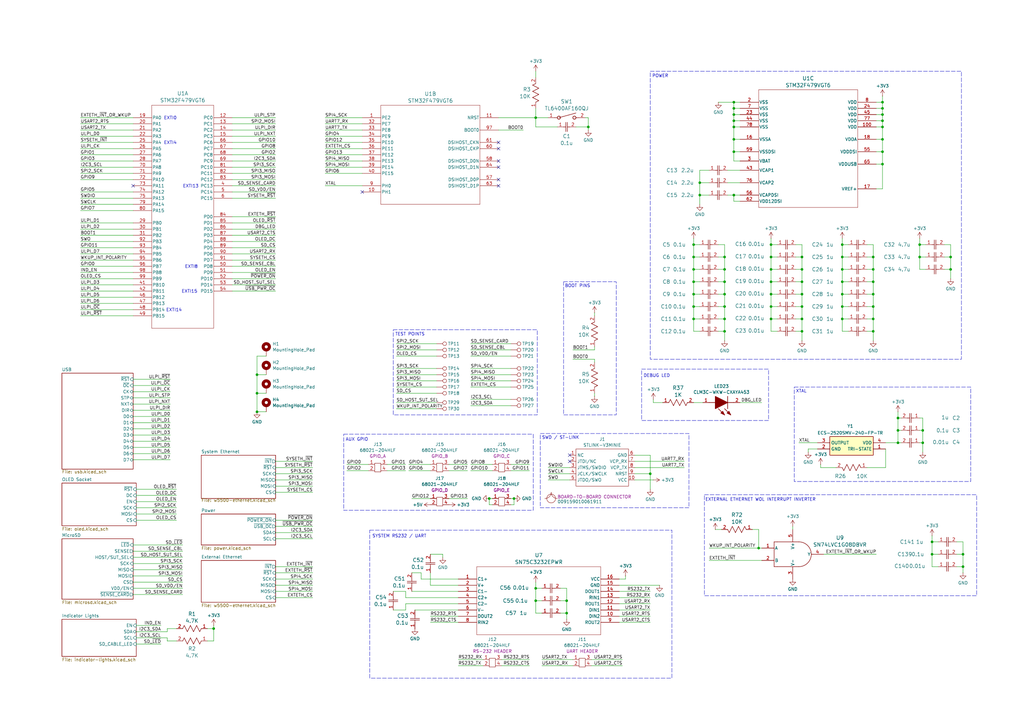
<source format=kicad_sch>
(kicad_sch (version 20231120) (generator "eeschema") (generator_version "8.0")
  (paper "A3")
  (title_block (title "Oro Link") (date "2025-03-22") (rev "8") (company "Oro Operating System") (comment 1 "oro.sh") (comment 2 "Copyright 2023-2025, MPL 2.0") (comment 3 "Joshua Lee Junon"))
  (lib_symbols
    (symbol "Connector:TestPoint" (pin_numbers hide) (pin_names (offset 0.762) hide)
      (property "Reference" "TP" (at 0 6.858 0))
      (property "Value" "TestPoint" (at 0 5.08 0))
      (symbol "TestPoint_1_1"
        (pin passive line (at 0 0 90) (length 2.54) (name "1") (number "1"))
      )
    )
    (symbol "Mechanical:MountingHole_Pad" (pin_numbers hide) (pin_names (offset 1.016) hide) (exclude_from_sim yes) (in_bom no)
      (property "Reference" "H" (at 0 6.35 0))
      (property "Value" "MountingHole_Pad" (at 0 4.445 0))
      (symbol "MountingHole_Pad_1_1"
        (pin input line (at 0 -2.54 90) (length 2.54) (name "1") (number "1"))
      )
    )
    (symbol "Oro:BOM Part" (on_board no)
      (property "Reference" "B" (at 0 0 0))
      (property "Value" "BOM Part" (at 0 -2.54 0))
    )
    (symbol "OroLink:0402B103J160CT" (pin_names (offset 0.254))
      (property "Reference" "C" (at 3.81 3.81 0))
      (property "Value" "0402B103J160CT" (at 3.81 -3.81 0))
      (symbol "0402B103J160CT_1_1"
        (pin unspecified line (at 0 0 0) (length 2.54) (name "") (number "1"))
        (pin unspecified line (at 7.62 0 180) (length 2.54) (name "") (number "2"))
      )
      (symbol "0402B103J160CT_1_2"
        (pin unspecified line (at 0 0 270) (length 2.54) (name "") (number "1"))
        (pin unspecified line (at 0 -7.62 90) (length 2.54) (name "") (number "2"))
      )
    )
    (symbol "OroLink:68021-204HLF" (pin_names hide)
      (property "Reference" "J" (at 3.81 1.778 0))
      (property "Value" "68021-204HLF" (at 4.318 0 0))
      (symbol "68021-204HLF_0_0"
        (pin unspecified line (at 0 -2.54 0) (length 2.54) (name "") (number "1"))
        (pin unspecified line (at 0 -5.08 0) (length 2.54) (name "") (number "2"))
        (pin unspecified line (at 7.62 -2.54 180) (length 2.54) (name "") (number "3"))
        (pin unspecified line (at 7.62 -5.08 180) (length 2.54) (name "") (number "4"))
      )
    )
    (symbol "OroLink:CLM3C-WKW-CXAYA453" (pin_names hide)
      (property "Reference" "LED" (at 5.588 8.382 0))
      (property "Value" "CLM3C-WKW-CXAYA453" (at -3.302 5.842 0))
      (symbol "CLM3C-WKW-CXAYA453_1_1"
        (pin passive line (at 15.24 0 180) (length 2.54) (name "A") (number "1"))
        (pin passive line (at 0 0 0) (length 2.54) (name "K") (number "2"))
      )
    )
    (symbol "OroLink:CRCW04024K70FKEDHP" (pin_names (offset 0.254))
      (property "Reference" "R" (at 5.715 3.81 0))
      (property "Value" "CRCW04024K70FKEDHP" (at 6.35 -3.81 0))
      (symbol "CRCW04024K70FKEDHP_1_1"
        (pin unspecified line (at 12.7 0 180) (length 2.54) (name "") (number "1"))
        (pin unspecified line (at 0 0 0) (length 2.54) (name "") (number "2"))
      )
      (symbol "CRCW04024K70FKEDHP_1_2"
        (pin unspecified line (at 0 12.7 270) (length 2.54) (name "") (number "1"))
        (pin unspecified line (at 0 0 90) (length 2.54) (name "") (number "2"))
      )
    )
    (symbol "OroLink:ECS-2520SMV-240-FP-TR"
      (property "Reference" "Y1" (at 14.478 6.858 0))
      (property "Value" "ECS-2520SMV-240-FP-TR" (at 14.478 4.064 0))
      (symbol "ECS-2520SMV-240-FP-TR_1_1"
        (pin passive line (at 0 -2.54 0) (length 5.08) (name "TRI-STATE") (number "1"))
        (pin passive line (at 27.94 -2.54 180) (length 5.08) (name "GND") (number "2"))
        (pin passive line (at 27.94 0 180) (length 5.08) (name "OUTPUT") (number "3"))
        (pin passive line (at 0 0 0) (length 5.08) (name "VDD") (number "4"))
      )
    )
    (symbol "OroLink:EMK105CC6225KV-F" (pin_names (offset 0.254))
      (property "Reference" "C" (at 3.81 3.81 0))
      (property "Value" "EMK105CC6225KV-F" (at 3.81 -3.81 0))
      (symbol "EMK105CC6225KV-F_1_1"
        (pin unspecified line (at 0 0 0) (length 2.54) (name "") (number "1"))
        (pin unspecified line (at 7.62 0 180) (length 2.54) (name "") (number "2"))
      )
      (symbol "EMK105CC6225KV-F_1_2"
        (pin unspecified line (at 0 0 270) (length 2.54) (name "") (number "1"))
        (pin unspecified line (at 0 -7.62 90) (length 2.54) (name "") (number "2"))
      )
    )
    (symbol "OroLink:GRM155C61E475ME15J" (pin_names hide)
      (property "Reference" "C" (at 3.302 6.096 0))
      (property "Value" "GRM155C61E475ME15J" (at -6.096 3.81 0))
      (symbol "GRM155C61E475ME15J_1_1"
        (pin unspecified line (at 0 0 0) (length 2.54) (name "") (number "1"))
        (pin unspecified line (at 7.62 0 180) (length 2.54) (name "") (number "2"))
      )
    )
    (symbol "OroLink:JMK105BJ105KVHF" (pin_names (offset 0.254))
      (property "Reference" "C" (at 3.81 3.81 0))
      (property "Value" "JMK105BJ105KVHF" (at 3.81 -3.81 0))
      (symbol "JMK105BJ105KVHF_1_1"
        (pin unspecified line (at 0 0 0) (length 2.54) (name "") (number "1"))
        (pin unspecified line (at 7.62 0 180) (length 2.54) (name "") (number "2"))
      )
      (symbol "JMK105BJ105KVHF_1_2"
        (pin unspecified line (at 0 0 270) (length 2.54) (name "") (number "1"))
        (pin unspecified line (at 0 -7.62 90) (length 2.54) (name "") (number "2"))
      )
    )
    (symbol "OroLink:MSAST1L3YB5104KFNA01" (pin_names (offset 0.254))
      (property "Reference" "C" (at 3.81 3.81 0))
      (property "Value" "MSAST1L3YB5104KFNA01" (at 3.81 -3.81 0))
      (symbol "MSAST1L3YB5104KFNA01_1_1"
        (pin unspecified line (at 0 0 0) (length 2.54) (name "") (number "1"))
        (pin unspecified line (at 7.62 0 180) (length 2.54) (name "") (number "2"))
      )
      (symbol "MSAST1L3YB5104KFNA01_1_2"
        (pin unspecified line (at 0 0 270) (length 2.54) (name "") (number "1"))
        (pin unspecified line (at 0 -7.62 90) (length 2.54) (name "") (number "2"))
      )
    )
    (symbol "OroLink:RMCF0402FT10K0" (pin_names (offset 0.254))
      (property "Reference" "R" (at 5.715 3.81 0))
      (property "Value" "RMCF0402FT10K0" (at 6.35 -3.81 0))
      (symbol "RMCF0402FT10K0_1_1"
        (pin unspecified line (at 0 0 0) (length 2.54) (name "") (number "1"))
        (pin unspecified line (at 12.7 0 180) (length 2.54) (name "") (number "2"))
      )
      (symbol "RMCF0402FT10K0_1_2"
        (pin unspecified line (at 0 12.7 270) (length 2.54) (name "") (number "1"))
        (pin unspecified line (at 0 0 90) (length 2.54) (name "") (number "2"))
      )
    )
    (symbol "OroLink:SG73P2ATTD102J" (pin_names (offset 0.254))
      (property "Reference" "R" (at 5.715 3.81 0))
      (property "Value" "SG73P2ATTD102J" (at 6.35 -3.81 0))
      (symbol "SG73P2ATTD102J_1_1"
        (pin unspecified line (at 0 0 0) (length 2.54) (name "") (number "1"))
        (pin unspecified line (at 12.7 0 180) (length 2.54) (name "") (number "2"))
      )
      (symbol "SG73P2ATTD102J_1_2"
        (pin unspecified line (at 0 12.7 270) (length 2.54) (name "") (number "1"))
        (pin unspecified line (at 0 0 90) (length 2.54) (name "") (number "2"))
      )
    )
    (symbol "OroLink:SN74LVC1G08DBVR" (pin_names (offset 0.254))
      (property "Reference" "U" (at 0 2.54 0))
      (property "Value" "SN74LVC1G08DBVR" (at 0 0 0))
      (symbol "SN74LVC1G08DBVR_0_1"
        (pin input line (at -12.7 2.54 0) (length 5.08) (name "A") (number "1"))
        (pin input line (at -12.7 -2.54 0) (length 5.08) (name "B") (number "2"))
        (pin power_in line (at 0 -10.16 90) (length 5.08) (name "V-") (number "3"))
        (pin output line (at 12.7 0 180) (length 5.08) (name "Y") (number "4"))
        (pin power_in line (at 0 10.16 270) (length 5.08) (name "V+") (number "5"))
      )
    )
    (symbol "OroLink:SN75C3232EPWR" (pin_names (offset 0.254))
      (property "Reference" "U" (at 33.02 10.16 0))
      (property "Value" "SN75C3232EPWR" (at 33.02 7.62 0))
      (symbol "SN75C3232EPWR_0_1"
        (pin input line (at 0 0 0) (length 7.62) (name "C1+") (number "1"))
        (pin input line (at 66.04 -15.24 180) (length 7.62) (name "DIN2") (number "10"))
        (pin input line (at 66.04 -12.7 180) (length 7.62) (name "DIN1") (number "11"))
        (pin output line (at 66.04 -10.16 180) (length 7.62) (name "ROUT1") (number "12"))
        (pin input line (at 66.04 -7.62 180) (length 7.62) (name "RIN1") (number "13"))
        (pin output line (at 66.04 -5.08 180) (length 7.62) (name "DOUT1") (number "14"))
        (pin power_in line (at 66.04 -2.54 180) (length 7.62) (name "GND") (number "15"))
        (pin power_in line (at 66.04 0 180) (length 7.62) (name "VCC") (number "16"))
        (pin power_in line (at 0 -2.54 0) (length 7.62) (name "V+") (number "2"))
        (pin input line (at 0 -5.08 0) (length 7.62) (name "C1-") (number "3"))
        (pin input line (at 0 -7.62 0) (length 7.62) (name "C2+") (number "4"))
        (pin input line (at 0 -10.16 0) (length 7.62) (name "C2-") (number "5"))
        (pin power_in line (at 0 -12.7 0) (length 7.62) (name "V-") (number "6"))
        (pin output line (at 0 -15.24 0) (length 7.62) (name "DOUT2") (number "7"))
        (pin input line (at 0 -17.78 0) (length 7.62) (name "RIN2") (number "8"))
        (pin output line (at 66.04 -17.78 180) (length 7.62) (name "ROUT2") (number "9"))
      )
    )
    (symbol "OroLink:STLINK-V3MINIE"
      (property "Reference" "J" (at 13.97 3.81 0))
      (property "Value" "STLINK-V3MINIE" (at 13.97 1.27 0))
      (symbol "STLINK-V3MINIE_0_0"
        (pin unspecified line (at 0 -2.54 0) (length 2.54) (name "NC") (number "1"))
        (pin unspecified line (at 26.67 -12.7 180) (length 2.54) (name "VCC") (number "10"))
        (pin unspecified line (at 0 -5.08 0) (length 2.54) (name "JTDI/NC") (number "2"))
        (pin unspecified line (at 0 -7.62 0) (length 2.54) (name "JTMS/SWDIO") (number "3"))
        (pin unspecified line (at 0 -10.16 0) (length 2.54) (name "JCLK/SWCLK") (number "4"))
        (pin unspecified line (at 0 -12.7 0) (length 2.54) (name "JTDO/SWO") (number "5"))
        (pin unspecified line (at 26.67 -2.54 180) (length 2.54) (name "GND") (number "6"))
        (pin unspecified line (at 26.67 -5.08 180) (length 2.54) (name "VCP_RX") (number "7"))
        (pin unspecified line (at 26.67 -7.62 180) (length 2.54) (name "VCP_TX") (number "8"))
        (pin unspecified line (at 26.67 -10.16 180) (length 2.54) (name "NRST") (number "9"))
      )
    )
    (symbol "OroLink:STM32F479VGT6" (pin_names (offset 0.254))
      (property "Reference" "U1" (at 27.94 9.7739 0))
      (property "Value" "STM32F479VGT6" (at 27.94 6.941 0))
      (symbol "STM32F479VGT6_1_1"
        (pin bidirectional line (at 40.64 0 180) (length 7.62) (name "PC0") (number "12"))
        (pin bidirectional line (at 40.64 -2.54 180) (length 7.62) (name "PC1") (number "13"))
        (pin bidirectional line (at 40.64 -5.08 180) (length 7.62) (name "PC2") (number "14"))
        (pin bidirectional line (at 40.64 -7.62 180) (length 7.62) (name "PC3") (number "15"))
        (pin bidirectional line (at 0 0 0) (length 7.62) (name "PA0") (number "19"))
        (pin bidirectional line (at 0 -2.54 0) (length 7.62) (name "PA1") (number "20"))
        (pin bidirectional line (at 0 -5.08 0) (length 7.62) (name "PA2") (number "21"))
        (pin bidirectional line (at 0 -7.62 0) (length 7.62) (name "PA3") (number "22"))
        (pin bidirectional line (at 0 -10.16 0) (length 7.62) (name "PA4") (number "25"))
        (pin bidirectional line (at 0 -12.7 0) (length 7.62) (name "PA5") (number "26"))
        (pin bidirectional line (at 0 -15.24 0) (length 7.62) (name "PA6") (number "27"))
        (pin bidirectional line (at 0 -17.78 0) (length 7.62) (name "PA7") (number "28"))
        (pin bidirectional line (at 0 -43.18 0) (length 7.62) (name "PB0") (number "29"))
        (pin bidirectional line (at 0 -45.72 0) (length 7.62) (name "PB1") (number "30"))
        (pin bidirectional line (at 0 -48.26 0) (length 7.62) (name "PB2") (number "31"))
        (pin bidirectional line (at 40.64 -27.94 180) (length 7.62) (name "PC13") (number "4"))
        (pin bidirectional line (at 0 -68.58 0) (length 7.62) (name "PB10") (number "41"))
        (pin bidirectional line (at 0 -71.12 0) (length 7.62) (name "PB11") (number "42"))
        (pin bidirectional line (at 0 -73.66 0) (length 7.62) (name "PB12") (number "46"))
        (pin bidirectional line (at 0 -76.2 0) (length 7.62) (name "PB13") (number "47"))
        (pin bidirectional line (at 0 -78.74 0) (length 7.62) (name "PB14") (number "48"))
        (pin bidirectional line (at 0 -81.28 0) (length 7.62) (name "PB15") (number "49"))
        (pin bidirectional line (at 40.64 -30.48 180) (length 7.62) (name "PC14") (number "5"))
        (pin bidirectional line (at 40.64 -60.96 180) (length 7.62) (name "PD8") (number "50"))
        (pin bidirectional line (at 40.64 -63.5 180) (length 7.62) (name "PD9") (number "51"))
        (pin bidirectional line (at 40.64 -66.04 180) (length 7.62) (name "PD10") (number "52"))
        (pin bidirectional line (at 40.64 -68.58 180) (length 7.62) (name "PD14") (number "53"))
        (pin bidirectional line (at 40.64 -71.12 180) (length 7.62) (name "PD15") (number "54"))
        (pin bidirectional line (at 40.64 -33.02 180) (length 7.62) (name "PC15") (number "6"))
        (pin bidirectional line (at 40.64 -10.16 180) (length 7.62) (name "PC6") (number "66"))
        (pin bidirectional line (at 40.64 -12.7 180) (length 7.62) (name "PC7") (number "67"))
        (pin bidirectional line (at 40.64 -15.24 180) (length 7.62) (name "PC8") (number "68"))
        (pin bidirectional line (at 40.64 -17.78 180) (length 7.62) (name "PC9") (number "69"))
        (pin bidirectional line (at 0 -20.32 0) (length 7.62) (name "PA8") (number "70"))
        (pin bidirectional line (at 0 -22.86 0) (length 7.62) (name "PA9") (number "71"))
        (pin bidirectional line (at 0 -25.4 0) (length 7.62) (name "PA10") (number "72"))
        (pin bidirectional line (at 0 -27.94 0) (length 7.62) (name "PA11") (number "73"))
        (pin bidirectional line (at 0 -30.48 0) (length 7.62) (name "PA12") (number "74"))
        (pin bidirectional line (at 0 -33.02 0) (length 7.62) (name "PA13") (number "75"))
        (pin bidirectional line (at 0 -35.56 0) (length 7.62) (name "PA14") (number "79"))
        (pin bidirectional line (at 0 -38.1 0) (length 7.62) (name "PA15") (number "80"))
        (pin bidirectional line (at 40.64 -20.32 180) (length 7.62) (name "PC10") (number "81"))
        (pin bidirectional line (at 40.64 -22.86 180) (length 7.62) (name "PC11") (number "82"))
        (pin bidirectional line (at 40.64 -25.4 180) (length 7.62) (name "PC12") (number "83"))
        (pin bidirectional line (at 40.64 -40.64 180) (length 7.62) (name "PD0") (number "84"))
        (pin bidirectional line (at 40.64 -43.18 180) (length 7.62) (name "PD1") (number "85"))
        (pin bidirectional line (at 40.64 -45.72 180) (length 7.62) (name "PD2") (number "86"))
        (pin bidirectional line (at 40.64 -48.26 180) (length 7.62) (name "PD3") (number "87"))
        (pin bidirectional line (at 40.64 -50.8 180) (length 7.62) (name "PD4") (number "88"))
        (pin bidirectional line (at 40.64 -53.34 180) (length 7.62) (name "PD5") (number "89"))
        (pin bidirectional line (at 40.64 -55.88 180) (length 7.62) (name "PD6") (number "90"))
        (pin bidirectional line (at 40.64 -58.42 180) (length 7.62) (name "PD7") (number "91"))
        (pin bidirectional line (at 0 -50.8 0) (length 7.62) (name "PB3") (number "92"))
        (pin bidirectional line (at 0 -53.34 0) (length 7.62) (name "PB4") (number "93"))
        (pin bidirectional line (at 0 -55.88 0) (length 7.62) (name "PB5") (number "94"))
        (pin bidirectional line (at 0 -58.42 0) (length 7.62) (name "PB6") (number "95"))
        (pin bidirectional line (at 0 -60.96 0) (length 7.62) (name "PB7") (number "96"))
        (pin bidirectional line (at 0 -63.5 0) (length 7.62) (name "PB8") (number "98"))
        (pin bidirectional line (at 0 -66.04 0) (length 7.62) (name "PB9") (number "99"))
      )
      (symbol "STM32F479VGT6_2_1"
        (pin bidirectional line (at 0 0 0) (length 7.62) (name "PE2") (number "1"))
        (pin bidirectional line (at 0 -30.48 0) (length 7.62) (name "PH1") (number "10"))
        (pin bidirectional line (at 55.88 0 180) (length 7.62) (name "NRST") (number "11"))
        (pin bidirectional line (at 0 -2.54 0) (length 7.62) (name "PE7") (number "32"))
        (pin bidirectional line (at 0 -5.08 0) (length 7.62) (name "PE8") (number "33"))
        (pin bidirectional line (at 0 -7.62 0) (length 7.62) (name "PE9") (number "34"))
        (pin bidirectional line (at 0 -10.16 0) (length 7.62) (name "PE10") (number "35"))
        (pin bidirectional line (at 0 -12.7 0) (length 7.62) (name "PE11") (number "36"))
        (pin bidirectional line (at 0 -15.24 0) (length 7.62) (name "PE12") (number "37"))
        (pin bidirectional line (at 0 -17.78 0) (length 7.62) (name "PE13") (number "38"))
        (pin bidirectional line (at 0 -20.32 0) (length 7.62) (name "PE14") (number "39"))
        (pin bidirectional line (at 0 -22.86 0) (length 7.62) (name "PE15") (number "40"))
        (pin bidirectional line (at 55.88 -25.4 180) (length 7.62) (name "DSIHOST_D0P") (number "57"))
        (pin bidirectional line (at 55.88 -17.78 180) (length 7.62) (name "DSIHOST_D0N") (number "58"))
        (pin bidirectional line (at 55.88 -12.7 180) (length 7.62) (name "DSIHOST_CKP") (number "60"))
        (pin bidirectional line (at 55.88 -10.16 180) (length 7.62) (name "DSIHOST_CKN") (number "61"))
        (pin bidirectional line (at 55.88 -27.94 180) (length 7.62) (name "DSIHOST_D1P") (number "63"))
        (pin bidirectional line (at 55.88 -20.32 180) (length 7.62) (name "DSIHOST_D1N") (number "64"))
        (pin bidirectional line (at 0 -27.94 0) (length 7.62) (name "PH0") (number "9"))
        (pin input line (at 55.88 -5.08 180) (length 7.62) (name "BOOT0") (number "97"))
      )
      (symbol "STM32F479VGT6_3_1"
        (pin power_in line (at 55.88 -10.16 180) (length 7.62) (name "VDD") (number "100"))
        (pin power_in line (at 0 -15.24 0) (length 7.62) (name "VSSA") (number "16"))
        (pin power_in line (at 55.88 -35.56 180) (length 7.62) (name "VREF+") (number "17"))
        (pin power_in line (at 55.88 -15.24 180) (length 7.62) (name "VDDA") (number "18"))
        (pin power_in line (at 0 0 0) (length 7.62) (name "VSS") (number "2"))
        (pin power_in line (at 0 -5.08 0) (length 7.62) (name "VSS") (number "23"))
        (pin power_in line (at 55.88 -2.54 180) (length 7.62) (name "VDD") (number "24"))
        (pin power_in line (at 0 -24.13 0) (length 7.62) (name "VBAT") (number "3"))
        (pin power_in line (at 0 -27.94 0) (length 7.62) (name "VCAP1") (number "43"))
        (pin power_in line (at 0 -7.62 0) (length 7.62) (name "VSS") (number "44"))
        (pin power_in line (at 55.88 -5.08 180) (length 7.62) (name "VDD") (number "45"))
        (pin power_in line (at 55.88 -20.32 180) (length 7.62) (name "VDDDSI") (number "55"))
        (pin power_in line (at 0 -38.1 0) (length 7.62) (name "VCAPDSI") (number "56"))
        (pin power_in line (at 0 -20.32 0) (length 7.62) (name "VSSDSI") (number "59"))
        (pin power_in line (at 0 -40.64 0) (length 7.62) (name "VDD12DSI") (number "62"))
        (pin power_in line (at 55.88 -25.4 180) (length 7.62) (name "VDDUSB") (number "65"))
        (pin power_in line (at 0 -2.54 0) (length 7.62) (name "VSS") (number "7"))
        (pin power_in line (at 0 -33.02 0) (length 7.62) (name "VCAP2") (number "76"))
        (pin power_in line (at 55.88 -7.62 180) (length 7.62) (name "VDD") (number "77"))
        (pin power_in line (at 0 -10.16 0) (length 7.62) (name "VSS") (number "78"))
        (pin power_in line (at 55.88 0 180) (length 7.62) (name "VDD") (number "8"))
      )
    )
    (symbol "OroLink:TL6400AF160QJ" (pin_names (offset 0.254) hide)
      (property "Reference" "SW1" (at 7.62 6.637 0))
      (property "Value" "TL6400AF160QJ" (at 7.62 3.8041 0))
      (symbol "TL6400AF160QJ_0_1"
        (pin unspecified line (at 0 0 0) (length 2.54) (name "1") (number "1"))
        (pin unspecified line (at 15.24 0 180) (length 2.54) (name "2") (number "2"))
      )
    )
    (symbol "STM32F479VGT6_1" (pin_names (offset 0.254))
      (property "Reference" "U1" (at 27.94 9.7739 0))
      (property "Value" "STM32F479VGT6" (at 27.94 6.941 0))
      (symbol "STM32F479VGT6_1_1_1"
        (pin bidirectional line (at 40.64 0 180) (length 7.62) (name "PC0") (number "12"))
        (pin bidirectional line (at 40.64 -2.54 180) (length 7.62) (name "PC1") (number "13"))
        (pin bidirectional line (at 40.64 -5.08 180) (length 7.62) (name "PC2") (number "14"))
        (pin bidirectional line (at 40.64 -7.62 180) (length 7.62) (name "PC3") (number "15"))
        (pin bidirectional line (at 0 0 0) (length 7.62) (name "PA0") (number "19"))
        (pin bidirectional line (at 0 -2.54 0) (length 7.62) (name "PA1") (number "20"))
        (pin bidirectional line (at 0 -5.08 0) (length 7.62) (name "PA2") (number "21"))
        (pin bidirectional line (at 0 -7.62 0) (length 7.62) (name "PA3") (number "22"))
        (pin bidirectional line (at 0 -10.16 0) (length 7.62) (name "PA4") (number "25"))
        (pin bidirectional line (at 0 -12.7 0) (length 7.62) (name "PA5") (number "26"))
        (pin bidirectional line (at 0 -15.24 0) (length 7.62) (name "PA6") (number "27"))
        (pin bidirectional line (at 0 -17.78 0) (length 7.62) (name "PA7") (number "28"))
        (pin bidirectional line (at 0 -43.18 0) (length 7.62) (name "PB0") (number "29"))
        (pin bidirectional line (at 0 -45.72 0) (length 7.62) (name "PB1") (number "30"))
        (pin bidirectional line (at 0 -48.26 0) (length 7.62) (name "PB2") (number "31"))
        (pin bidirectional line (at 40.64 -27.94 180) (length 7.62) (name "PC13") (number "4"))
        (pin bidirectional line (at 0 -68.58 0) (length 7.62) (name "PB10") (number "41"))
        (pin bidirectional line (at 0 -71.12 0) (length 7.62) (name "PB11") (number "42"))
        (pin bidirectional line (at 0 -73.66 0) (length 7.62) (name "PB12") (number "46"))
        (pin bidirectional line (at 0 -76.2 0) (length 7.62) (name "PB13") (number "47"))
        (pin bidirectional line (at 0 -78.74 0) (length 7.62) (name "PB14") (number "48"))
        (pin bidirectional line (at 0 -81.28 0) (length 7.62) (name "PB15") (number "49"))
        (pin bidirectional line (at 40.64 -30.48 180) (length 7.62) (name "PC14") (number "5"))
        (pin bidirectional line (at 40.64 -60.96 180) (length 7.62) (name "PD8") (number "50"))
        (pin bidirectional line (at 40.64 -63.5 180) (length 7.62) (name "PD9") (number "51"))
        (pin bidirectional line (at 40.64 -66.04 180) (length 7.62) (name "PD10") (number "52"))
        (pin bidirectional line (at 40.64 -68.58 180) (length 7.62) (name "PD14") (number "53"))
        (pin bidirectional line (at 40.64 -71.12 180) (length 7.62) (name "PD15") (number "54"))
        (pin bidirectional line (at 40.64 -33.02 180) (length 7.62) (name "PC15") (number "6"))
        (pin bidirectional line (at 40.64 -10.16 180) (length 7.62) (name "PC6") (number "66"))
        (pin bidirectional line (at 40.64 -12.7 180) (length 7.62) (name "PC7") (number "67"))
        (pin bidirectional line (at 40.64 -15.24 180) (length 7.62) (name "PC8") (number "68"))
        (pin bidirectional line (at 40.64 -17.78 180) (length 7.62) (name "PC9") (number "69"))
        (pin bidirectional line (at 0 -20.32 0) (length 7.62) (name "PA8") (number "70"))
        (pin bidirectional line (at 0 -22.86 0) (length 7.62) (name "PA9") (number "71"))
        (pin bidirectional line (at 0 -25.4 0) (length 7.62) (name "PA10") (number "72"))
        (pin bidirectional line (at 0 -27.94 0) (length 7.62) (name "PA11") (number "73"))
        (pin bidirectional line (at 0 -30.48 0) (length 7.62) (name "PA12") (number "74"))
        (pin bidirectional line (at 0 -33.02 0) (length 7.62) (name "PA13") (number "75"))
        (pin bidirectional line (at 0 -35.56 0) (length 7.62) (name "PA14") (number "79"))
        (pin bidirectional line (at 0 -38.1 0) (length 7.62) (name "PA15") (number "80"))
        (pin bidirectional line (at 40.64 -20.32 180) (length 7.62) (name "PC10") (number "81"))
        (pin bidirectional line (at 40.64 -22.86 180) (length 7.62) (name "PC11") (number "82"))
        (pin bidirectional line (at 40.64 -25.4 180) (length 7.62) (name "PC12") (number "83"))
        (pin bidirectional line (at 40.64 -40.64 180) (length 7.62) (name "PD0") (number "84"))
        (pin bidirectional line (at 40.64 -43.18 180) (length 7.62) (name "PD1") (number "85"))
        (pin bidirectional line (at 40.64 -45.72 180) (length 7.62) (name "PD2") (number "86"))
        (pin bidirectional line (at 40.64 -48.26 180) (length 7.62) (name "PD3") (number "87"))
        (pin bidirectional line (at 40.64 -50.8 180) (length 7.62) (name "PD4") (number "88"))
        (pin bidirectional line (at 40.64 -53.34 180) (length 7.62) (name "PD5") (number "89"))
        (pin bidirectional line (at 40.64 -55.88 180) (length 7.62) (name "PD6") (number "90"))
        (pin bidirectional line (at 40.64 -58.42 180) (length 7.62) (name "PD7") (number "91"))
        (pin bidirectional line (at 0 -50.8 0) (length 7.62) (name "PB3") (number "92"))
        (pin bidirectional line (at 0 -53.34 0) (length 7.62) (name "PB4") (number "93"))
        (pin bidirectional line (at 0 -55.88 0) (length 7.62) (name "PB5") (number "94"))
        (pin bidirectional line (at 0 -58.42 0) (length 7.62) (name "PB6") (number "95"))
        (pin bidirectional line (at 0 -60.96 0) (length 7.62) (name "PB7") (number "96"))
        (pin bidirectional line (at 0 -63.5 0) (length 7.62) (name "PB8") (number "98"))
        (pin bidirectional line (at 0 -66.04 0) (length 7.62) (name "PB9") (number "99"))
      )
      (symbol "STM32F479VGT6_1_2_1"
        (pin bidirectional line (at 0 0 0) (length 7.62) (name "PE2") (number "1"))
        (pin bidirectional line (at 0 -30.48 0) (length 7.62) (name "PH1") (number "10"))
        (pin bidirectional line (at 55.88 0 180) (length 7.62) (name "NRST") (number "11"))
        (pin bidirectional line (at 0 -2.54 0) (length 7.62) (name "PE7") (number "32"))
        (pin bidirectional line (at 0 -5.08 0) (length 7.62) (name "PE8") (number "33"))
        (pin bidirectional line (at 0 -7.62 0) (length 7.62) (name "PE9") (number "34"))
        (pin bidirectional line (at 0 -10.16 0) (length 7.62) (name "PE10") (number "35"))
        (pin bidirectional line (at 0 -12.7 0) (length 7.62) (name "PE11") (number "36"))
        (pin bidirectional line (at 0 -15.24 0) (length 7.62) (name "PE12") (number "37"))
        (pin bidirectional line (at 0 -17.78 0) (length 7.62) (name "PE13") (number "38"))
        (pin bidirectional line (at 0 -20.32 0) (length 7.62) (name "PE14") (number "39"))
        (pin bidirectional line (at 0 -22.86 0) (length 7.62) (name "PE15") (number "40"))
        (pin bidirectional line (at 55.88 -25.4 180) (length 7.62) (name "DSIHOST_D0P") (number "57"))
        (pin bidirectional line (at 55.88 -17.78 180) (length 7.62) (name "DSIHOST_D0N") (number "58"))
        (pin bidirectional line (at 55.88 -12.7 180) (length 7.62) (name "DSIHOST_CKP") (number "60"))
        (pin bidirectional line (at 55.88 -10.16 180) (length 7.62) (name "DSIHOST_CKN") (number "61"))
        (pin bidirectional line (at 55.88 -27.94 180) (length 7.62) (name "DSIHOST_D1P") (number "63"))
        (pin bidirectional line (at 55.88 -20.32 180) (length 7.62) (name "DSIHOST_D1N") (number "64"))
        (pin bidirectional line (at 0 -27.94 0) (length 7.62) (name "PH0") (number "9"))
        (pin input line (at 55.88 -5.08 180) (length 7.62) (name "BOOT0") (number "97"))
      )
      (symbol "STM32F479VGT6_1_3_1"
        (pin power_in line (at 55.88 -10.16 180) (length 7.62) (name "VDD") (number "100"))
        (pin power_in line (at 0 -15.24 0) (length 7.62) (name "VSSA") (number "16"))
        (pin power_in line (at 55.88 -35.56 180) (length 7.62) (name "VREF+") (number "17"))
        (pin power_in line (at 55.88 -15.24 180) (length 7.62) (name "VDDA") (number "18"))
        (pin power_in line (at 0 0 0) (length 7.62) (name "VSS") (number "2"))
        (pin power_in line (at 0 -5.08 0) (length 7.62) (name "VSS") (number "23"))
        (pin power_in line (at 55.88 -2.54 180) (length 7.62) (name "VDD") (number "24"))
        (pin power_in line (at 0 -24.13 0) (length 7.62) (name "VBAT") (number "3"))
        (pin power_in line (at 0 -27.94 0) (length 7.62) (name "VCAP1") (number "43"))
        (pin power_in line (at 0 -7.62 0) (length 7.62) (name "VSS") (number "44"))
        (pin power_in line (at 55.88 -5.08 180) (length 7.62) (name "VDD") (number "45"))
        (pin power_in line (at 55.88 -20.32 180) (length 7.62) (name "VDDDSI") (number "55"))
        (pin power_in line (at 0 -38.1 0) (length 7.62) (name "VCAPDSI") (number "56"))
        (pin power_in line (at 0 -20.32 0) (length 7.62) (name "VSSDSI") (number "59"))
        (pin power_in line (at 0 -40.64 0) (length 7.62) (name "VDD12DSI") (number "62"))
        (pin power_in line (at 55.88 -25.4 180) (length 7.62) (name "VDDUSB") (number "65"))
        (pin power_in line (at 0 -2.54 0) (length 7.62) (name "VSS") (number "7"))
        (pin power_in line (at 0 -33.02 0) (length 7.62) (name "VCAP2") (number "76"))
        (pin power_in line (at 55.88 -7.62 180) (length 7.62) (name "VDD") (number "77"))
        (pin power_in line (at 0 -10.16 0) (length 7.62) (name "VSS") (number "78"))
        (pin power_in line (at 55.88 0 180) (length 7.62) (name "VDD") (number "8"))
      )
    )
    (symbol "STM32F479VGT6_2" (pin_names (offset 0.254))
      (property "Reference" "U1" (at 27.94 9.7739 0))
      (property "Value" "STM32F479VGT6" (at 27.94 6.941 0))
      (symbol "STM32F479VGT6_2_1_1"
        (pin bidirectional line (at 40.64 0 180) (length 7.62) (name "PC0") (number "12"))
        (pin bidirectional line (at 40.64 -2.54 180) (length 7.62) (name "PC1") (number "13"))
        (pin bidirectional line (at 40.64 -5.08 180) (length 7.62) (name "PC2") (number "14"))
        (pin bidirectional line (at 40.64 -7.62 180) (length 7.62) (name "PC3") (number "15"))
        (pin bidirectional line (at 0 0 0) (length 7.62) (name "PA0") (number "19"))
        (pin bidirectional line (at 0 -2.54 0) (length 7.62) (name "PA1") (number "20"))
        (pin bidirectional line (at 0 -5.08 0) (length 7.62) (name "PA2") (number "21"))
        (pin bidirectional line (at 0 -7.62 0) (length 7.62) (name "PA3") (number "22"))
        (pin bidirectional line (at 0 -10.16 0) (length 7.62) (name "PA4") (number "25"))
        (pin bidirectional line (at 0 -12.7 0) (length 7.62) (name "PA5") (number "26"))
        (pin bidirectional line (at 0 -15.24 0) (length 7.62) (name "PA6") (number "27"))
        (pin bidirectional line (at 0 -17.78 0) (length 7.62) (name "PA7") (number "28"))
        (pin bidirectional line (at 0 -43.18 0) (length 7.62) (name "PB0") (number "29"))
        (pin bidirectional line (at 0 -45.72 0) (length 7.62) (name "PB1") (number "30"))
        (pin bidirectional line (at 0 -48.26 0) (length 7.62) (name "PB2") (number "31"))
        (pin bidirectional line (at 40.64 -27.94 180) (length 7.62) (name "PC13") (number "4"))
        (pin bidirectional line (at 0 -68.58 0) (length 7.62) (name "PB10") (number "41"))
        (pin bidirectional line (at 0 -71.12 0) (length 7.62) (name "PB11") (number "42"))
        (pin bidirectional line (at 0 -73.66 0) (length 7.62) (name "PB12") (number "46"))
        (pin bidirectional line (at 0 -76.2 0) (length 7.62) (name "PB13") (number "47"))
        (pin bidirectional line (at 0 -78.74 0) (length 7.62) (name "PB14") (number "48"))
        (pin bidirectional line (at 0 -81.28 0) (length 7.62) (name "PB15") (number "49"))
        (pin bidirectional line (at 40.64 -30.48 180) (length 7.62) (name "PC14") (number "5"))
        (pin bidirectional line (at 40.64 -60.96 180) (length 7.62) (name "PD8") (number "50"))
        (pin bidirectional line (at 40.64 -63.5 180) (length 7.62) (name "PD9") (number "51"))
        (pin bidirectional line (at 40.64 -66.04 180) (length 7.62) (name "PD10") (number "52"))
        (pin bidirectional line (at 40.64 -68.58 180) (length 7.62) (name "PD14") (number "53"))
        (pin bidirectional line (at 40.64 -71.12 180) (length 7.62) (name "PD15") (number "54"))
        (pin bidirectional line (at 40.64 -33.02 180) (length 7.62) (name "PC15") (number "6"))
        (pin bidirectional line (at 40.64 -10.16 180) (length 7.62) (name "PC6") (number "66"))
        (pin bidirectional line (at 40.64 -12.7 180) (length 7.62) (name "PC7") (number "67"))
        (pin bidirectional line (at 40.64 -15.24 180) (length 7.62) (name "PC8") (number "68"))
        (pin bidirectional line (at 40.64 -17.78 180) (length 7.62) (name "PC9") (number "69"))
        (pin bidirectional line (at 0 -20.32 0) (length 7.62) (name "PA8") (number "70"))
        (pin bidirectional line (at 0 -22.86 0) (length 7.62) (name "PA9") (number "71"))
        (pin bidirectional line (at 0 -25.4 0) (length 7.62) (name "PA10") (number "72"))
        (pin bidirectional line (at 0 -27.94 0) (length 7.62) (name "PA11") (number "73"))
        (pin bidirectional line (at 0 -30.48 0) (length 7.62) (name "PA12") (number "74"))
        (pin bidirectional line (at 0 -33.02 0) (length 7.62) (name "PA13") (number "75"))
        (pin bidirectional line (at 0 -35.56 0) (length 7.62) (name "PA14") (number "79"))
        (pin bidirectional line (at 0 -38.1 0) (length 7.62) (name "PA15") (number "80"))
        (pin bidirectional line (at 40.64 -20.32 180) (length 7.62) (name "PC10") (number "81"))
        (pin bidirectional line (at 40.64 -22.86 180) (length 7.62) (name "PC11") (number "82"))
        (pin bidirectional line (at 40.64 -25.4 180) (length 7.62) (name "PC12") (number "83"))
        (pin bidirectional line (at 40.64 -40.64 180) (length 7.62) (name "PD0") (number "84"))
        (pin bidirectional line (at 40.64 -43.18 180) (length 7.62) (name "PD1") (number "85"))
        (pin bidirectional line (at 40.64 -45.72 180) (length 7.62) (name "PD2") (number "86"))
        (pin bidirectional line (at 40.64 -48.26 180) (length 7.62) (name "PD3") (number "87"))
        (pin bidirectional line (at 40.64 -50.8 180) (length 7.62) (name "PD4") (number "88"))
        (pin bidirectional line (at 40.64 -53.34 180) (length 7.62) (name "PD5") (number "89"))
        (pin bidirectional line (at 40.64 -55.88 180) (length 7.62) (name "PD6") (number "90"))
        (pin bidirectional line (at 40.64 -58.42 180) (length 7.62) (name "PD7") (number "91"))
        (pin bidirectional line (at 0 -50.8 0) (length 7.62) (name "PB3") (number "92"))
        (pin bidirectional line (at 0 -53.34 0) (length 7.62) (name "PB4") (number "93"))
        (pin bidirectional line (at 0 -55.88 0) (length 7.62) (name "PB5") (number "94"))
        (pin bidirectional line (at 0 -58.42 0) (length 7.62) (name "PB6") (number "95"))
        (pin bidirectional line (at 0 -60.96 0) (length 7.62) (name "PB7") (number "96"))
        (pin bidirectional line (at 0 -63.5 0) (length 7.62) (name "PB8") (number "98"))
        (pin bidirectional line (at 0 -66.04 0) (length 7.62) (name "PB9") (number "99"))
      )
      (symbol "STM32F479VGT6_2_2_1"
        (pin bidirectional line (at 0 0 0) (length 7.62) (name "PE2") (number "1"))
        (pin bidirectional line (at 0 -30.48 0) (length 7.62) (name "PH1") (number "10"))
        (pin bidirectional line (at 55.88 0 180) (length 7.62) (name "NRST") (number "11"))
        (pin bidirectional line (at 0 -2.54 0) (length 7.62) (name "PE7") (number "32"))
        (pin bidirectional line (at 0 -5.08 0) (length 7.62) (name "PE8") (number "33"))
        (pin bidirectional line (at 0 -7.62 0) (length 7.62) (name "PE9") (number "34"))
        (pin bidirectional line (at 0 -10.16 0) (length 7.62) (name "PE10") (number "35"))
        (pin bidirectional line (at 0 -12.7 0) (length 7.62) (name "PE11") (number "36"))
        (pin bidirectional line (at 0 -15.24 0) (length 7.62) (name "PE12") (number "37"))
        (pin bidirectional line (at 0 -17.78 0) (length 7.62) (name "PE13") (number "38"))
        (pin bidirectional line (at 0 -20.32 0) (length 7.62) (name "PE14") (number "39"))
        (pin bidirectional line (at 0 -22.86 0) (length 7.62) (name "PE15") (number "40"))
        (pin bidirectional line (at 55.88 -25.4 180) (length 7.62) (name "DSIHOST_D0P") (number "57"))
        (pin bidirectional line (at 55.88 -17.78 180) (length 7.62) (name "DSIHOST_D0N") (number "58"))
        (pin bidirectional line (at 55.88 -12.7 180) (length 7.62) (name "DSIHOST_CKP") (number "60"))
        (pin bidirectional line (at 55.88 -10.16 180) (length 7.62) (name "DSIHOST_CKN") (number "61"))
        (pin bidirectional line (at 55.88 -27.94 180) (length 7.62) (name "DSIHOST_D1P") (number "63"))
        (pin bidirectional line (at 55.88 -20.32 180) (length 7.62) (name "DSIHOST_D1N") (number "64"))
        (pin bidirectional line (at 0 -27.94 0) (length 7.62) (name "PH0") (number "9"))
        (pin input line (at 55.88 -5.08 180) (length 7.62) (name "BOOT0") (number "97"))
      )
      (symbol "STM32F479VGT6_2_3_1"
        (pin power_in line (at 55.88 -10.16 180) (length 7.62) (name "VDD") (number "100"))
        (pin power_in line (at 0 -15.24 0) (length 7.62) (name "VSSA") (number "16"))
        (pin power_in line (at 55.88 -35.56 180) (length 7.62) (name "VREF+") (number "17"))
        (pin power_in line (at 55.88 -15.24 180) (length 7.62) (name "VDDA") (number "18"))
        (pin power_in line (at 0 0 0) (length 7.62) (name "VSS") (number "2"))
        (pin power_in line (at 0 -5.08 0) (length 7.62) (name "VSS") (number "23"))
        (pin power_in line (at 55.88 -2.54 180) (length 7.62) (name "VDD") (number "24"))
        (pin power_in line (at 0 -24.13 0) (length 7.62) (name "VBAT") (number "3"))
        (pin power_in line (at 0 -27.94 0) (length 7.62) (name "VCAP1") (number "43"))
        (pin power_in line (at 0 -7.62 0) (length 7.62) (name "VSS") (number "44"))
        (pin power_in line (at 55.88 -5.08 180) (length 7.62) (name "VDD") (number "45"))
        (pin power_in line (at 55.88 -20.32 180) (length 7.62) (name "VDDDSI") (number "55"))
        (pin power_in line (at 0 -38.1 0) (length 7.62) (name "VCAPDSI") (number "56"))
        (pin power_in line (at 0 -20.32 0) (length 7.62) (name "VSSDSI") (number "59"))
        (pin power_in line (at 0 -40.64 0) (length 7.62) (name "VDD12DSI") (number "62"))
        (pin power_in line (at 55.88 -25.4 180) (length 7.62) (name "VDDUSB") (number "65"))
        (pin power_in line (at 0 -2.54 0) (length 7.62) (name "VSS") (number "7"))
        (pin power_in line (at 0 -33.02 0) (length 7.62) (name "VCAP2") (number "76"))
        (pin power_in line (at 55.88 -7.62 180) (length 7.62) (name "VDD") (number "77"))
        (pin power_in line (at 0 -10.16 0) (length 7.62) (name "VSS") (number "78"))
        (pin power_in line (at 55.88 0 180) (length 7.62) (name "VDD") (number "8"))
      )
    )
    (symbol "power:+3V3" (power) (pin_numbers hide) (pin_names (offset 0) hide)
      (property "Value" "+3V3" (at 0 3.556 0))
      (symbol "+3V3_1_1"
        (pin power_in line (at 0 0 90) (length 0) (name "~") (number "1"))
      )
    )
    (symbol "power:+5V" (power) (pin_numbers hide) (pin_names (offset 0) hide)
      (property "Value" "+5V" (at 0 3.556 0))
      (symbol "+5V_1_1"
        (pin power_in line (at 0 0 90) (length 0) (name "~") (number "1"))
      )
    )
    (symbol "power:GND" (power) (pin_numbers hide) (pin_names (offset 0) hide)
      (property "Value" "GND" (at 0 -3.81 0))
      (symbol "GND_1_1"
        (pin power_in line (at 0 0 270) (length 0) (name "~") (number "1"))
      )
    )
  )
  (junction (at 284.48 105.41))
  (junction (at 297.18 130.81))
  (junction (at 219.71 241.3))
  (junction (at 389.89 110.49))
  (junction (at 316.23 110.49))
  (junction (at 378.46 181.61))
  (junction (at 297.18 115.57))
  (junction (at 358.14 120.65))
  (junction (at 361.95 52.07))
  (junction (at 219.71 246.38))
  (junction (at 358.14 105.41))
  (junction (at 328.93 120.65))
  (junction (at 368.3 171.45))
  (junction (at 200.66 204.47))
  (junction (at 361.95 62.23))
  (junction (at 105.41 168.91))
  (junction (at 284.48 120.65))
  (junction (at 232.41 251.46))
  (junction (at 328.93 110.49))
  (junction (at 300.99 46.99))
  (junction (at 300.99 41.91))
  (junction (at 266.7 194.31))
  (junction (at 328.93 135.89))
  (junction (at 358.14 115.57))
  (junction (at 328.93 105.41))
  (junction (at 361.95 44.45))
  (junction (at 345.44 120.65))
  (junction (at 105.41 161.29))
  (junction (at 316.23 120.65))
  (junction (at 300.99 44.45))
  (junction (at 368.3 176.53))
  (junction (at 394.97 232.41))
  (junction (at 210.82 204.47))
  (junction (at 105.41 153.67))
  (junction (at 361.95 46.99))
  (junction (at 316.23 125.73))
  (junction (at 284.48 115.57))
  (junction (at 358.14 125.73))
  (junction (at 378.46 176.53))
  (junction (at 358.14 130.81))
  (junction (at 311.15 224.79))
  (junction (at 394.97 227.33))
  (junction (at 316.23 130.81))
  (junction (at 284.48 110.49))
  (junction (at 389.89 105.41))
  (junction (at 300.99 62.23))
  (junction (at 287.02 74.93))
  (junction (at 345.44 125.73))
  (junction (at 361.95 67.31))
  (junction (at 300.99 57.15))
  (junction (at 300.99 52.07))
  (junction (at 328.93 125.73))
  (junction (at 87.63 257.81))
  (junction (at 377.19 100.33))
  (junction (at 219.71 48.26))
  (junction (at 345.44 105.41))
  (junction (at 345.44 100.33))
  (junction (at 232.41 246.38))
  (junction (at 284.48 125.73))
  (junction (at 358.14 110.49))
  (junction (at 287.02 80.01))
  (junction (at 345.44 115.57))
  (junction (at 297.18 125.73))
  (junction (at 368.3 181.61))
  (junction (at 316.23 115.57))
  (junction (at 358.14 135.89))
  (junction (at 316.23 100.33))
  (junction (at 300.99 49.53))
  (junction (at 297.18 105.41))
  (junction (at 345.44 130.81))
  (junction (at 382.27 227.33))
  (junction (at 284.48 100.33))
  (junction (at 345.44 110.49))
  (junction (at 316.23 105.41))
  (junction (at 377.19 105.41))
  (junction (at 361.95 57.15))
  (junction (at 382.27 222.25))
  (junction (at 241.3 52.07))
  (junction (at 297.18 110.49))
  (junction (at 300.99 80.01))
  (junction (at 361.95 49.53))
  (junction (at 361.95 41.91))
  (junction (at 328.93 115.57))
  (junction (at 328.93 130.81))
  (junction (at 284.48 130.81))
  (junction (at 297.18 135.89))
  (junction (at 297.18 120.65))
  (no_connect (at 233.68 189.23))
  (no_connect (at 233.68 186.69))
  (no_connect (at 148.59 78.74))
  (no_connect (at 204.47 76.2))
  (no_connect (at 204.47 68.58))
  (no_connect (at 204.47 58.42))
  (no_connect (at 204.47 66.04))
  (no_connect (at 54.61 76.2))
  (no_connect (at 204.47 60.96))
  (no_connect (at 204.47 73.66))
  (wire (pts (xy 359.41 77.47) (xy 361.95 77.47)))
  (wire (pts (xy 358.14 115.57) (xy 358.14 110.49)))
  (wire (pts (xy 345.44 110.49) (xy 347.98 110.49)))
  (wire (pts (xy 361.95 77.47) (xy 361.95 67.31)))
  (wire (pts (xy 162.56 158.75) (xy 179.07 158.75)))
  (wire (pts (xy 161.29 250.19) (xy 166.37 250.19)))
  (wire (pts (xy 54.61 168.275) (xy 69.85 168.275)))
  (wire (pts (xy 54.61 129.54) (xy 33.02 129.54)))
  (wire (pts (xy 68.58 259.08) (xy 68.58 257.81)))
  (wire (pts (xy 300.99 62.23) (xy 303.53 62.23)))
  (wire (pts (xy 266.7 200.66) (xy 266.7 194.31)))
  (wire (pts (xy 358.14 120.65) (xy 355.6 120.65)))
  (wire (pts (xy 33.02 106.68) (xy 54.61 106.68)))
  (wire (pts (xy 345.44 115.57) (xy 345.44 120.65)))
  (wire (pts (xy 95.25 71.12) (xy 113.03 71.12)))
  (wire (pts (xy 168.91 242.57) (xy 187.96 242.57)))
  (wire (pts (xy 55.88 261.62) (xy 68.58 261.62)))
  (wire (pts (xy 266.7 194.31) (xy 266.7 186.69)))
  (wire (pts (xy 113.03 66.04) (xy 95.25 66.04)))
  (wire (pts (xy 54.61 53.34) (xy 33.02 53.34)))
  (wire (pts (xy 232.41 241.3) (xy 229.87 241.3)))
  (wire (pts (xy 201.93 207.01) (xy 200.66 207.01)))
  (wire (pts (xy 342.9 191.77) (xy 336.55 191.77)))
  (wire (pts (xy 95.25 88.9) (xy 113.03 88.9)))
  (wire (pts (xy 148.59 53.34) (xy 133.35 53.34)))
  (wire (pts (xy 377.19 176.53) (xy 378.46 176.53)))
  (wire (pts (xy 254 255.27) (xy 266.7 255.27)))
  (wire (pts (xy 345.44 115.57) (xy 347.98 115.57)))
  (wire (pts (xy 312.42 229.87) (xy 290.83 229.87)))
  (wire (pts (xy 113.03 63.5) (xy 95.25 63.5)))
  (wire (pts (xy 148.59 68.58) (xy 133.35 68.58)))
  (wire (pts (xy 363.22 184.15) (xy 363.22 191.77)))
  (wire (pts (xy 300.99 52.07) (xy 303.53 52.07)))
  (wire (pts (xy 284.48 120.65) (xy 284.48 125.73)))
  (wire (pts (xy 54.61 71.12) (xy 33.02 71.12)))
  (wire (pts (xy 389.89 105.41) (xy 389.89 100.33)))
  (wire (pts (xy 54.61 241.3) (xy 74.93 241.3)))
  (wire (pts (xy 176.53 252.73) (xy 187.96 252.73)))
  (wire (pts (xy 290.83 224.79) (xy 311.15 224.79)))
  (wire (pts (xy 209.55 193.04) (xy 217.17 193.04)))
  (wire (pts (xy 54.61 124.46) (xy 33.02 124.46)))
  (wire (pts (xy 326.39 135.89) (xy 328.93 135.89)))
  (wire (pts (xy 328.93 120.65) (xy 328.93 115.57)))
  (wire (pts (xy 254 250.19) (xy 266.7 250.19)))
  (wire (pts (xy 234.95 143.51) (xy 243.84 143.51)))
  (wire (pts (xy 54.61 173.355) (xy 69.85 173.355)))
  (wire (pts (xy 148.59 63.5) (xy 133.35 63.5)))
  (wire (pts (xy 113.03 245.11) (xy 128.27 245.11)))
  (wire (pts (xy 260.35 189.23) (xy 280.67 189.23)))
  (wire (pts (xy 359.41 67.31) (xy 361.95 67.31)))
  (wire (pts (xy 148.59 60.96) (xy 133.35 60.96)))
  (wire (pts (xy 187.96 270.51) (xy 198.12 270.51)))
  (wire (pts (xy 300.99 57.15) (xy 300.99 62.23)))
  (wire (pts (xy 287.02 69.85) (xy 287.02 74.93)))
  (wire (pts (xy 55.88 208.28) (xy 72.39 208.28)))
  (wire (pts (xy 236.22 52.07) (xy 241.3 52.07)))
  (wire (pts (xy 355.6 135.89) (xy 358.14 135.89)))
  (wire (pts (xy 54.61 223.52) (xy 74.93 223.52)))
  (wire (pts (xy 193.04 151.13) (xy 209.55 151.13)))
  (wire (pts (xy 297.18 115.57) (xy 294.64 115.57)))
  (wire (pts (xy 54.61 236.22) (xy 74.93 236.22)))
  (wire (pts (xy 54.61 243.84) (xy 74.93 243.84)))
  (wire (pts (xy 54.61 73.66) (xy 33.02 73.66)))
  (wire (pts (xy 347.98 135.89) (xy 345.44 135.89)))
  (wire (pts (xy 287.02 80.01) (xy 287.02 83.82)))
  (wire (pts (xy 113.03 191.77) (xy 128.27 191.77)))
  (wire (pts (xy 359.41 57.15) (xy 361.95 57.15)))
  (wire (pts (xy 54.61 86.36) (xy 33.02 86.36)))
  (wire (pts (xy 193.04 193.04) (xy 201.93 193.04)))
  (wire (pts (xy 297.18 110.49) (xy 297.18 105.41)))
  (wire (pts (xy 284.48 100.33) (xy 284.48 105.41)))
  (wire (pts (xy 358.14 130.81) (xy 358.14 135.89)))
  (wire (pts (xy 297.18 130.81) (xy 294.64 130.81)))
  (wire (pts (xy 181.61 227.33) (xy 181.61 228.6)))
  (wire (pts (xy 234.95 273.05) (xy 222.25 273.05)))
  (wire (pts (xy 254 247.65) (xy 266.7 247.65)))
  (wire (pts (xy 300.99 49.53) (xy 303.53 49.53)))
  (wire (pts (xy 359.41 46.99) (xy 361.95 46.99)))
  (wire (pts (xy 95.25 73.66) (xy 113.03 73.66)))
  (wire (pts (xy 158.75 193.04) (xy 166.37 193.04)))
  (wire (pts (xy 224.79 191.77) (xy 233.68 191.77)))
  (wire (pts (xy 294.64 135.89) (xy 297.18 135.89)))
  (wire (pts (xy 229.87 246.38) (xy 232.41 246.38)))
  (wire (pts (xy 176.53 204.47) (xy 168.91 204.47)))
  (wire (pts (xy 377.19 97.79) (xy 377.19 100.33)))
  (wire (pts (xy 54.61 58.42) (xy 33.02 58.42)))
  (wire (pts (xy 54.61 155.575) (xy 69.85 155.575)))
  (wire (pts (xy 113.03 237.49) (xy 128.27 237.49)))
  (wire (pts (xy 187.96 273.05) (xy 198.12 273.05)))
  (wire (pts (xy 300.99 49.53) (xy 300.99 52.07)))
  (wire (pts (xy 95.25 104.14) (xy 113.03 104.14)))
  (wire (pts (xy 363.22 181.61) (xy 368.3 181.61)))
  (wire (pts (xy 95.25 76.2) (xy 113.03 76.2)))
  (wire (pts (xy 113.03 242.57) (xy 128.27 242.57)))
  (wire (pts (xy 267.97 163.83) (xy 267.97 165.1)))
  (wire (pts (xy 176.53 227.33) (xy 181.61 227.33)))
  (wire (pts (xy 193.04 190.5) (xy 201.93 190.5)))
  (wire (pts (xy 266.7 186.69) (xy 260.35 186.69)))
  (wire (pts (xy 95.25 99.06) (xy 113.03 99.06)))
  (wire (pts (xy 87.63 257.81) (xy 85.09 257.81)))
  (wire (pts (xy 113.03 58.42) (xy 95.25 58.42)))
  (wire (pts (xy 358.14 115.57) (xy 355.6 115.57)))
  (wire (pts (xy 358.14 130.81) (xy 358.14 125.73)))
  (wire (pts (xy 55.88 203.2) (xy 72.39 203.2)))
  (wire (pts (xy 316.23 110.49) (xy 318.77 110.49)))
  (wire (pts (xy 382.27 232.41) (xy 384.81 232.41)))
  (wire (pts (xy 54.61 127) (xy 33.02 127)))
  (wire (pts (xy 95.25 114.3) (xy 113.03 114.3)))
  (wire (pts (xy 193.04 166.37) (xy 209.55 166.37)))
  (wire (pts (xy 54.61 180.975) (xy 69.85 180.975)))
  (wire (pts (xy 193.04 140.97) (xy 209.55 140.97)))
  (wire (pts (xy 378.46 171.45) (xy 378.46 176.53)))
  (wire (pts (xy 54.61 165.735) (xy 69.85 165.735)))
  (wire (pts (xy 378.46 181.61) (xy 378.46 185.42)))
  (wire (pts (xy 382.27 222.25) (xy 384.81 222.25)))
  (wire (pts (xy 318.77 130.81) (xy 316.23 130.81)))
  (wire (pts (xy 325.12 215.9) (xy 325.12 217.17)))
  (wire (pts (xy 54.61 233.68) (xy 74.93 233.68)))
  (wire (pts (xy 243.84 161.29) (xy 243.84 162.56)))
  (wire (pts (xy 297.18 110.49) (xy 294.64 110.49)))
  (wire (pts (xy 105.41 161.29) (xy 105.41 153.67)))
  (wire (pts (xy 113.03 60.96) (xy 95.25 60.96)))
  (wire (pts (xy 54.61 63.5) (xy 33.02 63.5)))
  (wire (pts (xy 54.61 111.76) (xy 33.02 111.76)))
  (wire (pts (xy 95.25 96.52) (xy 113.03 96.52)))
  (wire (pts (xy 232.41 246.38) (xy 232.41 241.3)))
  (wire (pts (xy 284.48 135.89) (xy 284.48 130.81)))
  (wire (pts (xy 300.99 52.07) (xy 300.99 57.15)))
  (wire (pts (xy 158.75 190.5) (xy 166.37 190.5)))
  (wire (pts (xy 368.3 181.61) (xy 369.57 181.61)))
  (wire (pts (xy 377.19 100.33) (xy 379.73 100.33)))
  (wire (pts (xy 184.15 193.04) (xy 191.77 193.04)))
  (wire (pts (xy 335.28 181.61) (xy 327.66 181.61)))
  (wire (pts (xy 54.61 160.655) (xy 69.85 160.655)))
  (wire (pts (xy 232.41 254) (xy 232.41 251.46)))
  (wire (pts (xy 355.6 191.77) (xy 363.22 191.77)))
  (wire (pts (xy 95.25 101.6) (xy 113.03 101.6)))
  (wire (pts (xy 54.61 238.76) (xy 74.93 238.76)))
  (wire (pts (xy 162.56 156.21) (xy 179.07 156.21)))
  (wire (pts (xy 297.18 130.81) (xy 297.18 135.89)))
  (wire (pts (xy 328.93 115.57) (xy 328.93 110.49)))
  (wire (pts (xy 209.55 190.5) (xy 217.17 190.5)))
  (wire (pts (xy 142.24 190.5) (xy 151.13 190.5)))
  (wire (pts (xy 68.58 261.62) (xy 68.58 262.89)))
  (wire (pts (xy 256.54 237.49) (xy 256.54 236.22)))
  (wire (pts (xy 95.25 93.98) (xy 113.03 93.98)))
  (wire (pts (xy 328.93 125.73) (xy 326.39 125.73)))
  (wire (pts (xy 328.93 130.81) (xy 326.39 130.81)))
  (wire (pts (xy 105.41 146.05) (xy 109.22 146.05)))
  (wire (pts (xy 113.03 232.41) (xy 128.27 232.41)))
  (wire (pts (xy 219.71 246.38) (xy 219.71 251.46)))
  (wire (pts (xy 347.98 130.81) (xy 345.44 130.81)))
  (wire (pts (xy 361.95 67.31) (xy 361.95 62.23)))
  (wire (pts (xy 358.14 120.65) (xy 358.14 115.57)))
  (wire (pts (xy 54.61 114.3) (xy 33.02 114.3)))
  (wire (pts (xy 382.27 227.33) (xy 384.81 227.33)))
  (wire (pts (xy 113.03 220.98) (xy 128.27 220.98)))
  (wire (pts (xy 54.61 66.04) (xy 33.02 66.04)))
  (wire (pts (xy 298.45 74.93) (xy 303.53 74.93)))
  (wire (pts (xy 303.53 165.1) (xy 312.42 165.1)))
  (wire (pts (xy 179.07 143.51) (xy 162.56 143.51)))
  (wire (pts (xy 358.14 125.73) (xy 355.6 125.73)))
  (wire (pts (xy 300.99 80.01) (xy 303.53 80.01)))
  (wire (pts (xy 303.53 82.55) (xy 300.99 82.55)))
  (wire (pts (xy 284.48 110.49) (xy 284.48 115.57)))
  (wire (pts (xy 133.35 55.88) (xy 148.59 55.88)))
  (wire (pts (xy 335.28 184.15) (xy 331.47 184.15)))
  (wire (pts (xy 113.03 201.93) (xy 128.27 201.93)))
  (wire (pts (xy 217.17 273.05) (xy 205.74 273.05)))
  (wire (pts (xy 54.61 231.14) (xy 74.93 231.14)))
  (wire (pts (xy 162.56 161.29) (xy 179.07 161.29)))
  (wire (pts (xy 284.48 97.79) (xy 284.48 100.33)))
  (wire (pts (xy 172.72 237.49) (xy 172.72 234.95)))
  (wire (pts (xy 359.41 49.53) (xy 361.95 49.53)))
  (wire (pts (xy 361.95 39.37) (xy 361.95 41.91)))
  (wire (pts (xy 33.02 109.22) (xy 54.61 109.22)))
  (wire (pts (xy 345.44 120.65) (xy 347.98 120.65)))
  (wire (pts (xy 234.95 147.32) (xy 243.84 147.32)))
  (wire (pts (xy 54.61 178.435) (xy 69.85 178.435)))
  (wire (pts (xy 193.04 163.83) (xy 209.55 163.83)))
  (wire (pts (xy 54.61 104.14) (xy 33.02 104.14)))
  (wire (pts (xy 300.99 66.04) (xy 300.99 62.23)))
  (wire (pts (xy 95.25 50.8) (xy 113.03 50.8)))
  (wire (pts (xy 394.97 227.33) (xy 394.97 232.41)))
  (wire (pts (xy 243.84 142.24) (xy 243.84 143.51)))
  (wire (pts (xy 355.6 100.33) (xy 358.14 100.33)))
  (wire (pts (xy 241.3 52.07) (xy 241.3 53.34)))
  (wire (pts (xy 148.59 58.42) (xy 133.35 58.42)))
  (wire (pts (xy 316.23 97.79) (xy 316.23 100.33)))
  (wire (pts (xy 193.04 153.67) (xy 209.55 153.67)))
  (wire (pts (xy 328.93 115.57) (xy 326.39 115.57)))
  (wire (pts (xy 368.3 171.45) (xy 368.3 176.53)))
  (wire (pts (xy 113.03 215.9) (xy 128.27 215.9)))
  (wire (pts (xy 219.71 241.3) (xy 219.71 246.38)))
  (wire (pts (xy 113.03 116.84) (xy 95.25 116.84)))
  (wire (pts (xy 95.25 78.74) (xy 113.03 78.74)))
  (wire (pts (xy 33.02 99.06) (xy 54.61 99.06)))
  (wire (pts (xy 204.47 48.26) (xy 219.71 48.26)))
  (wire (pts (xy 219.71 48.26) (xy 219.71 52.07)))
  (wire (pts (xy 193.04 143.51) (xy 209.55 143.51)))
  (wire (pts (xy 271.78 165.1) (xy 267.97 165.1)))
  (wire (pts (xy 105.41 153.67) (xy 109.22 153.67)))
  (wire (pts (xy 193.04 156.21) (xy 209.55 156.21)))
  (wire (pts (xy 337.82 227.33) (xy 359.41 227.33)))
  (wire (pts (xy 166.37 247.65) (xy 187.96 247.65)))
  (wire (pts (xy 166.37 245.11) (xy 187.96 245.11)))
  (wire (pts (xy 172.72 237.49) (xy 187.96 237.49)))
  (wire (pts (xy 294.64 100.33) (xy 297.18 100.33)))
  (wire (pts (xy 243.84 147.32) (xy 243.84 148.59)))
  (wire (pts (xy 387.35 100.33) (xy 389.89 100.33)))
  (wire (pts (xy 55.88 210.82) (xy 72.39 210.82)))
  (wire (pts (xy 219.71 241.3) (xy 222.25 241.3)))
  (wire (pts (xy 377.19 171.45) (xy 378.46 171.45)))
  (wire (pts (xy 316.23 100.33) (xy 316.23 105.41)))
  (wire (pts (xy 172.72 234.95) (xy 168.91 234.95)))
  (wire (pts (xy 359.41 52.07) (xy 361.95 52.07)))
  (wire (pts (xy 382.27 227.33) (xy 382.27 232.41)))
  (wire (pts (xy 297.18 125.73) (xy 297.18 120.65)))
  (wire (pts (xy 345.44 110.49) (xy 345.44 115.57)))
  (wire (pts (xy 234.95 270.51) (xy 222.25 270.51)))
  (wire (pts (xy 254 252.73) (xy 266.7 252.73)))
  (wire (pts (xy 361.95 52.07) (xy 361.95 49.53)))
  (wire (pts (xy 326.39 100.33) (xy 328.93 100.33)))
  (wire (pts (xy 297.18 120.65) (xy 297.18 115.57)))
  (wire (pts (xy 55.88 264.16) (xy 66.04 264.16)))
  (wire (pts (xy 358.14 105.41) (xy 358.14 100.33)))
  (wire (pts (xy 331.47 184.15) (xy 331.47 185.42)))
  (wire (pts (xy 148.59 66.04) (xy 133.35 66.04)))
  (wire (pts (xy 328.93 110.49) (xy 328.93 105.41)))
  (wire (pts (xy 328.93 125.73) (xy 328.93 120.65)))
  (wire (pts (xy 54.61 121.92) (xy 33.02 121.92)))
  (wire (pts (xy 232.41 251.46) (xy 232.41 246.38)))
  (wire (pts (xy 303.53 66.04) (xy 300.99 66.04)))
  (wire (pts (xy 142.24 193.04) (xy 151.13 193.04)))
  (wire (pts (xy 300.99 46.99) (xy 303.53 46.99)))
  (wire (pts (xy 266.7 245.11) (xy 254 245.11)))
  (wire (pts (xy 162.56 151.13) (xy 179.07 151.13)))
  (wire (pts (xy 345.44 125.73) (xy 347.98 125.73)))
  (wire (pts (xy 316.23 110.49) (xy 316.23 115.57)))
  (wire (pts (xy 284.48 105.41) (xy 287.02 105.41)))
  (wire (pts (xy 260.35 194.31) (xy 266.7 194.31)))
  (wire (pts (xy 328.93 135.89) (xy 328.93 139.7)))
  (wire (pts (xy 300.99 46.99) (xy 300.99 49.53)))
  (wire (pts (xy 95.25 48.26) (xy 113.03 48.26)))
  (wire (pts (xy 260.35 196.85) (xy 267.97 196.85)))
  (wire (pts (xy 260.35 191.77) (xy 280.67 191.77)))
  (wire (pts (xy 284.48 165.1) (xy 288.29 165.1)))
  (wire (pts (xy 54.61 186.055) (xy 69.85 186.055)))
  (wire (pts (xy 54.61 55.88) (xy 33.02 55.88)))
  (wire (pts (xy 193.04 158.75) (xy 209.55 158.75)))
  (wire (pts (xy 162.56 167.64) (xy 179.07 167.64)))
  (wire (pts (xy 167.64 190.5) (xy 176.53 190.5)))
  (wire (pts (xy 328.93 120.65) (xy 326.39 120.65)))
  (wire (pts (xy 359.41 62.23) (xy 361.95 62.23)))
  (wire (pts (xy 54.61 119.38) (xy 33.02 119.38)))
  (wire (pts (xy 378.46 176.53) (xy 378.46 181.61)))
  (wire (pts (xy 284.48 105.41) (xy 284.48 110.49)))
  (wire (pts (xy 54.61 93.98) (xy 33.02 93.98)))
  (wire (pts (xy 361.95 62.23) (xy 361.95 57.15)))
  (wire (pts (xy 113.03 189.23) (xy 128.27 189.23)))
  (wire (pts (xy 54.61 175.895) (xy 69.85 175.895)))
  (wire (pts (xy 297.18 135.89) (xy 297.18 139.7)))
  (wire (pts (xy 54.61 101.6) (xy 33.02 101.6)))
  (wire (pts (xy 162.56 165.1) (xy 179.07 165.1)))
  (wire (pts (xy 33.02 83.82) (xy 54.61 83.82)))
  (wire (pts (xy 113.03 234.95) (xy 128.27 234.95)))
  (wire (pts (xy 358.14 130.81) (xy 355.6 130.81)))
  (wire (pts (xy 377.19 110.49) (xy 379.73 110.49)))
  (wire (pts (xy 284.48 115.57) (xy 284.48 120.65)))
  (wire (pts (xy 254 237.49) (xy 256.54 237.49)))
  (wire (pts (xy 361.95 46.99) (xy 361.95 44.45)))
  (wire (pts (xy 328.93 105.41) (xy 326.39 105.41)))
  (wire (pts (xy 113.03 199.39) (xy 128.27 199.39)))
  (wire (pts (xy 133.35 76.2) (xy 148.59 76.2)))
  (wire (pts (xy 214.63 53.34) (xy 204.47 53.34)))
  (wire (pts (xy 297.18 105.41) (xy 297.18 100.33)))
  (wire (pts (xy 113.03 240.03) (xy 128.27 240.03)))
  (wire (pts (xy 328.93 110.49) (xy 326.39 110.49)))
  (wire (pts (xy 219.71 29.21) (xy 219.71 31.75)))
  (wire (pts (xy 336.55 190.5) (xy 336.55 191.77)))
  (wire (pts (xy 105.41 161.29) (xy 109.22 161.29)))
  (wire (pts (xy 266.7 242.57) (xy 254 242.57)))
  (wire (pts (xy 295.91 217.17) (xy 293.37 217.17)))
  (wire (pts (xy 166.37 245.11) (xy 166.37 242.57)))
  (wire (pts (xy 33.02 48.26) (xy 54.61 48.26)))
  (wire (pts (xy 148.59 50.8) (xy 133.35 50.8)))
  (wire (pts (xy 287.02 74.93) (xy 290.83 74.93)))
  (wire (pts (xy 87.63 256.54) (xy 87.63 257.81)))
  (wire (pts (xy 254 240.03) (xy 270.51 240.03)))
  (wire (pts (xy 389.89 105.41) (xy 387.35 105.41)))
  (wire (pts (xy 377.19 100.33) (xy 377.19 105.41)))
  (wire (pts (xy 113.03 218.44) (xy 128.27 218.44)))
  (wire (pts (xy 219.71 44.45) (xy 219.71 48.26)))
  (wire (pts (xy 316.23 115.57) (xy 318.77 115.57)))
  (wire (pts (xy 219.71 251.46) (xy 222.25 251.46)))
  (wire (pts (xy 109.22 168.91) (xy 105.41 168.91)))
  (wire (pts (xy 361.95 44.45) (xy 361.95 41.91)))
  (wire (pts (xy 176.53 240.03) (xy 176.53 234.95)))
  (wire (pts (xy 219.71 238.76) (xy 219.71 241.3)))
  (wire (pts (xy 287.02 80.01) (xy 290.83 80.01)))
  (wire (pts (xy 358.14 110.49) (xy 355.6 110.49)))
  (wire (pts (xy 200.66 204.47) (xy 200.66 207.01)))
  (wire (pts (xy 224.79 194.31) (xy 233.68 194.31)))
  (wire (pts (xy 217.17 270.51) (xy 205.74 270.51)))
  (wire (pts (xy 284.48 110.49) (xy 287.02 110.49)))
  (wire (pts (xy 316.23 105.41) (xy 316.23 110.49)))
  (wire (pts (xy 105.41 153.67) (xy 105.41 146.05)))
  (wire (pts (xy 240.03 48.26) (xy 241.3 48.26)))
  (wire (pts (xy 328.93 130.81) (xy 328.93 135.89)))
  (wire (pts (xy 113.03 194.31) (xy 128.27 194.31)))
  (wire (pts (xy 358.14 105.41) (xy 355.6 105.41)))
  (wire (pts (xy 287.02 135.89) (xy 284.48 135.89)))
  (wire (pts (xy 297.18 120.65) (xy 294.64 120.65)))
  (wire (pts (xy 95.25 68.58) (xy 113.03 68.58)))
  (wire (pts (xy 55.88 259.08) (xy 68.58 259.08)))
  (wire (pts (xy 287.02 130.81) (xy 284.48 130.81)))
  (wire (pts (xy 54.61 78.74) (xy 33.02 78.74)))
  (wire (pts (xy 95.25 55.88) (xy 113.03 55.88)))
  (wire (pts (xy 328.93 130.81) (xy 328.93 125.73)))
  (wire (pts (xy 311.15 217.17) (xy 311.15 224.79)))
  (wire (pts (xy 316.23 125.73) (xy 318.77 125.73)))
  (wire (pts (xy 54.61 116.84) (xy 33.02 116.84)))
  (wire (pts (xy 311.15 217.17) (xy 308.61 217.17)))
  (wire (pts (xy 224.79 196.85) (xy 233.68 196.85)))
  (wire (pts (xy 345.44 97.79) (xy 345.44 100.33)))
  (wire (pts (xy 368.3 176.53) (xy 369.57 176.53)))
  (wire (pts (xy 54.61 170.815) (xy 69.85 170.815)))
  (wire (pts (xy 345.44 100.33) (xy 347.98 100.33)))
  (wire (pts (xy 284.48 100.33) (xy 287.02 100.33)))
  (wire (pts (xy 210.82 204.47) (xy 209.55 204.47)))
  (wire (pts (xy 389.89 110.49) (xy 389.89 114.3)))
  (wire (pts (xy 95.25 91.44) (xy 113.03 91.44)))
  (wire (pts (xy 311.15 224.79) (xy 312.42 224.79)))
  (wire (pts (xy 105.41 168.91) (xy 105.41 161.29)))
  (wire (pts (xy 382.27 219.71) (xy 382.27 222.25)))
  (wire (pts (xy 219.71 48.26) (xy 224.79 48.26)))
  (wire (pts (xy 95.25 106.68) (xy 113.03 106.68)))
  (wire (pts (xy 297.18 105.41) (xy 294.64 105.41)))
  (wire (pts (xy 184.15 204.47) (xy 191.77 204.47)))
  (wire (pts (xy 167.64 193.04) (xy 176.53 193.04)))
  (wire (pts (xy 284.48 115.57) (xy 287.02 115.57)))
  (wire (pts (xy 389.89 105.41) (xy 389.89 110.49)))
  (wire (pts (xy 54.61 226.06) (xy 74.93 226.06)))
  (wire (pts (xy 316.23 135.89) (xy 316.23 130.81)))
  (wire (pts (xy 377.19 105.41) (xy 377.19 110.49)))
  (wire (pts (xy 85.09 262.89) (xy 87.63 262.89)))
  (wire (pts (xy 95.25 119.38) (xy 113.03 119.38)))
  (wire (pts (xy 55.88 205.74) (xy 72.39 205.74)))
  (wire (pts (xy 297.18 130.81) (xy 297.18 125.73)))
  (wire (pts (xy 300.99 44.45) (xy 300.99 46.99)))
  (wire (pts (xy 54.61 183.515) (xy 69.85 183.515)))
  (wire (pts (xy 54.61 228.6) (xy 74.93 228.6)))
  (wire (pts (xy 345.44 105.41) (xy 347.98 105.41)))
  (wire (pts (xy 166.37 242.57) (xy 161.29 242.57)))
  (wire (pts (xy 300.99 44.45) (xy 303.53 44.45)))
  (wire (pts (xy 200.66 204.47) (xy 201.93 204.47)))
  (wire (pts (xy 358.14 135.89) (xy 358.14 139.7)))
  (wire (pts (xy 316.23 125.73) (xy 316.23 130.81)))
  (wire (pts (xy 284.48 125.73) (xy 284.48 130.81)))
  (wire (pts (xy 316.23 100.33) (xy 318.77 100.33)))
  (wire (pts (xy 298.45 80.01) (xy 300.99 80.01)))
  (wire (pts (xy 133.35 71.12) (xy 148.59 71.12)))
  (wire (pts (xy 284.48 125.73) (xy 287.02 125.73)))
  (wire (pts (xy 33.02 81.28) (xy 54.61 81.28)))
  (wire (pts (xy 394.97 232.41) (xy 394.97 234.95)))
  (wire (pts (xy 359.41 44.45) (xy 361.95 44.45)))
  (wire (pts (xy 392.43 227.33) (xy 394.97 227.33)))
  (wire (pts (xy 300.99 80.01) (xy 300.99 82.55)))
  (wire (pts (xy 368.3 168.91) (xy 368.3 171.45)))
  (wire (pts (xy 387.35 110.49) (xy 389.89 110.49)))
  (wire (pts (xy 54.61 91.44) (xy 33.02 91.44)))
  (wire (pts (xy 241.3 52.07) (xy 241.3 48.26)))
  (wire (pts (xy 162.56 146.05) (xy 179.07 146.05)))
  (wire (pts (xy 242.57 270.51) (xy 255.27 270.51)))
  (wire (pts (xy 392.43 222.25) (xy 394.97 222.25)))
  (wire (pts (xy 54.61 50.8) (xy 33.02 50.8)))
  (wire (pts (xy 300.99 57.15) (xy 303.53 57.15)))
  (wire (pts (xy 345.44 120.65) (xy 345.44 125.73)))
  (wire (pts (xy 294.64 41.91) (xy 300.99 41.91)))
  (wire (pts (xy 358.14 125.73) (xy 358.14 120.65)))
  (wire (pts (xy 297.18 115.57) (xy 297.18 110.49)))
  (wire (pts (xy 297.18 125.73) (xy 294.64 125.73)))
  (wire (pts (xy 316.23 105.41) (xy 318.77 105.41)))
  (wire (pts (xy 298.45 69.85) (xy 303.53 69.85)))
  (wire (pts (xy 316.23 115.57) (xy 316.23 120.65)))
  (wire (pts (xy 95.25 111.76) (xy 113.03 111.76)))
  (wire (pts (xy 148.59 48.26) (xy 133.35 48.26)))
  (wire (pts (xy 54.61 158.115) (xy 69.85 158.115)))
  (wire (pts (xy 184.15 190.5) (xy 191.77 190.5)))
  (wire (pts (xy 219.71 52.07) (xy 228.6 52.07)))
  (wire (pts (xy 368.3 171.45) (xy 369.57 171.45)))
  (wire (pts (xy 229.87 251.46) (xy 232.41 251.46)))
  (wire (pts (xy 193.04 146.05) (xy 209.55 146.05)))
  (wire (pts (xy 303.53 41.91) (xy 300.99 41.91)))
  (wire (pts (xy 33.02 68.58) (xy 54.61 68.58)))
  (wire (pts (xy 368.3 176.53) (xy 368.3 181.61)))
  (wire (pts (xy 300.99 41.91) (xy 300.99 44.45)))
  (wire (pts (xy 361.95 57.15) (xy 361.95 52.07)))
  (wire (pts (xy 284.48 120.65) (xy 287.02 120.65)))
  (wire (pts (xy 95.25 81.28) (xy 113.03 81.28)))
  (wire (pts (xy 166.37 250.19) (xy 166.37 247.65)))
  (wire (pts (xy 358.14 110.49) (xy 358.14 105.41)))
  (wire (pts (xy 162.56 153.67) (xy 179.07 153.67)))
  (wire (pts (xy 287.02 74.93) (xy 287.02 80.01)))
  (wire (pts (xy 316.23 120.65) (xy 316.23 125.73)))
  (wire (pts (xy 55.88 213.36) (xy 72.39 213.36)))
  (wire (pts (xy 377.19 105.41) (xy 379.73 105.41)))
  (wire (pts (xy 392.43 232.41) (xy 394.97 232.41)))
  (wire (pts (xy 54.61 60.96) (xy 33.02 60.96)))
  (wire (pts (xy 290.83 69.85) (xy 287.02 69.85)))
  (wire (pts (xy 33.02 96.52) (xy 54.61 96.52)))
  (wire (pts (xy 210.82 207.01) (xy 210.82 204.47)))
  (wire (pts (xy 170.18 250.19) (xy 187.96 250.19)))
  (wire (pts (xy 162.56 140.97) (xy 179.07 140.97)))
  (wire (pts (xy 87.63 257.81) (xy 87.63 262.89)))
  (wire (pts (xy 328.93 105.41) (xy 328.93 100.33)))
  (wire (pts (xy 377.19 181.61) (xy 378.46 181.61)))
  (wire (pts (xy 113.03 196.85) (xy 128.27 196.85)))
  (wire (pts (xy 345.44 125.73) (xy 345.44 130.81)))
  (wire (pts (xy 68.58 257.81) (xy 72.39 257.81)))
  (wire (pts (xy 219.71 246.38) (xy 222.25 246.38)))
  (wire (pts (xy 382.27 222.25) (xy 382.27 227.33)))
  (wire (pts (xy 316.23 120.65) (xy 318.77 120.65)))
  (wire (pts (xy 55.88 256.54) (xy 66.04 256.54)))
  (wire (pts (xy 176.53 255.27) (xy 187.96 255.27)))
  (wire (pts (xy 113.03 213.36) (xy 128.27 213.36)))
  (wire (pts (xy 243.84 128.27) (xy 243.84 129.54)))
  (wire (pts (xy 55.88 200.66) (xy 72.39 200.66)))
  (wire (pts (xy 95.25 53.34) (xy 113.03 53.34)))
  (wire (pts (xy 54.61 188.595) (xy 69.85 188.595)))
  (wire (pts (xy 209.55 207.01) (xy 210.82 207.01)))
  (wire (pts (xy 54.61 163.195) (xy 69.85 163.195)))
  (wire (pts (xy 95.25 109.22) (xy 113.03 109.22)))
  (wire (pts (xy 345.44 135.89) (xy 345.44 130.81)))
  (wire (pts (xy 318.77 135.89) (xy 316.23 135.89)))
  (wire (pts (xy 345.44 105.41) (xy 345.44 110.49)))
  (wire (pts (xy 68.58 262.89) (xy 72.39 262.89)))
  (wire (pts (xy 394.97 222.25) (xy 394.97 227.33)))
  (wire (pts (xy 345.44 100.33) (xy 345.44 105.41)))
  (wire (pts (xy 361.95 49.53) (xy 361.95 46.99)))
  (wire (pts (xy 176.53 240.03) (xy 187.96 240.03)))
  (wire (pts (xy 242.57 273.05) (xy 255.27 273.05)))
  (wire (pts (xy 359.41 41.91) (xy 361.95 41.91)))
  (rectangle (start 221.615 177.8) (end 282.575 208.28) (stroke (width 0) (type dash)))
  (rectangle (start 161.29 135.255) (end 220.345 170.18) (stroke (width 0) (type dash)))
  (rectangle (start 231.14 115.57) (end 252.73 170.18) (stroke (width 0) (type dash)))
  (rectangle (start 140.97 178.054) (end 218.694 209.296) (stroke (width 0) (type dash)))
  (rectangle (start 325.755 158.75) (end 398.145 197.485) (stroke (width 0) (type dash)))
  (rectangle (start 263.144 151.384) (end 315.214 172.466) (stroke (width 0) (type dash)))
  (rectangle (start 288.925 202.946) (end 400.558 244.348) (stroke (width 0) (type dash)))
  (rectangle (start 266.7 29.21) (end 394.335 147.32) (stroke (width 0) (type dash)))
  (rectangle (start 151.638 217.424) (end 275.59 278.13) (stroke (width 0) (type dash)))
  (text "BOOT PINS" (at 231.648 117.348 0) (effects (font (size 1.27 1.27)) (justify left)))
  (text "POWER" (at 267.462 31.242 0) (effects (font (size 1.27 1.27)) (justify left)))
  (text "EXTI15" (at 77.724 119.634 0) (effects (font (size 1.27 1.27))))
  (text "EXTERNAL ETHERNET WOL INTERRUPT INVERTER" (at 311.912 204.978 0) (effects (font (size 1.27 1.27))))
  (text "AUX GPIO" (at 141.732 180.34 0) (effects (font (size 1.27 1.27)) (justify left)))
  (text "EXTI8" (at 78.486 109.474 0) (effects (font (size 1.27 1.27))))
  (text "TEST POINTS" (at 162.052 137.16 0) (effects (font (size 1.27 1.27)) (justify left)))
  (text "EXTI4" (at 69.85 58.674 0) (effects (font (size 1.27 1.27))))
  (text "XTAL" (at 326.39 160.528 0) (effects (font (size 1.27 1.27)) (justify left)))
  (text "EXTI13" (at 78.232 76.454 0) (effects (font (size 1.27 1.27))))
  (text "DEBUG LED" (at 263.906 154.178 0) (effects (font (size 1.27 1.27)) (justify left)))
  (text "EXTI14" (at 71.374 127.254 0) (effects (font (size 1.27 1.27))))
  (text "SYSTEM RS232 / UART" (at 152.654 219.964 0) (effects (font (size 1.27 1.27)) (justify left)))
  (text "SWD / ST-LINK" (at 222.25 179.578 0) (effects (font (size 1.27 1.27)) (justify left)))
  (text "EXTI0" (at 69.85 48.514 0) (effects (font (size 1.27 1.27))))
  (label "SPI3_MOSI" (at 162.56 156.21 0))
  (label "GPIO11" (at 33.02 101.6 0))
  (label "SD_SENSE_CBL" (at 74.93 226.06 180))
  (label "OLED_CS" (at 72.39 213.36 180))
  (label "SPI3_MISO" (at 113.03 71.12 180))
  (label "ULPI_D6" (at 33.02 124.46 0))
  (label "SPI3_SCK" (at 162.56 151.13 0))
  (label "SWDIO" (at 33.02 81.28 0))
  (label "~{USB_PWR_OC}" (at 113.03 119.38 180))
  (label "EXTETH_CS" (at 128.27 245.11 180))
  (label "EXTETH_~{INT}" (at 128.27 232.41 180))
  (label "OLED_EN" (at 72.39 205.74 180))
  (label "ULPI_D2" (at 69.85 175.895 180))
  (label "WKUP_INT_POLARITY" (at 162.56 167.64 0))
  (label "ULPI_D1" (at 69.85 173.355 180))
  (label "~{POWER_ON}" (at 128.27 213.36 180))
  (label "GPIO9" (at 217.17 190.5 180))
  (label "GPIO6" (at 133.35 71.12 0))
  (label "SD_~{LED}" (at 74.93 223.52 180))
  (label "SPI4_MISO" (at 133.35 66.04 0))
  (label "SD_VDD{slash}EN" (at 193.04 146.05 0))
  (label "OLED_~{RST}" (at 72.39 200.66 180))
  (label "SYSETH_~{RST}" (at 128.27 191.77 180))
  (label "USART2_RX" (at 113.03 104.14 180))
  (label "OLED_CS" (at 162.56 146.05 0))
  (label "RS232_TX" (at 187.96 273.05 0))
  (label "SPI3_MISO" (at 74.93 233.68 180))
  (label "ULPI_~{OC}" (at 69.85 158.115 180))
  (label "SPI4_SCK" (at 193.04 151.13 0))
  (label "GPIO4" (at 133.35 55.88 0))
  (label "GPIO12" (at 168.91 204.47 0))
  (label "USART2_CTS" (at 113.03 96.52 180))
  (label "SD_VDD{slash}EN" (at 74.93 241.3 180))
  (label "EXTETH_CS" (at 193.04 158.75 0))
  (label "WKUP_INT_POLARITY" (at 290.83 224.79 0))
  (label "GPIO3" (at 33.02 66.04 0))
  (label "SPI4_SCK" (at 128.27 237.49 180))
  (label "SD_SENSE_CBL" (at 113.03 109.22 180))
  (label "SYSETH_~{INT}" (at 33.02 58.42 0))
  (label "SD_SENSE_CARD" (at 74.93 243.84 180))
  (label "SD_SENSE_CBL" (at 193.04 143.51 0))
  (label "USART2_CTS" (at 255.27 273.05 180))
  (label "RS232_TX" (at 266.7 242.57 180))
  (label "I2C3_SCL" (at 128.27 220.98 180))
  (label "SD_CS" (at 113.03 101.6 180))
  (label "SPI4_SCK" (at 133.35 48.26 0))
  (label "GPIO1" (at 166.37 190.5 180))
  (label "ULPI_D5" (at 69.85 183.515 180))
  (label "SPI2_SCK" (at 162.56 140.97 0))
  (label "GPIO1" (at 33.02 63.5 0))
  (label "SPI3_MISO" (at 162.56 153.67 0))
  (label "GPIO5" (at 33.02 78.74 0))
  (label "GPIO13" (at 133.35 63.5 0))
  (label "ULPI_D4" (at 33.02 119.38 0))
  (label "ULPI_CK" (at 69.85 160.655 180))
  (label "UART7_RX" (at 280.67 189.23 180))
  (label "GPIO2" (at 113.03 63.5 180))
  (label "ULPI_D1" (at 33.02 91.44 0))
  (label "EXTETH_~{INT}_OR_WKUP" (at 33.02 48.26 0))
  (label "BOOT0" (at 214.63 53.34 180))
  (label "SYSETH_CS" (at 128.27 201.93 180))
  (label "UART7_TX" (at 280.67 191.77 180))
  (label "RS232_RX" (at 187.96 270.51 0))
  (label "ULPI_NXT" (at 69.85 165.735 180))
  (label "USART2_RX" (at 222.25 273.05 0))
  (label "SPI3_MOSI" (at 128.27 199.39 180))
  (label "ULPI_D5" (at 33.02 121.92 0))
  (label "SPI4_MISO" (at 128.27 240.03 180))
  (label "SPI2_SCK" (at 72.39 208.28 180))
  (label "I2C3_SCL" (at 66.04 261.62 180))
  (label "USART2_RTS" (at 33.02 50.8 0))
  (label "ULPI_STP" (at 113.03 48.26 180))
  (label "SPI2_MOSI" (at 113.03 50.8 180))
  (label "SPI3_MOSI" (at 74.93 236.22 180))
  (label "SD_CS" (at 74.93 238.76 180))
  (label "SWDIO" (at 224.79 191.77 0))
  (label "USART2_RX" (at 266.7 247.65 180))
  (label "RS232_CTS" (at 176.53 255.27 0))
  (label "SPI3_MISO" (at 128.27 196.85 180))
  (label "ULPI_~{OC}" (at 33.02 127 0))
  (label "GPIO5" (at 191.77 190.5 180))
  (label "GPIO10" (at 113.03 58.42 180))
  (label "BOOT0" (at 234.95 147.32 0))
  (label "SPI3_SCK" (at 113.03 68.58 180))
  (label "EXTETH_CS" (at 133.35 60.96 0))
  (label "SPI4_MOSI" (at 193.04 156.21 0))
  (label "SPI2_MOSI" (at 162.56 143.51 0))
  (label "XTAL" (at 327.66 181.61 0))
  (label "RS232_RX" (at 266.7 245.11 180))
  (label "SD_SENSE_CARD" (at 113.03 76.2 180))
  (label "EXTETH_~{RST}" (at 113.03 88.9 180))
  (label "GPIO7" (at 33.02 86.36 0))
  (label "SPI3_MOSI" (at 113.03 73.66 180))
  (label "GPIO9" (at 33.02 73.66 0))
  (label "BOOT1" (at 33.02 96.52 0))
  (label "ULPI_D0" (at 33.02 55.88 0))
  (label "OLED_~{RST}" (at 113.03 91.44 180))
  (label "ULPI_D3" (at 69.85 178.435 180))
  (label "RS232_RTS" (at 176.53 252.73 0))
  (label "RS232_RTS" (at 217.17 270.51 180))
  (label "USART2_TX" (at 222.25 270.51 0))
  (label "SWO" (at 224.79 196.85 0))
  (label "GPIO0" (at 142.24 190.5 0))
  (label "~{USB_PWR_OC}" (at 128.27 215.9 180))
  (label "EXTETH_~{RST}" (at 128.27 234.95 180))
  (label "ULPI_D6" (at 69.85 186.055 180))
  (label "ULPI_D2" (at 33.02 93.98 0))
  (label "GPIO11" (at 217.17 193.04 180))
  (label "ULPI_D3" (at 33.02 116.84 0))
  (label "ULPI_~{RST}" (at 33.02 129.54 0))
  (label "I2C3_SCL" (at 33.02 68.58 0))
  (label "UART7_TX" (at 133.35 53.34 0))
  (label "SD_HOST_SUT_SEL" (at 113.03 116.84 180))
  (label "SPI4_MOSI" (at 133.35 68.58 0))
  (label "DBG_LED" (at 113.03 93.98 180))
  (label "SYSETH_~{INT}" (at 128.27 189.23 180))
  (label "OLED_DC" (at 72.39 203.2 180))
  (label "SD_~{LED}" (at 66.04 264.16 180))
  (label "IND_EN" (at 66.04 256.54 180))
  (label "ULPI_DIR" (at 69.85 168.275 180))
  (label "SD_VDD{slash}EN" (at 113.03 78.74 180))
  (label "OLED_EN" (at 113.03 111.76 180))
  (label "IND_EN" (at 33.02 111.76 0))
  (label "SPI3_SCK" (at 128.27 194.31 180))
  (label "ULPI_STP" (at 69.85 163.195 180))
  (label "GPIO7" (at 191.77 193.04 180))
  (label "USART2_TX" (at 266.7 250.19 180))
  (label "USART2_RTS" (at 255.27 270.51 180))
  (label "ULPI_D7" (at 33.02 104.14 0))
  (label "ULPI_CK" (at 33.02 60.96 0))
  (label "OLED_CS" (at 33.02 114.3 0))
  (label "EXTETH_~{INT}_OR_WKUP" (at 359.41 227.33 180))
  (label "GPIO2" (at 142.24 193.04 0))
  (label "GPIO8" (at 113.03 60.96 180))
  (label "GPIO8" (at 193.04 190.5 0))
  (label "ULPI_NXT" (at 113.03 55.88 180))
  (label "USART2_TX" (at 33.02 53.34 0))
  (label "I2C3_SDA" (at 66.04 259.08 180))
  (label "ULPI_D0" (at 69.85 170.815 180))
  (label "SPI4_MOSI" (at 128.27 242.57 180))
  (label "SPI3_SCK" (at 74.93 231.14 180))
  (label "WKUP_INT_POLARITY" (at 33.02 106.68 0))
  (label "SWO" (at 33.02 99.06 0))
  (label "USART2_CTS" (at 266.7 255.27 180))
  (label "DBG_LED" (at 312.42 165.1 180))
  (label "SD_HOST_SUT_SEL" (at 74.93 228.6 180))
  (label "GPIO10" (at 193.04 193.04 0))
  (label "I2C3_SDA" (at 128.27 218.44 180))
  (label "SD_SENSE_CARD" (at 193.04 140.97 0))
  (label "USART2_RTS" (at 266.7 252.73 180))
  (label "GPIO12" (at 133.35 58.42 0))
  (label "SWCLK" (at 224.79 194.31 0))
  (label "GPIO4" (at 167.64 190.5 0))
  (label "UART7_RX" (at 133.35 50.8 0))
  (label "BOOT1" (at 234.95 143.51 0))
  (label "SYSETH_CS" (at 162.56 158.75 0))
  (label "ULPI_D4" (at 69.85 180.975 180))
  (label "SYSETH_~{RST}" (at 113.03 81.28 180))
  (label "SWCLK" (at 33.02 83.82 0))
  (label "I2C3_SCL" (at 193.04 163.83 0))
  (label "~{POWER_ON}" (at 113.03 114.3 180))
  (label "XTAL" (at 133.35 76.2 0))
  (label "SPI4_MISO" (at 193.04 153.67 0))
  (label "GPIO0" (at 33.02 109.22 0))
  (label "I2C3_SDA" (at 113.03 66.04 180))
  (label "OLED_DC" (at 113.03 99.06 180))
  (label "GPIO6" (at 167.64 193.04 0))
  (label "GPIO13" (at 191.77 204.47 180))
  (label "RS232_CTS" (at 217.17 273.05 180))
  (label "ULPI_~{RST}" (at 69.85 155.575 180))
  (label "SD_CS" (at 162.56 161.29 0))
  (label "SD_HOST_SUT_SEL" (at 162.56 165.1 0))
  (label "SYSETH_CS" (at 113.03 106.68 180))
  (label "SPI2_SCK" (at 33.02 71.12 0))
  (label "EXTETH_~{INT}" (at 290.83 229.87 0))
  (label "GPIO3" (at 166.37 193.04 180))
  (label "ULPI_DIR" (at 113.03 53.34 180))
  (label "SPI2_MOSI" (at 72.39 210.82 180))
  (label "I2C3_SDA" (at 193.04 166.37 0))
  (label "ULPI_D7" (at 69.85 188.595 180))
  (symbol (lib_id "power:GND") (at 105.41 168.91 0) (unit 1)
    (property "Reference" "#PWR0176" (effects (hide yes)))
    (property "Value" "GND" (at 105.41 173.0431 0))
    (property "Description" "Power symbol creates a global label with name \"GND\" , ground" (effects (hide yes)))
  )
  (symbol (lib_id "OroLink:MSAST1L3YB5104KFNA01") (at 287.02 135.89 0) (unit 1)
    (property "Reference" "C12" (at 273.304 135.89 0) (effects (font (size 1.524 1.524))))
    (property "Value" "0.1u" (at 278.638 135.89 0) (effects (font (size 1.524 1.524))))
    (property "Footprint" "OroLink:CAP_MSAS1L-3_TAY" (effects (hide yes)))
    (property "Datasheet" "https://www.mouser.de/datasheet/2/396/Tayio_Yuden_1102023_MS_mlcc_all_e-3081579.pdf" (effects (hide yes)))
    (property "Description" "Multilayer Ceramic Capacitor, 0.1 uF, 25 V, ± 10%, X5R, 0402 [1005 Metric] - T&R" (effects (hide yes)))
    (property "Mfr. Name" "Taiyo Yuden" (effects (hide yes)))
    (property "Mfr. Number" "MSAST1L3YB5104KFNA01" (effects (hide yes)))
    (property "Mouser URL" "https://www.mouser.de/ProductDetail/TAIYO-YUDEN/MSAST1L3YB5104KFNA01?qs=tlsG%2FOw5FFhBwK%252BMwEZpCA%3D%3D" (effects (hide yes)))
    (property "Description_1" "Multilayer Ceramic Capacitor, 0.1 uF, 25 V, ± 10%, X5R, 0402 [1005 Metric] - T&R" (effects (hide yes)))
    (property "Arrow ID" "MSAST1L3YB5104KFNA01" (effects (hide yes)))
    (property "DigiKey ID" "587-MSAST1L3YB5104KFNA01CT-ND" (effects (hide yes)))
    (property "Mouser ID" "963-MSAST1L3YB5104KF" (effects (hide yes)))
  )
  (symbol (lib_id "Oro:BOM Part") (at 226.06 204.47 0) (unit 1) (exclude_from_sim yes) (on_board no)
    (property "Reference" "B1" (effects (hide yes)))
    (property "Value" "009159010061911" (at 228.6 205.74 0) (effects (justify left)))
    (property "Datasheet" "https://www.mouser.de/datasheet/2/40/OpenEndedCardEdge_00_9159-3165315.pdf" (effects (hide yes)))
    (property "Manufacturer_Part_Number" "009159010061911" (effects (hide yes)))
    (property "Mouser Part Number" "581-009159010061911" (effects (hide yes)))
    (property "Note" "BOARD-TO-BOARD CONNECTOR" (at 228.6 204.47 0) (effects (justify left bottom)))
  )
  (symbol (lib_id "power:+3V3") (at 382.27 219.71 0) (unit 1)
    (property "Reference" "#PWR0177" (effects (hide yes)))
    (property "Value" "+3V3" (at 382.27 215.5769 0))
    (property "Description" "Power symbol creates a global label with name \"+3V3\"" (effects (hide yes)))
  )
  (symbol (lib_id "Connector:TestPoint") (at 209.55 151.13 270) (unit 1)
    (property "Reference" "TP22" (at 214.122 151.13 90) (effects (justify left)))
    (property "Value" "OLED_CS" (effects (hide yes)))
    (property "Footprint" "OroLink:TestPoint_Pad_0.25mm" (effects (hide yes)))
    (property "Description" "test point" (effects (hide yes)))
  )
  (symbol (lib_id "OroLink:0402B103J160CT") (at 384.81 232.41 0) (unit 1)
    (property "Reference" "C140" (at 369.824 232.156 0) (effects (font (size 1.524 1.524))))
    (property "Value" "0.01u" (at 376.174 232.156 0) (effects (font (size 1.524 1.524))))
    (property "Footprint" "OroLink:CAP_0402_N_WAL" (effects (hide yes)))
    (property "Datasheet" "https://www.mouser.de/datasheet/2/210/WTC_MLCC_General_Purpose-1534899.pdf" (effects (hide yes)))
    (property "Description" "Ceramic Capacitor, Multilayer, Ceramic, 16V, 5% +Tol, 5% -Tol, X7R, 15% TC, 0.01uF, Surface Mount, 0402" (effects (hide yes)))
    (property "Mfr. Name" "Walsin" (effects (hide yes)))
    (property "Mouser ID" "791-0402B103J160CT" (effects (hide yes)))
    (property "DigiKey ID" "1292-0402B103J160CT-ND" (effects (hide yes)))
    (property "Arrow ID" "null" (effects (hide yes)))
    (property "Description_1" "Ceramic Capacitor, Multilayer, Ceramic, 16V, 5% +Tol, 5% -Tol, X7R, 15% TC, 0.01uF, Surface Mount, 0402" (effects (hide yes)))
    (property "Mouser URL" "https://www.mouser.de/ProductDetail/Walsin/0402B103J160CT?qs=fIkAfuXiAQJQ%252BjA7a5Mepg%3D%3D&utm_source=octopart&utm_medium=aggregator&utm_campaign=791-0402B103J160CT&utm_content=Walsin" (effects (hide yes)))
    (property "Mfr. Number" "0402B103J160CT" (effects (hide yes)))
  )
  (symbol (lib_id "OroLink:68021-204HLF") (at 201.93 187.96 0) (unit 1)
    (property "Reference" "J16" (at 205.74 182.2337 0))
    (property "Value" "68021-204HLF" (at 205.74 184.658 0))
    (property "Footprint" "OroLink:2x2 4p 2.54 pitch" (effects (hide yes)))
    (property "Datasheet" "https://cdn.amphenol-cs.com/media/wysiwyg/files/documentation/datasheet/boardwiretoboard/bwb_bergstik.pdf" (effects (hide yes)))
    (property "Description" " Headers & Wire Housings 4P SR UNSHRD HRD .38 GOLD OVER NI" (effects (hide yes)))
    (property "Mouser ID Number" "649-68021-204HLF" (effects (hide yes)))
    (property "Mouser Stock URL" "https://www.mouser.de/ProductDetail/Amphenol-FCI/68021-204HLF?qs=QKvFUfBIyQLYRGZzFGyTzg%3D%3D" (effects (hide yes)))
    (property "Note" "GPIO_C" (at 205.74 187.0823 0))
  )
  (symbol (lib_id "power:+3V3") (at 361.95 39.37 0) (unit 1)
    (property "Reference" "#PWR017" (effects (hide yes)))
    (property "Value" "+3V3" (at 361.95 35.2369 0))
    (property "Description" "Power symbol creates a global label with name \"+3V3\"" (effects (hide yes)))
  )
  (symbol (lib_id "power:GND") (at 389.89 114.3 0) (unit 1)
    (property "Reference" "#PWR019" (effects (hide yes)))
    (property "Value" "GND" (at 389.89 118.4331 0))
    (property "Description" "Power symbol creates a global label with name \"GND\" , ground" (effects (hide yes)))
  )
  (symbol (lib_id "power:+3V3") (at 267.97 163.83 0) (unit 1)
    (property "Reference" "#PWR0140" (effects (hide yes)))
    (property "Value" "+3V3" (at 267.97 159.6969 0))
    (property "Description" "Power symbol creates a global label with name \"+3V3\"" (effects (hide yes)))
  )
  (symbol (lib_id "power:+5V") (at 176.53 207.01 90) (unit 1)
    (property "Reference" "#PWR0174" (effects (hide yes)))
    (property "Value" "+5V" (at 173.3551 207.01 90) (effects (justify left)))
    (property "Description" "Power symbol creates a global label with name \"+5V\"" (effects (hide yes)))
  )
  (symbol (lib_id "Connector:TestPoint") (at 209.55 166.37 270) (unit 1)
    (property "Reference" "TP27" (at 214.122 166.37 90) (effects (justify left)))
    (property "Value" "OLED_CS" (effects (hide yes)))
    (property "Footprint" "OroLink:TestPoint_Pad_0.25mm" (effects (hide yes)))
    (property "Description" "test point" (effects (hide yes)))
  )
  (symbol (lib_name "STM32F479VGT6_1") (lib_id "OroLink:STM32F479VGT6") (at 303.53 41.91 0) (unit 3)
    (property "Reference" "U1" (at 331.47 32.1361 0) (effects (font (size 1.524 1.524))))
    (property "Value" "STM32F479VGT6" (at 331.47 34.969 0) (effects (font (size 1.524 1.524))))
    (property "Footprint" "OroLink:LQFP100_STM" (effects (hide yes)))
    (property "Datasheet" "https://www.mouser.de/datasheet/2/389/stm32f479ai-1839304.pdf" (effects (hide yes)))
    (property "Description" "High-performance advanced line, ARM Cortex-M4 core with DSP and FPU, 1 Mbyte Flash, 180 MHz CPU, ART Accelerator, Chrom-ART Accelerator, FMC with SDRAM, Dual QSPI, TFT, MIPI-DSI" (effects (hide yes)))
    (property "Mfr. Name" "STMicroelectronics" (effects (hide yes)))
    (property "Mouser URL" "https://www.mouser.de/ProductDetail/STMicroelectronics/STM32F479VGT6?qs=o7IDWEFmXKADp8QFprcgSQ%3D%3D&utm_source=octopart&utm_medium=aggregator&utm_campaign=511-STM32F479VGT6&utm_content=STMicroelectronics" (effects (hide yes)))
    (property "Mouser ID" "511-STM32F479VGT6" (effects (hide yes)))
    (property "Description_1" "High-performance advanced line, ARM Cortex-M4 core with DSP and FPU, 1 Mbyte Flash, 180 MHz CPU, ART Accelerator, Chrom-ART Accelerator, FMC with SDRAM, Dual QSPI, TFT, MIPI-DSI" (effects (hide yes)))
    (property "DigiKey ID" "497-STM32F479VGT6-ND" (effects (hide yes)))
    (property "Mfr. Number" "STM32F479VGT6" (effects (hide yes)))
    (property "Arrow ID" "STM32F479VGT6" (effects (hide yes)))
  )
  (symbol (lib_id "power:+3V3") (at 325.12 215.9 0) (unit 1)
    (property "Reference" "#PWR080" (effects (hide yes)))
    (property "Value" "+3V3" (at 325.12 211.7669 0))
    (property "Description" "Power symbol creates a global label with name \"+3V3\"" (effects (hide yes)))
  )
  (symbol (lib_id "power:GND") (at 328.93 139.7 0) (unit 1)
    (property "Reference" "#PWR014" (effects (hide yes)))
    (property "Value" "GND" (at 328.93 143.8331 0))
    (property "Description" "Power symbol creates a global label with name \"GND\" , ground" (effects (hide yes)))
  )
  (symbol (lib_id "OroLink:CLM3C-WKW-CXAYA453") (at 303.53 165.1 180) (unit 1)
    (property "Reference" "LED23" (at 295.91 158.4155 0))
    (property "Value" "CLM3C-WKW-CXAYA453" (at 295.91 160.8398 0))
    (property "Footprint" "OroLink:CLM3CWKWCXAYA453" (effects (hide yes)))
    (property "Datasheet" "https://componentsearchengine.com/Datasheets/2/CLM3C-WKW-CWBYA453.pdf" (effects (hide yes)))
    (property "Description" "Cree CLM3C-WKW-CXAYA453, CLM3 Series White LED, 5500K, PLCC 2, Rectangle Lens SMD Package" (effects (hide yes)))
    (property "Height" "1.4" (effects (hide yes)))
    (property "Manufacturer_Name" "CREE LED" (effects (hide yes)))
    (property "Manufacturer_Part_Number" "CLM3C-WKW-CXAYA453" (effects (hide yes)))
    (property "Mouser Part Number" "941-CLM3CWKWCXAYA453" (effects (hide yes)))
    (property "Mouser Price/Stock" "https://www.mouser.co.uk/ProductDetail/Cree-Inc/CLM3C-WKW-CXaYa453?qs=3AcK5DacLbr3ewaPKwAgNg%3D%3D" (effects (hide yes)))
    (property "Arrow Part Number" "CLM3C-WKW-CXAYA453" (effects (hide yes)))
    (property "Arrow Price/Stock" "https://www.arrow.com/en/products/clm3c-wkw-cxaya453/cree" (effects (hide yes)))
  )
  (symbol (lib_id "OroLink:0402B103J160CT") (at 318.77 115.57 0) (unit 1)
    (property "Reference" "C19" (at 303.784 115.316 0) (effects (font (size 1.524 1.524))))
    (property "Value" "0.01u" (at 310.134 115.316 0) (effects (font (size 1.524 1.524))))
    (property "Footprint" "OroLink:CAP_0402_N_WAL" (effects (hide yes)))
    (property "Datasheet" "https://www.mouser.de/datasheet/2/210/WTC_MLCC_General_Purpose-1534899.pdf" (effects (hide yes)))
    (property "Description" "Ceramic Capacitor, Multilayer, Ceramic, 16V, 5% +Tol, 5% -Tol, X7R, 15% TC, 0.01uF, Surface Mount, 0402" (effects (hide yes)))
    (property "Mfr. Name" "Walsin" (effects (hide yes)))
    (property "Mouser ID" "791-0402B103J160CT" (effects (hide yes)))
    (property "DigiKey ID" "1292-0402B103J160CT-ND" (effects (hide yes)))
    (property "Arrow ID" "null" (effects (hide yes)))
    (property "Description_1" "Ceramic Capacitor, Multilayer, Ceramic, 16V, 5% +Tol, 5% -Tol, X7R, 15% TC, 0.01uF, Surface Mount, 0402" (effects (hide yes)))
    (property "Mouser URL" "https://www.mouser.de/ProductDetail/Walsin/0402B103J160CT?qs=fIkAfuXiAQJQ%252BjA7a5Mepg%3D%3D&utm_source=octopart&utm_medium=aggregator&utm_campaign=791-0402B103J160CT&utm_content=Walsin" (effects (hide yes)))
    (property "Mfr. Number" "0402B103J160CT" (effects (hide yes)))
  )
  (symbol (lib_id "Connector:TestPoint") (at 179.07 151.13 270) (unit 1)
    (property "Reference" "TP14" (at 183.642 151.13 90) (effects (justify left)))
    (property "Value" "OLED_CS" (effects (hide yes)))
    (property "Footprint" "OroLink:TestPoint_Pad_0.25mm" (effects (hide yes)))
    (property "Description" "test point" (effects (hide yes)))
  )
  (symbol (lib_id "Mechanical:MountingHole_Pad") (at 109.22 143.51 0) (unit 1) (exclude_from_sim yes) (in_bom no)
    (property "Reference" "H1" (at 111.76 141.0278 0) (effects (justify left)))
    (property "Value" "MountingHole_Pad" (at 111.76 143.4521 0) (effects (justify left)))
    (property "Footprint" "MountingHole:MountingHole_3.2mm_M3_Pad_Via" (effects (hide yes)))
    (property "Description" "Mounting Hole with connection" (effects (hide yes)))
  )
  (symbol (lib_id "Mechanical:MountingHole_Pad") (at 109.22 158.75 0) (unit 1) (exclude_from_sim yes) (in_bom no)
    (property "Reference" "H3" (at 111.76 156.2678 0) (effects (justify left)))
    (property "Value" "MountingHole_Pad" (at 111.76 158.6921 0) (effects (justify left)))
    (property "Footprint" "MountingHole:MountingHole_3.2mm_M3_Pad_Via" (effects (hide yes)))
    (property "Description" "Mounting Hole with connection" (effects (hide yes)))
  )
  (symbol (lib_id "power:+3V3") (at 336.55 190.5 0) (unit 1)
    (property "Reference" "#PWR0115" (effects (hide yes)))
    (property "Value" "+3V3" (at 336.55 186.3669 0))
    (property "Description" "Power symbol creates a global label with name \"+3V3\"" (effects (hide yes)))
  )
  (symbol (lib_id "OroLink:0402B103J160CT") (at 318.77 130.81 0) (unit 1)
    (property "Reference" "C22" (at 303.784 130.556 0) (effects (font (size 1.524 1.524))))
    (property "Value" "0.01u" (at 310.134 130.556 0) (effects (font (size 1.524 1.524))))
    (property "Footprint" "OroLink:CAP_0402_N_WAL" (effects (hide yes)))
    (property "Datasheet" "https://www.mouser.de/datasheet/2/210/WTC_MLCC_General_Purpose-1534899.pdf" (effects (hide yes)))
    (property "Description" "Ceramic Capacitor, Multilayer, Ceramic, 16V, 5% +Tol, 5% -Tol, X7R, 15% TC, 0.01uF, Surface Mount, 0402" (effects (hide yes)))
    (property "Mfr. Name" "Walsin" (effects (hide yes)))
    (property "Mouser ID" "791-0402B103J160CT" (effects (hide yes)))
    (property "DigiKey ID" "1292-0402B103J160CT-ND" (effects (hide yes)))
    (property "Arrow ID" "null" (effects (hide yes)))
    (property "Description_1" "Ceramic Capacitor, Multilayer, Ceramic, 16V, 5% +Tol, 5% -Tol, X7R, 15% TC, 0.01uF, Surface Mount, 0402" (effects (hide yes)))
    (property "Mouser URL" "https://www.mouser.de/ProductDetail/Walsin/0402B103J160CT?qs=fIkAfuXiAQJQ%252BjA7a5Mepg%3D%3D&utm_source=octopart&utm_medium=aggregator&utm_campaign=791-0402B103J160CT&utm_content=Walsin" (effects (hide yes)))
    (property "Mfr. Number" "0402B103J160CT" (effects (hide yes)))
  )
  (symbol (lib_id "OroLink:0402B103J160CT") (at 318.77 105.41 0) (unit 1)
    (property "Reference" "C17" (at 303.784 105.156 0) (effects (font (size 1.524 1.524))))
    (property "Value" "0.01u" (at 310.134 105.156 0) (effects (font (size 1.524 1.524))))
    (property "Footprint" "OroLink:CAP_0402_N_WAL" (effects (hide yes)))
    (property "Datasheet" "https://www.mouser.de/datasheet/2/210/WTC_MLCC_General_Purpose-1534899.pdf" (effects (hide yes)))
    (property "Description" "Ceramic Capacitor, Multilayer, Ceramic, 16V, 5% +Tol, 5% -Tol, X7R, 15% TC, 0.01uF, Surface Mount, 0402" (effects (hide yes)))
    (property "Mfr. Name" "Walsin" (effects (hide yes)))
    (property "Mouser ID" "791-0402B103J160CT" (effects (hide yes)))
    (property "DigiKey ID" "1292-0402B103J160CT-ND" (effects (hide yes)))
    (property "Arrow ID" "null" (effects (hide yes)))
    (property "Description_1" "Ceramic Capacitor, Multilayer, Ceramic, 16V, 5% +Tol, 5% -Tol, X7R, 15% TC, 0.01uF, Surface Mount, 0402" (effects (hide yes)))
    (property "Mouser URL" "https://www.mouser.de/ProductDetail/Walsin/0402B103J160CT?qs=fIkAfuXiAQJQ%252BjA7a5Mepg%3D%3D&utm_source=octopart&utm_medium=aggregator&utm_campaign=791-0402B103J160CT&utm_content=Walsin" (effects (hide yes)))
    (property "Mfr. Number" "0402B103J160CT" (effects (hide yes)))
  )
  (symbol (lib_name "STM32F479VGT6_2") (lib_id "OroLink:STM32F479VGT6") (at 54.61 48.26 0) (unit 1)
    (property "Reference" "U1" (at 74.93 38.3151 0) (effects (font (size 1.524 1.524))))
    (property "Value" "STM32F479VGT6" (at 74.93 41.148 0) (effects (font (size 1.524 1.524))))
    (property "Footprint" "OroLink:LQFP100_STM" (effects (hide yes)))
    (property "Datasheet" "https://www.mouser.de/datasheet/2/389/stm32f479ai-1839304.pdf" (effects (hide yes)))
    (property "Description" "High-performance advanced line, ARM Cortex-M4 core with DSP and FPU, 1 Mbyte Flash, 180 MHz CPU, ART Accelerator, Chrom-ART Accelerator, FMC with SDRAM, Dual QSPI, TFT, MIPI-DSI" (effects (hide yes)))
    (property "Mfr. Name" "STMicroelectronics" (effects (hide yes)))
    (property "Mouser URL" "https://www.mouser.de/ProductDetail/STMicroelectronics/STM32F479VGT6?qs=o7IDWEFmXKADp8QFprcgSQ%3D%3D&utm_source=octopart&utm_medium=aggregator&utm_campaign=511-STM32F479VGT6&utm_content=STMicroelectronics" (effects (hide yes)))
    (property "Mouser ID" "511-STM32F479VGT6" (effects (hide yes)))
    (property "Description_1" "High-performance advanced line, ARM Cortex-M4 core with DSP and FPU, 1 Mbyte Flash, 180 MHz CPU, ART Accelerator, Chrom-ART Accelerator, FMC with SDRAM, Dual QSPI, TFT, MIPI-DSI" (effects (hide yes)))
    (property "DigiKey ID" "497-STM32F479VGT6-ND" (effects (hide yes)))
    (property "Mfr. Number" "STM32F479VGT6" (effects (hide yes)))
    (property "Arrow ID" "STM32F479VGT6" (effects (hide yes)))
  )
  (symbol (lib_id "OroLink:TL6400AF160QJ") (at 224.79 48.26 0) (unit 1)
    (property "Reference" "SW1" (at 232.41 41.623 0) (effects (font (size 1.524 1.524))))
    (property "Value" "TL6400AF160QJ" (at 232.41 44.4559 0) (effects (font (size 1.524 1.524))))
    (property "Footprint" "OroLink:SW_TL6400AF260QJ_EWI" (effects (hide yes)))
    (property "Datasheet" "https://www.mouser.de/datasheet/2/140/TL6400AF160QJ-3459186.pdf" (effects (hide yes)))
    (property "Description" "Tactile Switch, SPST-NO, OFF-(ON), 50 mA, 12V DC, J-Lead, IP67, TL6400 Series | E-Switch TL6400AF260QJ" (effects (hide yes)))
    (property "DigiKey ID" "141-TL6400AF260QJCT-ND" (effects (hide yes)))
    (property "Arrow ID" "null" (effects (hide yes)))
    (property "Mouser URL" "https://www.mouser.de/ProductDetail/E-Switch/TL6400AF260QJ?qs=t7xnP681wgUYgj2txd1NMw%3D%3D&utm_source=octopart&utm_medium=aggregator&utm_campaign=612-TL6400AF260QJ&utm_content=E-Switch" (effects (hide yes)))
    (property "Mfr. Number" "TL6400AF160QJ" (effects (hide yes)))
    (property "Mouser ID" "612-TL6400AF160QJ" (effects (hide yes)))
    (property "Description_1" "Tactile Switch, SPST-NO, OFF-(ON), 50 mA, 12V DC, J-Lead, IP67, TL6400 Series | E-Switch TL6400AF260QJ" (effects (hide yes)))
    (property "Mfr. Name" "E-Switch" (effects (hide yes)))
  )
  (symbol (lib_id "Connector:TestPoint") (at 179.07 146.05 270) (unit 1)
    (property "Reference" "TP13" (at 183.642 146.05 90) (effects (justify left)))
    (property "Value" "OLED_CS" (effects (hide yes)))
    (property "Footprint" "OroLink:TestPoint_Pad_0.25mm" (effects (hide yes)))
    (property "Description" "test point" (effects (hide yes)))
  )
  (symbol (lib_id "OroLink:0402B103J160CT") (at 377.19 181.61 0) (mirror y) (unit 1)
    (property "Reference" "C4" (at 392.176 181.356 0) (effects (font (size 1.524 1.524))))
    (property "Value" "0.01u" (at 385.826 181.356 0) (effects (font (size 1.524 1.524))))
    (property "Footprint" "OroLink:CAP_0402_N_WAL" (effects (hide yes)))
    (property "Datasheet" "https://www.mouser.de/datasheet/2/210/WTC_MLCC_General_Purpose-1534899.pdf" (effects (hide yes)))
    (property "Description" "Ceramic Capacitor, Multilayer, Ceramic, 16V, 5% +Tol, 5% -Tol, X7R, 15% TC, 0.01uF, Surface Mount, 0402" (effects (hide yes)))
    (property "Mfr. Name" "Walsin" (effects (hide yes)))
    (property "Mouser ID" "791-0402B103J160CT" (effects (hide yes)))
    (property "DigiKey ID" "1292-0402B103J160CT-ND" (effects (hide yes)))
    (property "Arrow ID" "null" (effects (hide yes)))
    (property "Description_1" "Ceramic Capacitor, Multilayer, Ceramic, 16V, 5% +Tol, 5% -Tol, X7R, 15% TC, 0.01uF, Surface Mount, 0402" (effects (hide yes)))
    (property "Mouser URL" "https://www.mouser.de/ProductDetail/Walsin/0402B103J160CT?qs=fIkAfuXiAQJQ%252BjA7a5Mepg%3D%3D&utm_source=octopart&utm_medium=aggregator&utm_campaign=791-0402B103J160CT&utm_content=Walsin" (effects (hide yes)))
    (property "Mfr. Number" "0402B103J160CT" (effects (hide yes)))
  )
  (symbol (lib_id "power:GND") (at 297.18 139.7 0) (unit 1)
    (property "Reference" "#PWR012" (effects (hide yes)))
    (property "Value" "GND" (at 297.18 143.8331 0))
    (property "Description" "Power symbol creates a global label with name \"GND\" , ground" (effects (hide yes)))
  )
  (symbol (lib_id "OroLink:MSAST1L3YB5104KFNA01") (at 287.02 125.73 0) (unit 1)
    (property "Reference" "C10" (at 273.304 125.73 0) (effects (font (size 1.524 1.524))))
    (property "Value" "0.1u" (at 278.638 125.73 0) (effects (font (size 1.524 1.524))))
    (property "Footprint" "OroLink:CAP_MSAS1L-3_TAY" (effects (hide yes)))
    (property "Datasheet" "https://www.mouser.de/datasheet/2/396/Tayio_Yuden_1102023_MS_mlcc_all_e-3081579.pdf" (effects (hide yes)))
    (property "Description" "Multilayer Ceramic Capacitor, 0.1 uF, 25 V, ± 10%, X5R, 0402 [1005 Metric] - T&R" (effects (hide yes)))
    (property "Mfr. Name" "Taiyo Yuden" (effects (hide yes)))
    (property "Mfr. Number" "MSAST1L3YB5104KFNA01" (effects (hide yes)))
    (property "Mouser URL" "https://www.mouser.de/ProductDetail/TAIYO-YUDEN/MSAST1L3YB5104KFNA01?qs=tlsG%2FOw5FFhBwK%252BMwEZpCA%3D%3D" (effects (hide yes)))
    (property "Description_1" "Multilayer Ceramic Capacitor, 0.1 uF, 25 V, ± 10%, X5R, 0402 [1005 Metric] - T&R" (effects (hide yes)))
    (property "Arrow ID" "MSAST1L3YB5104KFNA01" (effects (hide yes)))
    (property "DigiKey ID" "587-MSAST1L3YB5104KFNA01CT-ND" (effects (hide yes)))
    (property "Mouser ID" "963-MSAST1L3YB5104KF" (effects (hide yes)))
  )
  (symbol (lib_id "OroLink:CRCW04024K70FKEDHP") (at 72.39 262.89 0) (unit 1)
    (property "Reference" "R2" (at 78.74 266.059 0) (effects (font (size 1.524 1.524))))
    (property "Value" "4.7K" (at 78.74 268.8919 0) (effects (font (size 1.524 1.524))))
    (property "Footprint" "OroLink:RES_CRCW_0402_VIS-L" (effects (hide yes)))
    (property "Datasheet" "https://www.vishay.com/doc?20043" (effects (hide yes)))
    (property "Description" "CRCW0402-HP 100 4K7 1% ET7 E3" (effects (hide yes)))
    (property "Mouser ID" "71-CRCW04024K70FKEDH" (effects (hide yes)))
    (property "Mouser URL" "https://www.mouser.de/ProductDetail/Vishay-Dale/CRCW04024K70FKEDHP?qs=k2%2FDWSARqgH3ASlI4vM3KQ%3D%3D&utm_source=octopart&utm_medium=aggregator&utm_campaign=71-CRCW04024K70FKEDH&utm_content=Vishay" (effects (hide yes)))
    (property "Mfr. Number" "CRCW04024K70FKEDHP" (effects (hide yes)))
    (property "DigiKey ID" "541-4.70KYCT-ND" (effects (hide yes)))
    (property "Mfr. Name" "Vishay" (effects (hide yes)))
    (property "Description_1" "CRCW0402-HP 100 4K7 1% ET7 E3" (effects (hide yes)))
    (property "Arrow ID" "CRCW04024K70FKEDHP" (effects (hide yes)))
  )
  (symbol (lib_id "power:GND") (at 325.12 237.49 0) (unit 1)
    (property "Reference" "#PWR081" (effects (hide yes)))
    (property "Value" "GND" (at 325.12 241.6231 0))
    (property "Description" "Power symbol creates a global label with name \"GND\" , ground" (effects (hide yes)))
  )
  (symbol (lib_id "OroLink:68021-204HLF") (at 201.93 201.93 0) (unit 1)
    (property "Reference" "J18" (at 205.74 196.2037 0))
    (property "Value" "68021-204HLF" (at 205.74 198.628 0))
    (property "Footprint" "OroLink:2x2 4p 2.54 pitch" (effects (hide yes)))
    (property "Datasheet" "https://cdn.amphenol-cs.com/media/wysiwyg/files/documentation/datasheet/boardwiretoboard/bwb_bergstik.pdf" (effects (hide yes)))
    (property "Description" " Headers & Wire Housings 4P SR UNSHRD HRD .38 GOLD OVER NI" (effects (hide yes)))
    (property "Mouser ID Number" "649-68021-204HLF" (effects (hide yes)))
    (property "Mouser Stock URL" "https://www.mouser.de/ProductDetail/Amphenol-FCI/68021-204HLF?qs=QKvFUfBIyQLYRGZzFGyTzg%3D%3D" (effects (hide yes)))
    (property "Note" "GPIO_E" (at 205.74 201.0523 0))
  )
  (symbol (lib_id "Connector:TestPoint") (at 179.07 140.97 270) (unit 1)
    (property "Reference" "TP11" (at 183.642 140.97 90) (effects (justify left)))
    (property "Footprint" "OroLink:TestPoint_Pad_0.25mm" (effects (hide yes)))
    (property "Description" "test point" (effects (hide yes)))
  )
  (symbol (lib_id "OroLink:JMK105BJ105KVHF") (at 222.25 251.46 0) (unit 1)
    (property "Reference" "C57" (at 209.55 251.46 0) (effects (font (size 1.524 1.524))))
    (property "Value" "1u" (at 214.63 251.46 0) (effects (font (size 1.524 1.524))))
    (property "Footprint" "OroLink:cap_UMK105 CG080CV-F_TAY" (effects (hide yes)))
    (property "Datasheet" "https://www.mouser.de/datasheet/2/396/taiyo_yuden_12132018_mlcc11_hq_e-1510082.pdf" (effects (hide yes)))
    (property "Description" "Capacitor, ceramic, 0402, 6.3V, x5R, 1 F, ±10% Rohs Compliant: Yes |Taiyo Yuden JMK105BJ105KVHF" (effects (hide yes)))
    (property "DigiKey ID" "587-3766-1-ND" (effects (hide yes)))
    (property "Arrow ID" "JMK105BJ105KVHF" (effects (hide yes)))
    (property "Mfr. Name" "Taiyo Yuden" (effects (hide yes)))
    (property "Description_1" "Capacitor, ceramic, 0402, 6.3V, x5R, 1 F, ±10% Rohs Compliant: Yes |Taiyo Yuden JMK105BJ105KVHF" (effects (hide yes)))
    (property "Mouser ID" "963-JMK105BJ105KVHF" (effects (hide yes)))
    (property "Mfr. Number" "JMK105BJ105KVHF" (effects (hide yes)))
    (property "Mouser URL" "https://www.mouser.de/ProductDetail/TAIYO-YUDEN/JMK105BJ105KVHF?qs=qPaGMJUC%252BSupRtwk0yj9HQ%3D%3D&utm_source=octopart&utm_medium=aggregator&utm_campaign=963-JMK105BJ105KVHF&utm_content=TAIYO%20YUDEN" (effects (hide yes)))
  )
  (symbol (lib_id "OroLink:MSAST1L3YB5104KFNA01") (at 222.25 246.38 0) (unit 1)
    (property "Reference" "C55" (at 208.534 246.38 0) (effects (font (size 1.524 1.524))))
    (property "Value" "0.1u" (at 213.868 246.38 0) (effects (font (size 1.524 1.524))))
    (property "Footprint" "OroLink:CAP_MSAS1L-3_TAY" (effects (hide yes)))
    (property "Datasheet" "https://www.mouser.de/datasheet/2/396/Tayio_Yuden_1102023_MS_mlcc_all_e-3081579.pdf" (effects (hide yes)))
    (property "Description" "Multilayer Ceramic Capacitor, 0.1 uF, 25 V, ± 10%, X5R, 0402 [1005 Metric] - T&R" (effects (hide yes)))
    (property "Mfr. Name" "Taiyo Yuden" (effects (hide yes)))
    (property "Mfr. Number" "MSAST1L3YB5104KFNA01" (effects (hide yes)))
    (property "Mouser URL" "https://www.mouser.de/ProductDetail/TAIYO-YUDEN/MSAST1L3YB5104KFNA01?qs=tlsG%2FOw5FFhBwK%252BMwEZpCA%3D%3D" (effects (hide yes)))
    (property "Description_1" "Multilayer Ceramic Capacitor, 0.1 uF, 25 V, ± 10%, X5R, 0402 [1005 Metric] - T&R" (effects (hide yes)))
    (property "Arrow ID" "MSAST1L3YB5104KFNA01" (effects (hide yes)))
    (property "DigiKey ID" "587-MSAST1L3YB5104KFNA01CT-ND" (effects (hide yes)))
    (property "Mouser ID" "963-MSAST1L3YB5104KF" (effects (hide yes)))
  )
  (symbol (lib_id "OroLink:JMK105BJ105KVHF") (at 347.98 105.41 0) (unit 1)
    (property "Reference" "C25" (at 335.28 105.41 0) (effects (font (size 1.524 1.524))))
    (property "Value" "1u" (at 340.36 105.41 0) (effects (font (size 1.524 1.524))))
    (property "Footprint" "OroLink:cap_UMK105 CG080CV-F_TAY" (effects (hide yes)))
    (property "Datasheet" "https://www.mouser.de/datasheet/2/396/taiyo_yuden_12132018_mlcc11_hq_e-1510082.pdf" (effects (hide yes)))
    (property "Description" "Capacitor, ceramic, 0402, 6.3V, x5R, 1 F, ±10% Rohs Compliant: Yes |Taiyo Yuden JMK105BJ105KVHF" (effects (hide yes)))
    (property "DigiKey ID" "587-3766-1-ND" (effects (hide yes)))
    (property "Arrow ID" "JMK105BJ105KVHF" (effects (hide yes)))
    (property "Mfr. Name" "Taiyo Yuden" (effects (hide yes)))
    (property "Description_1" "Capacitor, ceramic, 0402, 6.3V, x5R, 1 F, ±10% Rohs Compliant: Yes |Taiyo Yuden JMK105BJ105KVHF" (effects (hide yes)))
    (property "Mouser ID" "963-JMK105BJ105KVHF" (effects (hide yes)))
    (property "Mfr. Number" "JMK105BJ105KVHF" (effects (hide yes)))
    (property "Mouser URL" "https://www.mouser.de/ProductDetail/TAIYO-YUDEN/JMK105BJ105KVHF?qs=qPaGMJUC%252BSupRtwk0yj9HQ%3D%3D&utm_source=octopart&utm_medium=aggregator&utm_campaign=963-JMK105BJ105KVHF&utm_content=TAIYO%20YUDEN" (effects (hide yes)))
  )
  (symbol (lib_id "power:+3V3") (at 87.63 256.54 0) (unit 1)
    (property "Reference" "#PWR01" (effects (hide yes)))
    (property "Value" "+3V3" (at 87.63 252.4069 0))
    (property "Description" "Power symbol creates a global label with name \"+3V3\"" (effects (hide yes)))
  )
  (symbol (lib_id "OroLink:MSAST1L3YB5104KFNA01") (at 384.81 227.33 0) (unit 1)
    (property "Reference" "C139" (at 371.094 227.33 0) (effects (font (size 1.524 1.524))))
    (property "Value" "0.1u" (at 376.428 227.33 0) (effects (font (size 1.524 1.524))))
    (property "Footprint" "OroLink:CAP_MSAS1L-3_TAY" (effects (hide yes)))
    (property "Datasheet" "https://www.mouser.de/datasheet/2/396/Tayio_Yuden_1102023_MS_mlcc_all_e-3081579.pdf" (effects (hide yes)))
    (property "Description" "Multilayer Ceramic Capacitor, 0.1 uF, 25 V, ± 10%, X5R, 0402 [1005 Metric] - T&R" (effects (hide yes)))
    (property "Mfr. Name" "Taiyo Yuden" (effects (hide yes)))
    (property "Mfr. Number" "MSAST1L3YB5104KFNA01" (effects (hide yes)))
    (property "Mouser URL" "https://www.mouser.de/ProductDetail/TAIYO-YUDEN/MSAST1L3YB5104KFNA01?qs=tlsG%2FOw5FFhBwK%252BMwEZpCA%3D%3D" (effects (hide yes)))
    (property "Description_1" "Multilayer Ceramic Capacitor, 0.1 uF, 25 V, ± 10%, X5R, 0402 [1005 Metric] - T&R" (effects (hide yes)))
    (property "Arrow ID" "MSAST1L3YB5104KFNA01" (effects (hide yes)))
    (property "DigiKey ID" "587-MSAST1L3YB5104KFNA01CT-ND" (effects (hide yes)))
    (property "Mouser ID" "963-MSAST1L3YB5104KF" (effects (hide yes)))
  )
  (symbol (lib_id "power:+3V3") (at 219.71 29.21 0) (unit 1)
    (property "Reference" "#PWR02" (effects (hide yes)))
    (property "Value" "+3V3" (at 219.71 25.0769 0))
    (property "Description" "Power symbol creates a global label with name \"+3V3\"" (effects (hide yes)))
  )
  (symbol (lib_id "OroLink:MSAST1L3YB5104KFNA01") (at 287.02 115.57 0) (unit 1)
    (property "Reference" "C8" (at 273.304 115.57 0) (effects (font (size 1.524 1.524))))
    (property "Value" "0.1u" (at 278.638 115.57 0) (effects (font (size 1.524 1.524))))
    (property "Footprint" "OroLink:CAP_MSAS1L-3_TAY" (effects (hide yes)))
    (property "Datasheet" "https://www.mouser.de/datasheet/2/396/Tayio_Yuden_1102023_MS_mlcc_all_e-3081579.pdf" (effects (hide yes)))
    (property "Description" "Multilayer Ceramic Capacitor, 0.1 uF, 25 V, ± 10%, X5R, 0402 [1005 Metric] - T&R" (effects (hide yes)))
    (property "Mfr. Name" "Taiyo Yuden" (effects (hide yes)))
    (property "Mfr. Number" "MSAST1L3YB5104KFNA01" (effects (hide yes)))
    (property "Mouser URL" "https://www.mouser.de/ProductDetail/TAIYO-YUDEN/MSAST1L3YB5104KFNA01?qs=tlsG%2FOw5FFhBwK%252BMwEZpCA%3D%3D" (effects (hide yes)))
    (property "Description_1" "Multilayer Ceramic Capacitor, 0.1 uF, 25 V, ± 10%, X5R, 0402 [1005 Metric] - T&R" (effects (hide yes)))
    (property "Arrow ID" "MSAST1L3YB5104KFNA01" (effects (hide yes)))
    (property "DigiKey ID" "587-MSAST1L3YB5104KFNA01CT-ND" (effects (hide yes)))
    (property "Mouser ID" "963-MSAST1L3YB5104KF" (effects (hide yes)))
  )
  (symbol (lib_id "power:+3V3") (at 293.37 217.17 0) (unit 1)
    (property "Reference" "#PWR0191" (effects (hide yes)))
    (property "Value" "+3V3" (at 293.37 213.0369 0))
    (property "Description" "Power symbol creates a global label with name \"+3V3\"" (effects (hide yes)))
  )
  (symbol (lib_id "OroLink:JMK105BJ105KVHF") (at 347.98 100.33 0) (unit 1)
    (property "Reference" "C24" (at 335.28 100.33 0) (effects (font (size 1.524 1.524))))
    (property "Value" "1u" (at 340.36 100.33 0) (effects (font (size 1.524 1.524))))
    (property "Footprint" "OroLink:cap_UMK105 CG080CV-F_TAY" (effects (hide yes)))
    (property "Datasheet" "https://www.mouser.de/datasheet/2/396/taiyo_yuden_12132018_mlcc11_hq_e-1510082.pdf" (effects (hide yes)))
    (property "Description" "Capacitor, ceramic, 0402, 6.3V, x5R, 1 F, ±10% Rohs Compliant: Yes |Taiyo Yuden JMK105BJ105KVHF" (effects (hide yes)))
    (property "DigiKey ID" "587-3766-1-ND" (effects (hide yes)))
    (property "Arrow ID" "JMK105BJ105KVHF" (effects (hide yes)))
    (property "Mfr. Name" "Taiyo Yuden" (effects (hide yes)))
    (property "Description_1" "Capacitor, ceramic, 0402, 6.3V, x5R, 1 F, ±10% Rohs Compliant: Yes |Taiyo Yuden JMK105BJ105KVHF" (effects (hide yes)))
    (property "Mouser ID" "963-JMK105BJ105KVHF" (effects (hide yes)))
    (property "Mfr. Number" "JMK105BJ105KVHF" (effects (hide yes)))
    (property "Mouser URL" "https://www.mouser.de/ProductDetail/TAIYO-YUDEN/JMK105BJ105KVHF?qs=qPaGMJUC%252BSupRtwk0yj9HQ%3D%3D&utm_source=octopart&utm_medium=aggregator&utm_campaign=963-JMK105BJ105KVHF&utm_content=TAIYO%20YUDEN" (effects (hide yes)))
  )
  (symbol (lib_id "power:+3V3") (at 284.48 97.79 0) (unit 1)
    (property "Reference" "#PWR09" (effects (hide yes)))
    (property "Value" "+3V3" (at 284.48 93.6569 0))
    (property "Description" "Power symbol creates a global label with name \"+3V3\"" (effects (hide yes)))
  )
  (symbol (lib_id "OroLink:JMK105BJ105KVHF") (at 377.19 171.45 0) (mirror y) (unit 1)
    (property "Reference" "C2" (at 392.176 171.45 0) (effects (font (size 1.524 1.524))))
    (property "Value" "1u" (at 387.604 171.196 0) (effects (font (size 1.524 1.524))))
    (property "Footprint" "OroLink:cap_UMK105 CG080CV-F_TAY" (effects (hide yes)))
    (property "Datasheet" "https://www.mouser.de/datasheet/2/396/taiyo_yuden_12132018_mlcc11_hq_e-1510082.pdf" (effects (hide yes)))
    (property "Description" "Capacitor, ceramic, 0402, 6.3V, x5R, 1 F, ±10% Rohs Compliant: Yes |Taiyo Yuden JMK105BJ105KVHF" (effects (hide yes)))
    (property "DigiKey ID" "587-3766-1-ND" (effects (hide yes)))
    (property "Arrow ID" "JMK105BJ105KVHF" (effects (hide yes)))
    (property "Mfr. Name" "Taiyo Yuden" (effects (hide yes)))
    (property "Description_1" "Capacitor, ceramic, 0402, 6.3V, x5R, 1 F, ±10% Rohs Compliant: Yes |Taiyo Yuden JMK105BJ105KVHF" (effects (hide yes)))
    (property "Mouser ID" "963-JMK105BJ105KVHF" (effects (hide yes)))
    (property "Mfr. Number" "JMK105BJ105KVHF" (effects (hide yes)))
    (property "Mouser URL" "https://www.mouser.de/ProductDetail/TAIYO-YUDEN/JMK105BJ105KVHF?qs=qPaGMJUC%252BSupRtwk0yj9HQ%3D%3D&utm_source=octopart&utm_medium=aggregator&utm_campaign=963-JMK105BJ105KVHF&utm_content=TAIYO%20YUDEN" (effects (hide yes)))
  )
  (symbol (lib_id "power:+3V3") (at 345.44 97.79 0) (unit 1)
    (property "Reference" "#PWR015" (effects (hide yes)))
    (property "Value" "+3V3" (at 345.44 93.6569 0))
    (property "Description" "Power symbol creates a global label with name \"+3V3\"" (effects (hide yes)))
  )
  (symbol (lib_id "power:+3V3") (at 267.97 196.85 270) (unit 1)
    (property "Reference" "#PWR041" (effects (hide yes)))
    (property "Value" "+3V3" (at 271.145 196.85 90) (effects (justify left)))
    (property "Description" "Power symbol creates a global label with name \"+3V3\"" (effects (hide yes)))
  )
  (symbol (lib_id "OroLink:JMK105BJ105KVHF") (at 347.98 125.73 0) (unit 1)
    (property "Reference" "C29" (at 335.28 125.73 0) (effects (font (size 1.524 1.524))))
    (property "Value" "1u" (at 340.36 125.73 0) (effects (font (size 1.524 1.524))))
    (property "Footprint" "OroLink:cap_UMK105 CG080CV-F_TAY" (effects (hide yes)))
    (property "Datasheet" "https://www.mouser.de/datasheet/2/396/taiyo_yuden_12132018_mlcc11_hq_e-1510082.pdf" (effects (hide yes)))
    (property "Description" "Capacitor, ceramic, 0402, 6.3V, x5R, 1 F, ±10% Rohs Compliant: Yes |Taiyo Yuden JMK105BJ105KVHF" (effects (hide yes)))
    (property "DigiKey ID" "587-3766-1-ND" (effects (hide yes)))
    (property "Arrow ID" "JMK105BJ105KVHF" (effects (hide yes)))
    (property "Mfr. Name" "Taiyo Yuden" (effects (hide yes)))
    (property "Description_1" "Capacitor, ceramic, 0402, 6.3V, x5R, 1 F, ±10% Rohs Compliant: Yes |Taiyo Yuden JMK105BJ105KVHF" (effects (hide yes)))
    (property "Mouser ID" "963-JMK105BJ105KVHF" (effects (hide yes)))
    (property "Mfr. Number" "JMK105BJ105KVHF" (effects (hide yes)))
    (property "Mouser URL" "https://www.mouser.de/ProductDetail/TAIYO-YUDEN/JMK105BJ105KVHF?qs=qPaGMJUC%252BSupRtwk0yj9HQ%3D%3D&utm_source=octopart&utm_medium=aggregator&utm_campaign=963-JMK105BJ105KVHF&utm_content=TAIYO%20YUDEN" (effects (hide yes)))
  )
  (symbol (lib_id "OroLink:SG73P2ATTD102J") (at 271.78 165.1 0) (unit 1)
    (property "Reference" "R37" (at 278.13 159.098 0) (effects (font (size 1.524 1.524))))
    (property "Value" "1K" (at 278.13 161.9309 0) (effects (font (size 1.524 1.524))))
    (property "Footprint" "OroLink:RES_SG73P_2A_KOA" (effects (hide yes)))
    (property "Datasheet" "null" (effects (hide yes)))
    (property "Description" "Res Thick Film 0805 1K Ohm 5% 0.5W(1/2W) ±100ppm/C Pad SMD Automotive T/R" (effects (hide yes)))
    (property "Mouser URL" "null" (effects (hide yes)))
    (property "Arrow ID" "SG73P2ATTD102J" (effects (hide yes)))
    (property "Mouser ID" "660-SG73P2ATTD102J" (effects (hide yes)))
    (property "Description_1" "Res Thick Film 0805 1K Ohm 5% 0.5W(1/2W) ±100ppm/C Pad SMD Automotive T/R" (effects (hide yes)))
    (property "DigiKey ID" "2019-SG73P2ATTD102JCT-ND" (effects (hide yes)))
    (property "Mfr. Number" "SG73P2ATTD102J" (effects (hide yes)))
    (property "Mfr. Name" "KOA Speer" (effects (hide yes)))
  )
  (symbol (lib_id "Connector:TestPoint") (at 209.55 158.75 270) (unit 1)
    (property "Reference" "TP25" (at 214.122 158.75 90) (effects (justify left)))
    (property "Value" "OLED_CS" (effects (hide yes)))
    (property "Footprint" "OroLink:TestPoint_Pad_0.25mm" (effects (hide yes)))
    (property "Description" "test point" (effects (hide yes)))
  )
  (symbol (lib_id "power:GND") (at 232.41 254 0) (unit 1)
    (property "Reference" "#PWR094" (effects (hide yes)))
    (property "Value" "GND" (at 232.41 258.1331 0))
    (property "Description" "Power symbol creates a global label with name \"GND\" , ground" (effects (hide yes)))
  )
  (symbol (lib_id "power:+3V3") (at 243.84 128.27 0) (unit 1)
    (property "Reference" "#PWR07" (effects (hide yes)))
    (property "Value" "+3V3" (at 243.84 124.1369 0))
    (property "Description" "Power symbol creates a global label with name \"+3V3\"" (effects (hide yes)))
  )
  (symbol (lib_id "OroLink:ECS-2520SMV-240-FP-TR") (at 363.22 181.61 0) (mirror y) (unit 1)
    (property "Reference" "Y1" (at 348.742 174.752 0))
    (property "Value" "ECS-2520SMV-240-FP-TR" (at 348.742 177.546 0))
    (property "Footprint" "ECS2520SMV240FPTR" (effects (hide yes)))
    (property "Datasheet" "https://ecsxtal.com/store/pdf/ECS-2520SMV.pdf" (effects (hide yes)))
    (property "Description" "Standard Clock Oscillators FACTORY NOT ACCEPTING ORDERS" (effects (hide yes)))
    (property "Height" "0.9" (effects (hide yes)))
    (property "Manufacturer_Name" "ECS" (effects (hide yes)))
    (property "Manufacturer_Part_Number" "ECS-2520SMV-240-FP-TR" (effects (hide yes)))
    (property "Mouser Part Number" "520-2520SMV-240-FP-T" (effects (hide yes)))
    (property "Mouser Price/Stock" "https://www.mouser.co.uk/ProductDetail/ECS/ECS-2520SMV-240-FP-TR?qs=XeJtXLiO41TYrhk2ghGLsQ%3D%3D" (effects (hide yes)))
    (property "Arrow Part Number" "ECS-2520SMV-240-FP-TR" (effects (hide yes)))
    (property "Arrow Price/Stock" "https://www.arrow.com/en/products/ecs-2520smv-240-fp-tr/ecs-international?region=nac" (effects (hide yes)))
  )
  (symbol (lib_id "OroLink:MSAST1L3YB5104KFNA01") (at 161.29 250.19 270) (mirror x) (unit 1)
    (property "Reference" "C54" (at 158.6484 244.9635 90) (effects (font (size 1.524 1.524)) (justify right)))
    (property "Value" "0.1u" (at 158.6484 247.7964 90) (effects (font (size 1.524 1.524)) (justify right)))
    (property "Footprint" "OroLink:CAP_MSAS1L-3_TAY" (effects (hide yes)))
    (property "Datasheet" "https://www.mouser.de/datasheet/2/396/Tayio_Yuden_1102023_MS_mlcc_all_e-3081579.pdf" (effects (hide yes)))
    (property "Description" "Multilayer Ceramic Capacitor, 0.1 uF, 25 V, ± 10%, X5R, 0402 [1005 Metric] - T&R" (effects (hide yes)))
    (property "Mfr. Name" "Taiyo Yuden" (effects (hide yes)))
    (property "Mfr. Number" "MSAST1L3YB5104KFNA01" (effects (hide yes)))
    (property "Mouser URL" "https://www.mouser.de/ProductDetail/TAIYO-YUDEN/MSAST1L3YB5104KFNA01?qs=tlsG%2FOw5FFhBwK%252BMwEZpCA%3D%3D" (effects (hide yes)))
    (property "Description_1" "Multilayer Ceramic Capacitor, 0.1 uF, 25 V, ± 10%, X5R, 0402 [1005 Metric] - T&R" (effects (hide yes)))
    (property "Arrow ID" "MSAST1L3YB5104KFNA01" (effects (hide yes)))
    (property "DigiKey ID" "587-MSAST1L3YB5104KFNA01CT-ND" (effects (hide yes)))
    (property "Mouser ID" "963-MSAST1L3YB5104KF" (effects (hide yes)))
  )
  (symbol (lib_id "power:GND") (at 266.7 200.66 0) (unit 1)
    (property "Reference" "#PWR040" (effects (hide yes)))
    (property "Value" "GND" (at 266.7 204.7931 0))
    (property "Description" "Power symbol creates a global label with name \"GND\" , ground" (effects (hide yes)))
  )
  (symbol (lib_id "OroLink:JMK105BJ105KVHF") (at 347.98 130.81 0) (unit 1)
    (property "Reference" "C30" (at 335.28 130.81 0) (effects (font (size 1.524 1.524))))
    (property "Value" "1u" (at 340.36 130.81 0) (effects (font (size 1.524 1.524))))
    (property "Footprint" "OroLink:cap_UMK105 CG080CV-F_TAY" (effects (hide yes)))
    (property "Datasheet" "https://www.mouser.de/datasheet/2/396/taiyo_yuden_12132018_mlcc11_hq_e-1510082.pdf" (effects (hide yes)))
    (property "Description" "Capacitor, ceramic, 0402, 6.3V, x5R, 1 F, ±10% Rohs Compliant: Yes |Taiyo Yuden JMK105BJ105KVHF" (effects (hide yes)))
    (property "DigiKey ID" "587-3766-1-ND" (effects (hide yes)))
    (property "Arrow ID" "JMK105BJ105KVHF" (effects (hide yes)))
    (property "Mfr. Name" "Taiyo Yuden" (effects (hide yes)))
    (property "Description_1" "Capacitor, ceramic, 0402, 6.3V, x5R, 1 F, ±10% Rohs Compliant: Yes |Taiyo Yuden JMK105BJ105KVHF" (effects (hide yes)))
    (property "Mouser ID" "963-JMK105BJ105KVHF" (effects (hide yes)))
    (property "Mfr. Number" "JMK105BJ105KVHF" (effects (hide yes)))
    (property "Mouser URL" "https://www.mouser.de/ProductDetail/TAIYO-YUDEN/JMK105BJ105KVHF?qs=qPaGMJUC%252BSupRtwk0yj9HQ%3D%3D&utm_source=octopart&utm_medium=aggregator&utm_campaign=963-JMK105BJ105KVHF&utm_content=TAIYO%20YUDEN" (effects (hide yes)))
  )
  (symbol (lib_id "Connector:TestPoint") (at 179.07 143.51 270) (unit 1)
    (property "Reference" "TP12" (at 183.642 143.51 90) (effects (justify left)))
    (property "Footprint" "OroLink:TestPoint_Pad_0.25mm" (effects (hide yes)))
    (property "Description" "test point" (effects (hide yes)))
  )
  (symbol (lib_id "power:GND") (at 294.64 41.91 0) (unit 1)
    (property "Reference" "#PWR011" (effects (hide yes)))
    (property "Value" "GND" (at 294.64 46.0431 0))
    (property "Description" "Power symbol creates a global label with name \"GND\" , ground" (effects (hide yes)))
  )
  (symbol (lib_id "OroLink:MSAST1L3YB5104KFNA01") (at 287.02 130.81 0) (unit 1)
    (property "Reference" "C11" (at 273.304 130.81 0) (effects (font (size 1.524 1.524))))
    (property "Value" "0.1u" (at 278.638 130.81 0) (effects (font (size 1.524 1.524))))
    (property "Footprint" "OroLink:CAP_MSAS1L-3_TAY" (effects (hide yes)))
    (property "Datasheet" "https://www.mouser.de/datasheet/2/396/Tayio_Yuden_1102023_MS_mlcc_all_e-3081579.pdf" (effects (hide yes)))
    (property "Description" "Multilayer Ceramic Capacitor, 0.1 uF, 25 V, ± 10%, X5R, 0402 [1005 Metric] - T&R" (effects (hide yes)))
    (property "Mfr. Name" "Taiyo Yuden" (effects (hide yes)))
    (property "Mfr. Number" "MSAST1L3YB5104KFNA01" (effects (hide yes)))
    (property "Mouser URL" "https://www.mouser.de/ProductDetail/TAIYO-YUDEN/MSAST1L3YB5104KFNA01?qs=tlsG%2FOw5FFhBwK%252BMwEZpCA%3D%3D" (effects (hide yes)))
    (property "Description_1" "Multilayer Ceramic Capacitor, 0.1 uF, 25 V, ± 10%, X5R, 0402 [1005 Metric] - T&R" (effects (hide yes)))
    (property "Arrow ID" "MSAST1L3YB5104KFNA01" (effects (hide yes)))
    (property "DigiKey ID" "587-MSAST1L3YB5104KFNA01CT-ND" (effects (hide yes)))
    (property "Mouser ID" "963-MSAST1L3YB5104KF" (effects (hide yes)))
  )
  (symbol (lib_id "power:GND") (at 394.97 234.95 0) (unit 1)
    (property "Reference" "#PWR0178" (effects (hide yes)))
    (property "Value" "GND" (at 394.97 239.0831 0))
    (property "Description" "Power symbol creates a global label with name \"GND\" , ground" (effects (hide yes)))
  )
  (symbol (lib_id "OroLink:CRCW04024K70FKEDHP") (at 72.39 257.81 0) (unit 1)
    (property "Reference" "R1" (at 78.74 251.808 0) (effects (font (size 1.524 1.524))))
    (property "Value" "4.7K" (at 78.74 254.6409 0) (effects (font (size 1.524 1.524))))
    (property "Footprint" "OroLink:RES_CRCW_0402_VIS-L" (effects (hide yes)))
    (property "Datasheet" "https://www.vishay.com/doc?20043" (effects (hide yes)))
    (property "Description" "CRCW0402-HP 100 4K7 1% ET7 E3" (effects (hide yes)))
    (property "Mouser ID" "71-CRCW04024K70FKEDH" (effects (hide yes)))
    (property "Mouser URL" "https://www.mouser.de/ProductDetail/Vishay-Dale/CRCW04024K70FKEDHP?qs=k2%2FDWSARqgH3ASlI4vM3KQ%3D%3D&utm_source=octopart&utm_medium=aggregator&utm_campaign=71-CRCW04024K70FKEDH&utm_content=Vishay" (effects (hide yes)))
    (property "Mfr. Number" "CRCW04024K70FKEDHP" (effects (hide yes)))
    (property "DigiKey ID" "541-4.70KYCT-ND" (effects (hide yes)))
    (property "Mfr. Name" "Vishay" (effects (hide yes)))
    (property "Description_1" "CRCW0402-HP 100 4K7 1% ET7 E3" (effects (hide yes)))
    (property "Arrow ID" "CRCW04024K70FKEDHP" (effects (hide yes)))
  )
  (symbol (lib_id "OroLink:0402B103J160CT") (at 222.25 241.3 0) (unit 1)
    (property "Reference" "C56" (at 207.264 241.046 0) (effects (font (size 1.524 1.524))))
    (property "Value" "0.01u" (at 213.614 241.046 0) (effects (font (size 1.524 1.524))))
    (property "Footprint" "OroLink:CAP_0402_N_WAL" (effects (hide yes)))
    (property "Datasheet" "https://www.mouser.de/datasheet/2/210/WTC_MLCC_General_Purpose-1534899.pdf" (effects (hide yes)))
    (property "Description" "Ceramic Capacitor, Multilayer, Ceramic, 16V, 5% +Tol, 5% -Tol, X7R, 15% TC, 0.01uF, Surface Mount, 0402" (effects (hide yes)))
    (property "Mfr. Name" "Walsin" (effects (hide yes)))
    (property "Mouser ID" "791-0402B103J160CT" (effects (hide yes)))
    (property "DigiKey ID" "1292-0402B103J160CT-ND" (effects (hide yes)))
    (property "Arrow ID" "null" (effects (hide yes)))
    (property "Description_1" "Ceramic Capacitor, Multilayer, Ceramic, 16V, 5% +Tol, 5% -Tol, X7R, 15% TC, 0.01uF, Surface Mount, 0402" (effects (hide yes)))
    (property "Mouser URL" "https://www.mouser.de/ProductDetail/Walsin/0402B103J160CT?qs=fIkAfuXiAQJQ%252BjA7a5Mepg%3D%3D&utm_source=octopart&utm_medium=aggregator&utm_campaign=791-0402B103J160CT&utm_content=Walsin" (effects (hide yes)))
    (property "Mfr. Number" "0402B103J160CT" (effects (hide yes)))
  )
  (symbol (lib_id "OroLink:MSAST1L3YB5104KFNA01") (at 287.02 110.49 0) (unit 1)
    (property "Reference" "C7" (at 273.304 110.49 0) (effects (font (size 1.524 1.524))))
    (property "Value" "0.1u" (at 278.638 110.49 0) (effects (font (size 1.524 1.524))))
    (property "Footprint" "OroLink:CAP_MSAS1L-3_TAY" (effects (hide yes)))
    (property "Datasheet" "https://www.mouser.de/datasheet/2/396/Tayio_Yuden_1102023_MS_mlcc_all_e-3081579.pdf" (effects (hide yes)))
    (property "Description" "Multilayer Ceramic Capacitor, 0.1 uF, 25 V, ± 10%, X5R, 0402 [1005 Metric] - T&R" (effects (hide yes)))
    (property "Mfr. Name" "Taiyo Yuden" (effects (hide yes)))
    (property "Mfr. Number" "MSAST1L3YB5104KFNA01" (effects (hide yes)))
    (property "Mouser URL" "https://www.mouser.de/ProductDetail/TAIYO-YUDEN/MSAST1L3YB5104KFNA01?qs=tlsG%2FOw5FFhBwK%252BMwEZpCA%3D%3D" (effects (hide yes)))
    (property "Description_1" "Multilayer Ceramic Capacitor, 0.1 uF, 25 V, ± 10%, X5R, 0402 [1005 Metric] - T&R" (effects (hide yes)))
    (property "Arrow ID" "MSAST1L3YB5104KFNA01" (effects (hide yes)))
    (property "DigiKey ID" "587-MSAST1L3YB5104KFNA01CT-ND" (effects (hide yes)))
    (property "Mouser ID" "963-MSAST1L3YB5104KF" (effects (hide yes)))
  )
  (symbol (lib_id "OroLink:68021-204HLF") (at 176.53 201.93 0) (unit 1)
    (property "Reference" "J17" (at 180.34 196.2037 0))
    (property "Value" "68021-204HLF" (at 180.34 198.628 0))
    (property "Footprint" "OroLink:2x2 4p 2.54 pitch" (effects (hide yes)))
    (property "Datasheet" "https://cdn.amphenol-cs.com/media/wysiwyg/files/documentation/datasheet/boardwiretoboard/bwb_bergstik.pdf" (effects (hide yes)))
    (property "Description" " Headers & Wire Housings 4P SR UNSHRD HRD .38 GOLD OVER NI" (effects (hide yes)))
    (property "Mouser ID Number" "649-68021-204HLF" (effects (hide yes)))
    (property "Mouser Stock URL" "https://www.mouser.de/ProductDetail/Amphenol-FCI/68021-204HLF?qs=QKvFUfBIyQLYRGZzFGyTzg%3D%3D" (effects (hide yes)))
    (property "Note" "GPIO_D" (at 180.34 201.0523 0))
  )
  (symbol (lib_id "OroLink:GRM155C61E475ME15J") (at 379.73 110.49 0) (unit 1)
    (property "Reference" "C34" (at 364.744 110.49 0) (effects (font (size 1.524 1.524))))
    (property "Value" "4.7u" (at 370.84 110.49 0) (effects (font (size 1.524 1.524))))
    (property "Footprint" "OroLink:GRM15x" (effects (hide yes)))
    (property "Datasheet" "https://search.murata.co.jp/Ceramy/image/img/A01X/G101/ENG/GRM155C61E475ME15-01A.pdf" (effects (hide yes)))
    (property "Description" "Multilayer Ceramic Capacitors MLCC - SMD/SMT 25VDC 4.7F 20% X5S" (effects (hide yes)))
    (property "Mouser URL" "https://www.mouser.de/ProductDetail/Samsung-Electro-Mechanics/CL05A475KP5NRNC?qs=YzdFMwBfadZHDm1%2FDIRDnw%3D%3D&utm_source=octopart&utm_medium=aggregator&utm_campaign=187-CL05A475KP5NRNC&utm_content=Samsung%20Electro-Mechanics" (effects (hide yes)))
    (property "Arrow ID" "CL05A475KP5NRNC" (effects (hide yes)))
    (property "DigiKey ID" "1276-1480-6-ND" (effects (hide yes)))
    (property "Description_1" "Cap Ceramic 4.7uF 10V X5R 10% SMD 0402 85°C Cardboard T/R" (effects (hide yes)))
    (property "Mfr. Number" "CL05A475KP5NRNC" (effects (hide yes)))
    (property "Mouser ID" "187-CL05A475KP5NRNC" (effects (hide yes)))
    (property "Mfr. Name" "Samsung" (effects (hide yes)))
    (property "Height" "0.33" (effects (hide yes)))
    (property "Manufacturer_Name" "Murata Electronics" (effects (hide yes)))
    (property "Manufacturer_Part_Number" "GRM155C61E475ME15J" (effects (hide yes)))
    (property "Mouser Price/Stock" "https://www.mouser.co.uk/ProductDetail/Murata-Electronics/GRM155C61E475ME15J?qs=By6Nw2ByBD02p8xq06vhEQ%3D%3D" (effects (hide yes)))
    (property "Arrow Part Number" "GRM155C61E475ME15J" (effects (hide yes)))
    (property "Arrow Price/Stock" "https://www.arrow.com/en/products/grm155c61e475me15j/murata-manufacturing?region=nac" (effects (hide yes)))
  )
  (symbol (lib_id "Connector:TestPoint") (at 209.55 163.83 270) (unit 1)
    (property "Reference" "TP26" (at 214.122 163.83 90) (effects (justify left)))
    (property "Value" "OLED_CS" (effects (hide yes)))
    (property "Footprint" "OroLink:TestPoint_Pad_0.25mm" (effects (hide yes)))
    (property "Description" "test point" (effects (hide yes)))
  )
  (symbol (lib_id "OroLink:MSAST1L3YB5104KFNA01") (at 377.19 176.53 0) (mirror y) (unit 1)
    (property "Reference" "C3" (at 392.176 176.53 0) (effects (font (size 1.524 1.524))))
    (property "Value" "0.1u" (at 386.588 176.53 0) (effects (font (size 1.524 1.524))))
    (property "Footprint" "OroLink:CAP_MSAS1L-3_TAY" (effects (hide yes)))
    (property "Datasheet" "https://www.mouser.de/datasheet/2/396/Tayio_Yuden_1102023_MS_mlcc_all_e-3081579.pdf" (effects (hide yes)))
    (property "Description" "Multilayer Ceramic Capacitor, 0.1 uF, 25 V, ± 10%, X5R, 0402 [1005 Metric] - T&R" (effects (hide yes)))
    (property "Mfr. Name" "Taiyo Yuden" (effects (hide yes)))
    (property "Mfr. Number" "MSAST1L3YB5104KFNA01" (effects (hide yes)))
    (property "Mouser URL" "https://www.mouser.de/ProductDetail/TAIYO-YUDEN/MSAST1L3YB5104KFNA01?qs=tlsG%2FOw5FFhBwK%252BMwEZpCA%3D%3D" (effects (hide yes)))
    (property "Description_1" "Multilayer Ceramic Capacitor, 0.1 uF, 25 V, ± 10%, X5R, 0402 [1005 Metric] - T&R" (effects (hide yes)))
    (property "Arrow ID" "MSAST1L3YB5104KFNA01" (effects (hide yes)))
    (property "DigiKey ID" "587-MSAST1L3YB5104KFNA01CT-ND" (effects (hide yes)))
    (property "Mouser ID" "963-MSAST1L3YB5104KF" (effects (hide yes)))
  )
  (symbol (lib_id "OroLink:RMCF0402FT10K0") (at 219.71 44.45 270) (mirror x) (unit 1)
    (property "Reference" "R3" (at 217.7034 36.6835 90) (effects (font (size 1.524 1.524)) (justify right)))
    (property "Value" "10K" (at 217.7034 39.5164 90) (effects (font (size 1.524 1.524)) (justify right)))
    (property "Footprint" "OroLink:STA_RMCF0402_STP" (effects (hide yes)))
    (property "Datasheet" "https://www.mouser.de/datasheet/2/385/SEI_RMCF_RMCP-3077565.pdf" (effects (hide yes)))
    (property "Description" "Res Thick Film 0402 10K Ohm 1% 0.063W ±100ppm/°C Molded SMD Paper T/R" (effects (hide yes)))
    (property "Description_1" "Res Thick Film 0402 10K Ohm 1% 0.063W ±100ppm/°C Molded SMD Paper T/R" (effects (hide yes)))
    (property "Mfr. Name" "Stackpole International" (effects (hide yes)))
    (property "DigiKey ID" "RMCF0402FT10K0CT-ND" (effects (hide yes)))
    (property "Mouser URL" "https://www.mouser.de/ProductDetail/SEI-Stackpole/RMCF0402FT10K0?qs=FESYatJ8odLDpjm%252BwxiA1Q%3D%3D&utm_source=octopart&utm_medium=aggregator&utm_campaign=708-RMCF0402FT10K0&utm_content=SEI%20Stackpole" (effects (hide yes)))
    (property "Arrow ID" "RMCF0402FT10K0" (effects (hide yes)))
    (property "Mfr. Number" "RMCF0402FT10K0" (effects (hide yes)))
    (property "Mouser ID" "708-RMCF0402FT10K0" (effects (hide yes)))
  )
  (symbol (lib_id "Connector:TestPoint") (at 209.55 146.05 270) (unit 1)
    (property "Reference" "TP21" (at 214.122 146.05 90) (effects (justify left)))
    (property "Value" "OLED_CS" (effects (hide yes)))
    (property "Footprint" "OroLink:TestPoint_Pad_0.25mm" (effects (hide yes)))
    (property "Description" "test point" (effects (hide yes)))
  )
  (symbol (lib_id "OroLink:0402B103J160CT") (at 318.77 135.89 0) (unit 1)
    (property "Reference" "C23" (at 303.784 135.636 0) (effects (font (size 1.524 1.524))))
    (property "Value" "0.01u" (at 310.134 135.636 0) (effects (font (size 1.524 1.524))))
    (property "Footprint" "OroLink:CAP_0402_N_WAL" (effects (hide yes)))
    (property "Datasheet" "https://www.mouser.de/datasheet/2/210/WTC_MLCC_General_Purpose-1534899.pdf" (effects (hide yes)))
    (property "Description" "Ceramic Capacitor, Multilayer, Ceramic, 16V, 5% +Tol, 5% -Tol, X7R, 15% TC, 0.01uF, Surface Mount, 0402" (effects (hide yes)))
    (property "Mfr. Name" "Walsin" (effects (hide yes)))
    (property "Mouser ID" "791-0402B103J160CT" (effects (hide yes)))
    (property "DigiKey ID" "1292-0402B103J160CT-ND" (effects (hide yes)))
    (property "Arrow ID" "null" (effects (hide yes)))
    (property "Description_1" "Ceramic Capacitor, Multilayer, Ceramic, 16V, 5% +Tol, 5% -Tol, X7R, 15% TC, 0.01uF, Surface Mount, 0402" (effects (hide yes)))
    (property "Mouser URL" "https://www.mouser.de/ProductDetail/Walsin/0402B103J160CT?qs=fIkAfuXiAQJQ%252BjA7a5Mepg%3D%3D&utm_source=octopart&utm_medium=aggregator&utm_campaign=791-0402B103J160CT&utm_content=Walsin" (effects (hide yes)))
    (property "Mfr. Number" "0402B103J160CT" (effects (hide yes)))
  )
  (symbol (lib_id "OroLink:MSAST1L3YB5104KFNA01") (at 287.02 120.65 0) (unit 1)
    (property "Reference" "C9" (at 273.304 120.65 0) (effects (font (size 1.524 1.524))))
    (property "Value" "0.1u" (at 278.638 120.65 0) (effects (font (size 1.524 1.524))))
    (property "Footprint" "OroLink:CAP_MSAS1L-3_TAY" (effects (hide yes)))
    (property "Datasheet" "https://www.mouser.de/datasheet/2/396/Tayio_Yuden_1102023_MS_mlcc_all_e-3081579.pdf" (effects (hide yes)))
    (property "Description" "Multilayer Ceramic Capacitor, 0.1 uF, 25 V, ± 10%, X5R, 0402 [1005 Metric] - T&R" (effects (hide yes)))
    (property "Mfr. Name" "Taiyo Yuden" (effects (hide yes)))
    (property "Mfr. Number" "MSAST1L3YB5104KFNA01" (effects (hide yes)))
    (property "Mouser URL" "https://www.mouser.de/ProductDetail/TAIYO-YUDEN/MSAST1L3YB5104KFNA01?qs=tlsG%2FOw5FFhBwK%252BMwEZpCA%3D%3D" (effects (hide yes)))
    (property "Description_1" "Multilayer Ceramic Capacitor, 0.1 uF, 25 V, ± 10%, X5R, 0402 [1005 Metric] - T&R" (effects (hide yes)))
    (property "Arrow ID" "MSAST1L3YB5104KFNA01" (effects (hide yes)))
    (property "DigiKey ID" "587-MSAST1L3YB5104KFNA01CT-ND" (effects (hide yes)))
    (property "Mouser ID" "963-MSAST1L3YB5104KF" (effects (hide yes)))
  )
  (symbol (lib_id "OroLink:JMK105BJ105KVHF") (at 347.98 115.57 0) (unit 1)
    (property "Reference" "C27" (at 335.28 115.57 0) (effects (font (size 1.524 1.524))))
    (property "Value" "1u" (at 340.36 115.57 0) (effects (font (size 1.524 1.524))))
    (property "Footprint" "OroLink:cap_UMK105 CG080CV-F_TAY" (effects (hide yes)))
    (property "Datasheet" "https://www.mouser.de/datasheet/2/396/taiyo_yuden_12132018_mlcc11_hq_e-1510082.pdf" (effects (hide yes)))
    (property "Description" "Capacitor, ceramic, 0402, 6.3V, x5R, 1 F, ±10% Rohs Compliant: Yes |Taiyo Yuden JMK105BJ105KVHF" (effects (hide yes)))
    (property "DigiKey ID" "587-3766-1-ND" (effects (hide yes)))
    (property "Arrow ID" "JMK105BJ105KVHF" (effects (hide yes)))
    (property "Mfr. Name" "Taiyo Yuden" (effects (hide yes)))
    (property "Description_1" "Capacitor, ceramic, 0402, 6.3V, x5R, 1 F, ±10% Rohs Compliant: Yes |Taiyo Yuden JMK105BJ105KVHF" (effects (hide yes)))
    (property "Mouser ID" "963-JMK105BJ105KVHF" (effects (hide yes)))
    (property "Mfr. Number" "JMK105BJ105KVHF" (effects (hide yes)))
    (property "Mouser URL" "https://www.mouser.de/ProductDetail/TAIYO-YUDEN/JMK105BJ105KVHF?qs=qPaGMJUC%252BSupRtwk0yj9HQ%3D%3D&utm_source=octopart&utm_medium=aggregator&utm_campaign=963-JMK105BJ105KVHF&utm_content=TAIYO%20YUDEN" (effects (hide yes)))
  )
  (symbol (lib_id "OroLink:GRM155C61E475ME15J") (at 379.73 100.33 0) (unit 1)
    (property "Reference" "C32" (at 364.744 100.33 0) (effects (font (size 1.524 1.524))))
    (property "Value" "4.7u" (at 370.84 100.33 0) (effects (font (size 1.524 1.524))))
    (property "Footprint" "OroLink:GRM15x" (effects (hide yes)))
    (property "Datasheet" "https://search.murata.co.jp/Ceramy/image/img/A01X/G101/ENG/GRM155C61E475ME15-01A.pdf" (effects (hide yes)))
    (property "Description" "Multilayer Ceramic Capacitors MLCC - SMD/SMT 25VDC 4.7F 20% X5S" (effects (hide yes)))
    (property "Mouser URL" "https://www.mouser.de/ProductDetail/Samsung-Electro-Mechanics/CL05A475KP5NRNC?qs=YzdFMwBfadZHDm1%2FDIRDnw%3D%3D&utm_source=octopart&utm_medium=aggregator&utm_campaign=187-CL05A475KP5NRNC&utm_content=Samsung%20Electro-Mechanics" (effects (hide yes)))
    (property "Arrow ID" "CL05A475KP5NRNC" (effects (hide yes)))
    (property "DigiKey ID" "1276-1480-6-ND" (effects (hide yes)))
    (property "Description_1" "Cap Ceramic 4.7uF 10V X5R 10% SMD 0402 85°C Cardboard T/R" (effects (hide yes)))
    (property "Mfr. Number" "CL05A475KP5NRNC" (effects (hide yes)))
    (property "Mouser ID" "187-CL05A475KP5NRNC" (effects (hide yes)))
    (property "Mfr. Name" "Samsung" (effects (hide yes)))
    (property "Height" "0.33" (effects (hide yes)))
    (property "Manufacturer_Name" "Murata Electronics" (effects (hide yes)))
    (property "Manufacturer_Part_Number" "GRM155C61E475ME15J" (effects (hide yes)))
    (property "Mouser Price/Stock" "https://www.mouser.co.uk/ProductDetail/Murata-Electronics/GRM155C61E475ME15J?qs=By6Nw2ByBD02p8xq06vhEQ%3D%3D" (effects (hide yes)))
    (property "Arrow Part Number" "GRM155C61E475ME15J" (effects (hide yes)))
    (property "Arrow Price/Stock" "https://www.arrow.com/en/products/grm155c61e475me15j/murata-manufacturing?region=nac" (effects (hide yes)))
  )
  (symbol (lib_id "Connector:TestPoint") (at 209.55 156.21 270) (unit 1)
    (property "Reference" "TP24" (at 214.122 156.21 90) (effects (justify left)))
    (property "Value" "OLED_CS" (effects (hide yes)))
    (property "Footprint" "OroLink:TestPoint_Pad_0.25mm" (effects (hide yes)))
    (property "Description" "test point" (effects (hide yes)))
  )
  (symbol (lib_id "OroLink:MSAST1L3YB5104KFNA01") (at 176.53 234.95 270) (mirror x) (unit 1)
    (property "Reference" "C52" (at 173.8884 229.7235 90) (effects (font (size 1.524 1.524)) (justify right)))
    (property "Value" "0.1u" (at 173.8884 232.5564 90) (effects (font (size 1.524 1.524)) (justify right)))
    (property "Footprint" "OroLink:CAP_MSAS1L-3_TAY" (effects (hide yes)))
    (property "Datasheet" "https://www.mouser.de/datasheet/2/396/Tayio_Yuden_1102023_MS_mlcc_all_e-3081579.pdf" (effects (hide yes)))
    (property "Description" "Multilayer Ceramic Capacitor, 0.1 uF, 25 V, ± 10%, X5R, 0402 [1005 Metric] - T&R" (effects (hide yes)))
    (property "Mfr. Name" "Taiyo Yuden" (effects (hide yes)))
    (property "Mfr. Number" "MSAST1L3YB5104KFNA01" (effects (hide yes)))
    (property "Mouser URL" "https://www.mouser.de/ProductDetail/TAIYO-YUDEN/MSAST1L3YB5104KFNA01?qs=tlsG%2FOw5FFhBwK%252BMwEZpCA%3D%3D" (effects (hide yes)))
    (property "Description_1" "Multilayer Ceramic Capacitor, 0.1 uF, 25 V, ± 10%, X5R, 0402 [1005 Metric] - T&R" (effects (hide yes)))
    (property "Arrow ID" "MSAST1L3YB5104KFNA01" (effects (hide yes)))
    (property "DigiKey ID" "587-MSAST1L3YB5104KFNA01CT-ND" (effects (hide yes)))
    (property "Mouser ID" "963-MSAST1L3YB5104KF" (effects (hide yes)))
  )
  (symbol (lib_id "power:GND") (at 270.51 240.03 0) (unit 1)
    (property "Reference" "#PWR097" (effects (hide yes)))
    (property "Value" "GND" (at 270.51 244.1631 0))
    (property "Description" "Power symbol creates a global label with name \"GND\" , ground" (effects (hide yes)))
  )
  (symbol (lib_id "Connector:TestPoint") (at 179.07 153.67 270) (unit 1)
    (property "Reference" "TP15" (at 183.642 153.67 90) (effects (justify left)))
    (property "Value" "OLED_CS" (effects (hide yes)))
    (property "Footprint" "OroLink:TestPoint_Pad_0.25mm" (effects (hide yes)))
    (property "Description" "test point" (effects (hide yes)))
  )
  (symbol (lib_id "OroLink:0402B103J160CT") (at 318.77 125.73 0) (unit 1)
    (property "Reference" "C21" (at 303.784 125.476 0) (effects (font (size 1.524 1.524))))
    (property "Value" "0.01u" (at 310.134 125.476 0) (effects (font (size 1.524 1.524))))
    (property "Footprint" "OroLink:CAP_0402_N_WAL" (effects (hide yes)))
    (property "Datasheet" "https://www.mouser.de/datasheet/2/210/WTC_MLCC_General_Purpose-1534899.pdf" (effects (hide yes)))
    (property "Description" "Ceramic Capacitor, Multilayer, Ceramic, 16V, 5% +Tol, 5% -Tol, X7R, 15% TC, 0.01uF, Surface Mount, 0402" (effects (hide yes)))
    (property "Mfr. Name" "Walsin" (effects (hide yes)))
    (property "Mouser ID" "791-0402B103J160CT" (effects (hide yes)))
    (property "DigiKey ID" "1292-0402B103J160CT-ND" (effects (hide yes)))
    (property "Arrow ID" "null" (effects (hide yes)))
    (property "Description_1" "Ceramic Capacitor, Multilayer, Ceramic, 16V, 5% +Tol, 5% -Tol, X7R, 15% TC, 0.01uF, Surface Mount, 0402" (effects (hide yes)))
    (property "Mouser URL" "https://www.mouser.de/ProductDetail/Walsin/0402B103J160CT?qs=fIkAfuXiAQJQ%252BjA7a5Mepg%3D%3D&utm_source=octopart&utm_medium=aggregator&utm_campaign=791-0402B103J160CT&utm_content=Walsin" (effects (hide yes)))
    (property "Mfr. Number" "0402B103J160CT" (effects (hide yes)))
  )
  (symbol (lib_id "power:GND") (at 170.18 257.81 0) (unit 1)
    (property "Reference" "#PWR093" (effects (hide yes)))
    (property "Value" "GND" (at 170.18 261.9431 0))
    (property "Description" "Power symbol creates a global label with name \"GND\" , ground" (effects (hide yes)))
  )
  (symbol (lib_id "OroLink:EMK105CC6225KV-F") (at 290.83 80.01 0) (unit 1)
    (property "Reference" "C15" (at 275.59 80.01 0) (effects (font (size 1.524 1.524))))
    (property "Value" "2.2u" (at 281.94 80.01 0) (effects (font (size 1.524 1.524))))
    (property "Footprint" "OroLink:CAP_MK105_V_TAY" (effects (hide yes)))
    (property "Datasheet" "https://www.mouser.de/datasheet/2/396/Taiyo_Yuden_mlcc_all_e-1847032.pdf" (effects (hide yes)))
    (property "Description" "Multilayer Ceramic Capacitors (High dielectric type), 16V, 2.2 uF, ± 10 %, 0402, X6S, RoHS" (effects (hide yes)))
    (property "Description_1" "Multilayer Ceramic Capacitors (High dielectric type), 16V, 2.2 uF, ± 10 %, 0402, X6S, RoHS" (effects (hide yes)))
    (property "Mfr. Number" "EMK105CC6225KV-F" (effects (hide yes)))
    (property "Mouser ID" "963-EMK105CC6225KV-F" (effects (hide yes)))
    (property "Arrow ID" "EMK105CC6225KV-F" (effects (hide yes)))
    (property "Mouser URL" "https://www.mouser.de/ProductDetail/TAIYO-YUDEN/EMK105CC6225KV-F?qs=vmHwEFxEFR8sJMXgmJtkPQ%3D%3D&utm_source=octopart&utm_medium=aggregator&utm_campaign=963-EMK105CC6225KV-F&utm_content=TAIYO%20YUDEN" (effects (hide yes)))
    (property "Mfr. Name" "Taiyo Yuden" (effects (hide yes)))
    (property "DigiKey ID" "587-EMK105CC6225KV-FCT-ND" (effects (hide yes)))
  )
  (symbol (lib_id "power:GND") (at 358.14 139.7 0) (unit 1)
    (property "Reference" "#PWR016" (effects (hide yes)))
    (property "Value" "GND" (at 358.14 143.8331 0))
    (property "Description" "Power symbol creates a global label with name \"GND\" , ground" (effects (hide yes)))
  )
  (symbol (lib_id "power:+3V3") (at 184.15 207.01 270) (unit 1)
    (property "Reference" "#PWR0173" (effects (hide yes)))
    (property "Value" "+3V3" (at 187.325 207.01 90) (effects (justify left)))
    (property "Description" "Power symbol creates a global label with name \"+3V3\"" (effects (hide yes)))
  )
  (symbol (lib_id "OroLink:STLINK-V3MINIE") (at 233.68 184.15 0) (unit 1)
    (property "Reference" "J1" (at 247.015 180.1325 0))
    (property "Value" "STLINK-V3MINIE" (at 247.015 182.5568 0))
    (property "Footprint" "OroLink:009159010061911" (effects (hide yes)))
    (property "Datasheet" "https://www.st.com/resource/en/user_manual/um2910-stlinkv3minie-debuggerprogrammer-tiny-probe-for-stm32-microcontrollers-stmicroelectronics.pdf" (effects (hide yes)))
    (property "Manufacturer_Name" "STMicroelectronics" (effects (hide yes)))
    (property "Manufacturer_Part_Number" "STLINK-V3MINIE" (effects (hide yes)))
    (property "Mouser Part Number" "511-STLINK-V3MINIE" (effects (hide yes)))
    (property "Mouser Price/Stock" "https://www.mouser.de/ProductDetail/STMicroelectronics/STLINK-V3MINIE?qs=MyNHzdoqoQKcLQe5Jawcgw%3D%3D" (effects (hide yes)))
  )
  (symbol (lib_id "OroLink:MSAST1L3YB5104KFNA01") (at 168.91 242.57 270) (mirror x) (unit 1)
    (property "Reference" "C51" (at 166.2684 237.3435 90) (effects (font (size 1.524 1.524)) (justify right)))
    (property "Value" "0.1u" (at 166.2684 240.1764 90) (effects (font (size 1.524 1.524)) (justify right)))
    (property "Footprint" "OroLink:CAP_MSAS1L-3_TAY" (effects (hide yes)))
    (property "Datasheet" "https://www.mouser.de/datasheet/2/396/Tayio_Yuden_1102023_MS_mlcc_all_e-3081579.pdf" (effects (hide yes)))
    (property "Description" "Multilayer Ceramic Capacitor, 0.1 uF, 25 V, ± 10%, X5R, 0402 [1005 Metric] - T&R" (effects (hide yes)))
    (property "Mfr. Name" "Taiyo Yuden" (effects (hide yes)))
    (property "Mfr. Number" "MSAST1L3YB5104KFNA01" (effects (hide yes)))
    (property "Mouser URL" "https://www.mouser.de/ProductDetail/TAIYO-YUDEN/MSAST1L3YB5104KFNA01?qs=tlsG%2FOw5FFhBwK%252BMwEZpCA%3D%3D" (effects (hide yes)))
    (property "Description_1" "Multilayer Ceramic Capacitor, 0.1 uF, 25 V, ± 10%, X5R, 0402 [1005 Metric] - T&R" (effects (hide yes)))
    (property "Arrow ID" "MSAST1L3YB5104KFNA01" (effects (hide yes)))
    (property "DigiKey ID" "587-MSAST1L3YB5104KFNA01CT-ND" (effects (hide yes)))
    (property "Mouser ID" "963-MSAST1L3YB5104KF" (effects (hide yes)))
  )
  (symbol (lib_id "power:GND") (at 287.02 83.82 0) (unit 1)
    (property "Reference" "#PWR010" (effects (hide yes)))
    (property "Value" "GND" (at 287.02 87.9531 0))
    (property "Description" "Power symbol creates a global label with name \"GND\" , ground" (effects (hide yes)))
  )
  (symbol (lib_id "OroLink:68021-204HLF") (at 234.95 267.97 0) (unit 1)
    (property "Reference" "J11" (at 238.76 262.2437 0))
    (property "Value" "68021-204HLF" (at 238.76 264.668 0))
    (property "Footprint" "OroLink:2x2 4p 2.54 pitch" (effects (hide yes)))
    (property "Datasheet" "https://cdn.amphenol-cs.com/media/wysiwyg/files/documentation/datasheet/boardwiretoboard/bwb_bergstik.pdf" (effects (hide yes)))
    (property "Description" " Headers & Wire Housings 4P SR UNSHRD HRD .38 GOLD OVER NI" (effects (hide yes)))
    (property "Mouser ID Number" "649-68021-204HLF" (effects (hide yes)))
    (property "Mouser Stock URL" "https://www.mouser.de/ProductDetail/Amphenol-FCI/68021-204HLF?qs=QKvFUfBIyQLYRGZzFGyTzg%3D%3D" (effects (hide yes)))
    (property "Note" "UART HEADER" (at 238.76 267.0923 0))
  )
  (symbol (lib_id "OroLink:JMK105BJ105KVHF") (at 347.98 110.49 0) (unit 1)
    (property "Reference" "C26" (at 335.28 110.49 0) (effects (font (size 1.524 1.524))))
    (property "Value" "1u" (at 340.36 110.49 0) (effects (font (size 1.524 1.524))))
    (property "Footprint" "OroLink:cap_UMK105 CG080CV-F_TAY" (effects (hide yes)))
    (property "Datasheet" "https://www.mouser.de/datasheet/2/396/taiyo_yuden_12132018_mlcc11_hq_e-1510082.pdf" (effects (hide yes)))
    (property "Description" "Capacitor, ceramic, 0402, 6.3V, x5R, 1 F, ±10% Rohs Compliant: Yes |Taiyo Yuden JMK105BJ105KVHF" (effects (hide yes)))
    (property "DigiKey ID" "587-3766-1-ND" (effects (hide yes)))
    (property "Arrow ID" "JMK105BJ105KVHF" (effects (hide yes)))
    (property "Mfr. Name" "Taiyo Yuden" (effects (hide yes)))
    (property "Description_1" "Capacitor, ceramic, 0402, 6.3V, x5R, 1 F, ±10% Rohs Compliant: Yes |Taiyo Yuden JMK105BJ105KVHF" (effects (hide yes)))
    (property "Mouser ID" "963-JMK105BJ105KVHF" (effects (hide yes)))
    (property "Mfr. Number" "JMK105BJ105KVHF" (effects (hide yes)))
    (property "Mouser URL" "https://www.mouser.de/ProductDetail/TAIYO-YUDEN/JMK105BJ105KVHF?qs=qPaGMJUC%252BSupRtwk0yj9HQ%3D%3D&utm_source=octopart&utm_medium=aggregator&utm_campaign=963-JMK105BJ105KVHF&utm_content=TAIYO%20YUDEN" (effects (hide yes)))
  )
  (symbol (lib_id "Connector:TestPoint") (at 179.07 158.75 270) (unit 1)
    (property "Reference" "TP17" (at 183.642 158.75 90) (effects (justify left)))
    (property "Value" "OLED_CS" (effects (hide yes)))
    (property "Footprint" "OroLink:TestPoint_Pad_0.25mm" (effects (hide yes)))
    (property "Description" "test point" (effects (hide yes)))
  )
  (symbol (lib_id "power:+3V3") (at 256.54 236.22 0) (unit 1)
    (property "Reference" "#PWR096" (effects (hide yes)))
    (property "Value" "+3V3" (at 256.54 232.0869 0))
    (property "Description" "Power symbol creates a global label with name \"+3V3\"" (effects (hide yes)))
  )
  (symbol (lib_id "power:GND") (at 243.84 162.56 0) (unit 1)
    (property "Reference" "#PWR08" (effects (hide yes)))
    (property "Value" "GND" (at 243.84 166.6931 0))
    (property "Description" "Power symbol creates a global label with name \"GND\" , ground" (effects (hide yes)))
  )
  (symbol (lib_id "power:GND") (at 200.66 204.47 270) (unit 1)
    (property "Reference" "#PWR0172" (effects (hide yes)))
    (property "Value" "GND" (at 197.4851 204.47 90) (effects (justify right)))
    (property "Description" "Power symbol creates a global label with name \"GND\" , ground" (effects (hide yes)))
  )
  (symbol (lib_id "OroLink:MSAST1L3YB5104KFNA01") (at 228.6 52.07 0) (unit 1)
    (property "Reference" "C1" (at 232.41 55.874 0) (effects (font (size 1.524 1.524))))
    (property "Value" "0.1u" (at 232.41 58.7069 0) (effects (font (size 1.524 1.524))))
    (property "Footprint" "OroLink:CAP_MSAS1L-3_TAY" (effects (hide yes)))
    (property "Datasheet" "https://www.mouser.de/datasheet/2/396/Tayio_Yuden_1102023_MS_mlcc_all_e-3081579.pdf" (effects (hide yes)))
    (property "Description" "Multilayer Ceramic Capacitor, 0.1 uF, 25 V, ± 10%, X5R, 0402 [1005 Metric] - T&R" (effects (hide yes)))
    (property "Mfr. Name" "Taiyo Yuden" (effects (hide yes)))
    (property "Mfr. Number" "MSAST1L3YB5104KFNA01" (effects (hide yes)))
    (property "Mouser URL" "https://www.mouser.de/ProductDetail/TAIYO-YUDEN/MSAST1L3YB5104KFNA01?qs=tlsG%2FOw5FFhBwK%252BMwEZpCA%3D%3D" (effects (hide yes)))
    (property "Description_1" "Multilayer Ceramic Capacitor, 0.1 uF, 25 V, ± 10%, X5R, 0402 [1005 Metric] - T&R" (effects (hide yes)))
    (property "Arrow ID" "MSAST1L3YB5104KFNA01" (effects (hide yes)))
    (property "DigiKey ID" "587-MSAST1L3YB5104KFNA01CT-ND" (effects (hide yes)))
    (property "Mouser ID" "963-MSAST1L3YB5104KF" (effects (hide yes)))
  )
  (symbol (lib_id "OroLink:JMK105BJ105KVHF") (at 347.98 135.89 0) (unit 1)
    (property "Reference" "C31" (at 335.28 135.89 0) (effects (font (size 1.524 1.524))))
    (property "Value" "1u" (at 340.36 135.89 0) (effects (font (size 1.524 1.524))))
    (property "Footprint" "OroLink:cap_UMK105 CG080CV-F_TAY" (effects (hide yes)))
    (property "Datasheet" "https://www.mouser.de/datasheet/2/396/taiyo_yuden_12132018_mlcc11_hq_e-1510082.pdf" (effects (hide yes)))
    (property "Description" "Capacitor, ceramic, 0402, 6.3V, x5R, 1 F, ±10% Rohs Compliant: Yes |Taiyo Yuden JMK105BJ105KVHF" (effects (hide yes)))
    (property "DigiKey ID" "587-3766-1-ND" (effects (hide yes)))
    (property "Arrow ID" "JMK105BJ105KVHF" (effects (hide yes)))
    (property "Mfr. Name" "Taiyo Yuden" (effects (hide yes)))
    (property "Description_1" "Capacitor, ceramic, 0402, 6.3V, x5R, 1 F, ±10% Rohs Compliant: Yes |Taiyo Yuden JMK105BJ105KVHF" (effects (hide yes)))
    (property "Mouser ID" "963-JMK105BJ105KVHF" (effects (hide yes)))
    (property "Mfr. Number" "JMK105BJ105KVHF" (effects (hide yes)))
    (property "Mouser URL" "https://www.mouser.de/ProductDetail/TAIYO-YUDEN/JMK105BJ105KVHF?qs=qPaGMJUC%252BSupRtwk0yj9HQ%3D%3D&utm_source=octopart&utm_medium=aggregator&utm_campaign=963-JMK105BJ105KVHF&utm_content=TAIYO%20YUDEN" (effects (hide yes)))
  )
  (symbol (lib_id "power:GND") (at 210.82 204.47 90) (unit 1)
    (property "Reference" "#PWR0175" (effects (hide yes)))
    (property "Value" "GND" (at 213.995 204.47 90) (effects (justify right)))
    (property "Description" "Power symbol creates a global label with name \"GND\" , ground" (effects (hide yes)))
  )
  (symbol (lib_id "OroLink:RMCF0402FT10K0") (at 243.84 161.29 270) (mirror x) (unit 1)
    (property "Reference" "R5" (at 241.8334 153.5235 90) (effects (font (size 1.524 1.524)) (justify right)))
    (property "Value" "10K" (at 241.8334 156.3564 90) (effects (font (size 1.524 1.524)) (justify right)))
    (property "Footprint" "OroLink:STA_RMCF0402_STP" (effects (hide yes)))
    (property "Datasheet" "https://www.mouser.de/datasheet/2/385/SEI_RMCF_RMCP-3077565.pdf" (effects (hide yes)))
    (property "Description" "Res Thick Film 0402 10K Ohm 1% 0.063W ±100ppm/°C Molded SMD Paper T/R" (effects (hide yes)))
    (property "Description_1" "Res Thick Film 0402 10K Ohm 1% 0.063W ±100ppm/°C Molded SMD Paper T/R" (effects (hide yes)))
    (property "Mfr. Name" "Stackpole International" (effects (hide yes)))
    (property "DigiKey ID" "RMCF0402FT10K0CT-ND" (effects (hide yes)))
    (property "Mouser URL" "https://www.mouser.de/ProductDetail/SEI-Stackpole/RMCF0402FT10K0?qs=FESYatJ8odLDpjm%252BwxiA1Q%3D%3D&utm_source=octopart&utm_medium=aggregator&utm_campaign=708-RMCF0402FT10K0&utm_content=SEI%20Stackpole" (effects (hide yes)))
    (property "Arrow ID" "RMCF0402FT10K0" (effects (hide yes)))
    (property "Mfr. Number" "RMCF0402FT10K0" (effects (hide yes)))
    (property "Mouser ID" "708-RMCF0402FT10K0" (effects (hide yes)))
  )
  (symbol (lib_id "OroLink:0402B103J160CT") (at 318.77 100.33 0) (unit 1)
    (property "Reference" "C16" (at 303.784 100.076 0) (effects (font (size 1.524 1.524))))
    (property "Value" "0.01u" (at 310.134 100.076 0) (effects (font (size 1.524 1.524))))
    (property "Footprint" "OroLink:CAP_0402_N_WAL" (effects (hide yes)))
    (property "Datasheet" "https://www.mouser.de/datasheet/2/210/WTC_MLCC_General_Purpose-1534899.pdf" (effects (hide yes)))
    (property "Description" "Ceramic Capacitor, Multilayer, Ceramic, 16V, 5% +Tol, 5% -Tol, X7R, 15% TC, 0.01uF, Surface Mount, 0402" (effects (hide yes)))
    (property "Mfr. Name" "Walsin" (effects (hide yes)))
    (property "Mouser ID" "791-0402B103J160CT" (effects (hide yes)))
    (property "DigiKey ID" "1292-0402B103J160CT-ND" (effects (hide yes)))
    (property "Arrow ID" "null" (effects (hide yes)))
    (property "Description_1" "Ceramic Capacitor, Multilayer, Ceramic, 16V, 5% +Tol, 5% -Tol, X7R, 15% TC, 0.01uF, Surface Mount, 0402" (effects (hide yes)))
    (property "Mouser URL" "https://www.mouser.de/ProductDetail/Walsin/0402B103J160CT?qs=fIkAfuXiAQJQ%252BjA7a5Mepg%3D%3D&utm_source=octopart&utm_medium=aggregator&utm_campaign=791-0402B103J160CT&utm_content=Walsin" (effects (hide yes)))
    (property "Mfr. Number" "0402B103J160CT" (effects (hide yes)))
  )
  (symbol (lib_id "OroLink:JMK105BJ105KVHF") (at 384.81 222.25 0) (unit 1)
    (property "Reference" "C141" (at 372.11 222.25 0) (effects (font (size 1.524 1.524))))
    (property "Value" "1u" (at 377.19 222.25 0) (effects (font (size 1.524 1.524))))
    (property "Footprint" "OroLink:cap_UMK105 CG080CV-F_TAY" (effects (hide yes)))
    (property "Datasheet" "https://www.mouser.de/datasheet/2/396/taiyo_yuden_12132018_mlcc11_hq_e-1510082.pdf" (effects (hide yes)))
    (property "Description" "Capacitor, ceramic, 0402, 6.3V, x5R, 1 F, ±10% Rohs Compliant: Yes |Taiyo Yuden JMK105BJ105KVHF" (effects (hide yes)))
    (property "DigiKey ID" "587-3766-1-ND" (effects (hide yes)))
    (property "Arrow ID" "JMK105BJ105KVHF" (effects (hide yes)))
    (property "Mfr. Name" "Taiyo Yuden" (effects (hide yes)))
    (property "Description_1" "Capacitor, ceramic, 0402, 6.3V, x5R, 1 F, ±10% Rohs Compliant: Yes |Taiyo Yuden JMK105BJ105KVHF" (effects (hide yes)))
    (property "Mouser ID" "963-JMK105BJ105KVHF" (effects (hide yes)))
    (property "Mfr. Number" "JMK105BJ105KVHF" (effects (hide yes)))
    (property "Mouser URL" "https://www.mouser.de/ProductDetail/TAIYO-YUDEN/JMK105BJ105KVHF?qs=qPaGMJUC%252BSupRtwk0yj9HQ%3D%3D&utm_source=octopart&utm_medium=aggregator&utm_campaign=963-JMK105BJ105KVHF&utm_content=TAIYO%20YUDEN" (effects (hide yes)))
  )
  (symbol (lib_id "power:+3V3") (at 368.3 168.91 0) (unit 1)
    (property "Reference" "#PWR05" (effects (hide yes)))
    (property "Value" "+3V3" (at 368.3 164.7769 0))
    (property "Description" "Power symbol creates a global label with name \"+3V3\"" (effects (hide yes)))
  )
  (symbol (lib_id "OroLink:JMK105BJ105KVHF") (at 347.98 120.65 0) (unit 1)
    (property "Reference" "C28" (at 335.28 120.65 0) (effects (font (size 1.524 1.524))))
    (property "Value" "1u" (at 340.36 120.65 0) (effects (font (size 1.524 1.524))))
    (property "Footprint" "OroLink:cap_UMK105 CG080CV-F_TAY" (effects (hide yes)))
    (property "Datasheet" "https://www.mouser.de/datasheet/2/396/taiyo_yuden_12132018_mlcc11_hq_e-1510082.pdf" (effects (hide yes)))
    (property "Description" "Capacitor, ceramic, 0402, 6.3V, x5R, 1 F, ±10% Rohs Compliant: Yes |Taiyo Yuden JMK105BJ105KVHF" (effects (hide yes)))
    (property "DigiKey ID" "587-3766-1-ND" (effects (hide yes)))
    (property "Arrow ID" "JMK105BJ105KVHF" (effects (hide yes)))
    (property "Mfr. Name" "Taiyo Yuden" (effects (hide yes)))
    (property "Description_1" "Capacitor, ceramic, 0402, 6.3V, x5R, 1 F, ±10% Rohs Compliant: Yes |Taiyo Yuden JMK105BJ105KVHF" (effects (hide yes)))
    (property "Mouser ID" "963-JMK105BJ105KVHF" (effects (hide yes)))
    (property "Mfr. Number" "JMK105BJ105KVHF" (effects (hide yes)))
    (property "Mouser URL" "https://www.mouser.de/ProductDetail/TAIYO-YUDEN/JMK105BJ105KVHF?qs=qPaGMJUC%252BSupRtwk0yj9HQ%3D%3D&utm_source=octopart&utm_medium=aggregator&utm_campaign=963-JMK105BJ105KVHF&utm_content=TAIYO%20YUDEN" (effects (hide yes)))
  )
  (symbol (lib_id "Connector:TestPoint") (at 179.07 165.1 270) (unit 1)
    (property "Reference" "TP29" (at 183.642 165.1 90) (effects (justify left)))
    (property "Value" "OLED_CS" (effects (hide yes)))
    (property "Footprint" "OroLink:TestPoint_Pad_0.25mm" (effects (hide yes)))
    (property "Description" "test point" (effects (hide yes)))
  )
  (symbol (lib_id "OroLink:EMK105CC6225KV-F") (at 290.83 74.93 0) (unit 1)
    (property "Reference" "C14" (at 275.59 74.93 0) (effects (font (size 1.524 1.524))))
    (property "Value" "2.2u" (at 281.94 74.93 0) (effects (font (size 1.524 1.524))))
    (property "Footprint" "OroLink:CAP_MK105_V_TAY" (effects (hide yes)))
    (property "Datasheet" "https://www.mouser.de/datasheet/2/396/Taiyo_Yuden_mlcc_all_e-1847032.pdf" (effects (hide yes)))
    (property "Description" "Multilayer Ceramic Capacitors (High dielectric type), 16V, 2.2 uF, ± 10 %, 0402, X6S, RoHS" (effects (hide yes)))
    (property "Description_1" "Multilayer Ceramic Capacitors (High dielectric type), 16V, 2.2 uF, ± 10 %, 0402, X6S, RoHS" (effects (hide yes)))
    (property "Mfr. Number" "EMK105CC6225KV-F" (effects (hide yes)))
    (property "Mouser ID" "963-EMK105CC6225KV-F" (effects (hide yes)))
    (property "Arrow ID" "EMK105CC6225KV-F" (effects (hide yes)))
    (property "Mouser URL" "https://www.mouser.de/ProductDetail/TAIYO-YUDEN/EMK105CC6225KV-F?qs=vmHwEFxEFR8sJMXgmJtkPQ%3D%3D&utm_source=octopart&utm_medium=aggregator&utm_campaign=963-EMK105CC6225KV-F&utm_content=TAIYO%20YUDEN" (effects (hide yes)))
    (property "Mfr. Name" "Taiyo Yuden" (effects (hide yes)))
    (property "DigiKey ID" "587-EMK105CC6225KV-FCT-ND" (effects (hide yes)))
  )
  (symbol (lib_id "OroLink:RMCF0402FT10K0") (at 355.6 191.77 0) (mirror y) (unit 1)
    (property "Reference" "R26" (at 344.678 195.2871 0) (effects (font (size 1.524 1.524))))
    (property "Value" "10K" (at 353.568 195.326 0) (effects (font (size 1.524 1.524))))
    (property "Footprint" "OroLink:STA_RMCF0402_STP" (effects (hide yes)))
    (property "Datasheet" "https://www.mouser.de/datasheet/2/385/SEI_RMCF_RMCP-3077565.pdf" (effects (hide yes)))
    (property "Description" "Res Thick Film 0402 10K Ohm 1% 0.063W ±100ppm/°C Molded SMD Paper T/R" (effects (hide yes)))
    (property "Description_1" "Res Thick Film 0402 10K Ohm 1% 0.063W ±100ppm/°C Molded SMD Paper T/R" (effects (hide yes)))
    (property "Mfr. Name" "Stackpole International" (effects (hide yes)))
    (property "DigiKey ID" "RMCF0402FT10K0CT-ND" (effects (hide yes)))
    (property "Mouser URL" "https://www.mouser.de/ProductDetail/SEI-Stackpole/RMCF0402FT10K0?qs=FESYatJ8odLDpjm%252BwxiA1Q%3D%3D&utm_source=octopart&utm_medium=aggregator&utm_campaign=708-RMCF0402FT10K0&utm_content=SEI%20Stackpole" (effects (hide yes)))
    (property "Arrow ID" "RMCF0402FT10K0" (effects (hide yes)))
    (property "Mfr. Number" "RMCF0402FT10K0" (effects (hide yes)))
    (property "Mouser ID" "708-RMCF0402FT10K0" (effects (hide yes)))
  )
  (symbol (lib_id "OroLink:0402B103J160CT") (at 318.77 110.49 0) (unit 1)
    (property "Reference" "C18" (at 303.784 110.236 0) (effects (font (size 1.524 1.524))))
    (property "Value" "0.01u" (at 310.134 110.236 0) (effects (font (size 1.524 1.524))))
    (property "Footprint" "OroLink:CAP_0402_N_WAL" (effects (hide yes)))
    (property "Datasheet" "https://www.mouser.de/datasheet/2/210/WTC_MLCC_General_Purpose-1534899.pdf" (effects (hide yes)))
    (property "Description" "Ceramic Capacitor, Multilayer, Ceramic, 16V, 5% +Tol, 5% -Tol, X7R, 15% TC, 0.01uF, Surface Mount, 0402" (effects (hide yes)))
    (property "Mfr. Name" "Walsin" (effects (hide yes)))
    (property "Mouser ID" "791-0402B103J160CT" (effects (hide yes)))
    (property "DigiKey ID" "1292-0402B103J160CT-ND" (effects (hide yes)))
    (property "Arrow ID" "null" (effects (hide yes)))
    (property "Description_1" "Ceramic Capacitor, Multilayer, Ceramic, 16V, 5% +Tol, 5% -Tol, X7R, 15% TC, 0.01uF, Surface Mount, 0402" (effects (hide yes)))
    (property "Mouser URL" "https://www.mouser.de/ProductDetail/Walsin/0402B103J160CT?qs=fIkAfuXiAQJQ%252BjA7a5Mepg%3D%3D&utm_source=octopart&utm_medium=aggregator&utm_campaign=791-0402B103J160CT&utm_content=Walsin" (effects (hide yes)))
    (property "Mfr. Number" "0402B103J160CT" (effects (hide yes)))
  )
  (symbol (lib_id "OroLink:RMCF0402FT10K0") (at 308.61 217.17 0) (mirror y) (unit 1)
    (property "Reference" "R72" (at 302.26 211.168 0) (effects (font (size 1.524 1.524))))
    (property "Value" "10K" (at 302.26 214.0009 0) (effects (font (size 1.524 1.524))))
    (property "Footprint" "OroLink:STA_RMCF0402_STP" (effects (hide yes)))
    (property "Datasheet" "https://www.mouser.de/datasheet/2/385/SEI_RMCF_RMCP-3077565.pdf" (effects (hide yes)))
    (property "Description" "Res Thick Film 0402 10K Ohm 1% 0.063W ±100ppm/°C Molded SMD Paper T/R" (effects (hide yes)))
    (property "Description_1" "Res Thick Film 0402 10K Ohm 1% 0.063W ±100ppm/°C Molded SMD Paper T/R" (effects (hide yes)))
    (property "Mfr. Name" "Stackpole International" (effects (hide yes)))
    (property "DigiKey ID" "RMCF0402FT10K0CT-ND" (effects (hide yes)))
    (property "Mouser URL" "https://www.mouser.de/ProductDetail/SEI-Stackpole/RMCF0402FT10K0?qs=FESYatJ8odLDpjm%252BwxiA1Q%3D%3D&utm_source=octopart&utm_medium=aggregator&utm_campaign=708-RMCF0402FT10K0&utm_content=SEI%20Stackpole" (effects (hide yes)))
    (property "Arrow ID" "RMCF0402FT10K0" (effects (hide yes)))
    (property "Mfr. Number" "RMCF0402FT10K0" (effects (hide yes)))
    (property "Mouser ID" "708-RMCF0402FT10K0" (effects (hide yes)))
  )
  (symbol (lib_id "power:GND") (at 331.47 185.42 0) (unit 1)
    (property "Reference" "#PWR03" (effects (hide yes)))
    (property "Value" "GND" (at 331.47 189.5531 0))
    (property "Description" "Power symbol creates a global label with name \"GND\" , ground" (effects (hide yes)))
  )
  (symbol (lib_id "Connector:TestPoint") (at 179.07 167.64 270) (unit 1)
    (property "Reference" "TP30" (at 183.642 167.64 90) (effects (justify left)))
    (property "Value" "OLED_CS" (effects (hide yes)))
    (property "Footprint" "OroLink:TestPoint_Pad_0.25mm" (effects (hide yes)))
    (property "Description" "test point" (effects (hide yes)))
  )
  (symbol (lib_id "OroLink:RMCF0402FT10K0") (at 243.84 142.24 270) (mirror x) (unit 1)
    (property "Reference" "R4" (at 241.8334 134.4735 90) (effects (font (size 1.524 1.524)) (justify right)))
    (property "Value" "10K" (at 241.8334 137.3064 90) (effects (font (size 1.524 1.524)) (justify right)))
    (property "Footprint" "OroLink:STA_RMCF0402_STP" (effects (hide yes)))
    (property "Datasheet" "https://www.mouser.de/datasheet/2/385/SEI_RMCF_RMCP-3077565.pdf" (effects (hide yes)))
    (property "Description" "Res Thick Film 0402 10K Ohm 1% 0.063W ±100ppm/°C Molded SMD Paper T/R" (effects (hide yes)))
    (property "Description_1" "Res Thick Film 0402 10K Ohm 1% 0.063W ±100ppm/°C Molded SMD Paper T/R" (effects (hide yes)))
    (property "Mfr. Name" "Stackpole International" (effects (hide yes)))
    (property "DigiKey ID" "RMCF0402FT10K0CT-ND" (effects (hide yes)))
    (property "Mouser URL" "https://www.mouser.de/ProductDetail/SEI-Stackpole/RMCF0402FT10K0?qs=FESYatJ8odLDpjm%252BwxiA1Q%3D%3D&utm_source=octopart&utm_medium=aggregator&utm_campaign=708-RMCF0402FT10K0&utm_content=SEI%20Stackpole" (effects (hide yes)))
    (property "Arrow ID" "RMCF0402FT10K0" (effects (hide yes)))
    (property "Mfr. Number" "RMCF0402FT10K0" (effects (hide yes)))
    (property "Mouser ID" "708-RMCF0402FT10K0" (effects (hide yes)))
  )
  (symbol (lib_id "power:GND") (at 378.46 185.42 0) (unit 1)
    (property "Reference" "#PWR06" (effects (hide yes)))
    (property "Value" "GND" (at 378.46 189.5531 0))
    (property "Description" "Power symbol creates a global label with name \"GND\" , ground" (effects (hide yes)))
  )
  (symbol (lib_id "OroLink:MSAST1L3YB5104KFNA01") (at 287.02 105.41 0) (unit 1)
    (property "Reference" "C6" (at 273.304 105.41 0) (effects (font (size 1.524 1.524))))
    (property "Value" "0.1u" (at 278.638 105.41 0) (effects (font (size 1.524 1.524))))
    (property "Footprint" "OroLink:CAP_MSAS1L-3_TAY" (effects (hide yes)))
    (property "Datasheet" "https://www.mouser.de/datasheet/2/396/Tayio_Yuden_1102023_MS_mlcc_all_e-3081579.pdf" (effects (hide yes)))
    (property "Description" "Multilayer Ceramic Capacitor, 0.1 uF, 25 V, ± 10%, X5R, 0402 [1005 Metric] - T&R" (effects (hide yes)))
    (property "Mfr. Name" "Taiyo Yuden" (effects (hide yes)))
    (property "Mfr. Number" "MSAST1L3YB5104KFNA01" (effects (hide yes)))
    (property "Mouser URL" "https://www.mouser.de/ProductDetail/TAIYO-YUDEN/MSAST1L3YB5104KFNA01?qs=tlsG%2FOw5FFhBwK%252BMwEZpCA%3D%3D" (effects (hide yes)))
    (property "Description_1" "Multilayer Ceramic Capacitor, 0.1 uF, 25 V, ± 10%, X5R, 0402 [1005 Metric] - T&R" (effects (hide yes)))
    (property "Arrow ID" "MSAST1L3YB5104KFNA01" (effects (hide yes)))
    (property "DigiKey ID" "587-MSAST1L3YB5104KFNA01CT-ND" (effects (hide yes)))
    (property "Mouser ID" "963-MSAST1L3YB5104KF" (effects (hide yes)))
  )
  (symbol (lib_id "OroLink:STM32F479VGT6") (at 148.59 48.26 0) (unit 2)
    (property "Reference" "U1" (at 176.53 38.4861 0) (effects (font (size 1.524 1.524))))
    (property "Value" "STM32F479VGT6" (at 176.53 41.319 0) (effects (font (size 1.524 1.524))))
    (property "Footprint" "OroLink:LQFP100_STM" (effects (hide yes)))
    (property "Datasheet" "https://www.mouser.de/datasheet/2/389/stm32f479ai-1839304.pdf" (effects (hide yes)))
    (property "Description" "High-performance advanced line, ARM Cortex-M4 core with DSP and FPU, 1 Mbyte Flash, 180 MHz CPU, ART Accelerator, Chrom-ART Accelerator, FMC with SDRAM, Dual QSPI, TFT, MIPI-DSI" (effects (hide yes)))
    (property "Mfr. Name" "STMicroelectronics" (effects (hide yes)))
    (property "Mouser URL" "https://www.mouser.de/ProductDetail/STMicroelectronics/STM32F479VGT6?qs=o7IDWEFmXKADp8QFprcgSQ%3D%3D&utm_source=octopart&utm_medium=aggregator&utm_campaign=511-STM32F479VGT6&utm_content=STMicroelectronics" (effects (hide yes)))
    (property "Mouser ID" "511-STM32F479VGT6" (effects (hide yes)))
    (property "Description_1" "High-performance advanced line, ARM Cortex-M4 core with DSP and FPU, 1 Mbyte Flash, 180 MHz CPU, ART Accelerator, Chrom-ART Accelerator, FMC with SDRAM, Dual QSPI, TFT, MIPI-DSI" (effects (hide yes)))
    (property "DigiKey ID" "497-STM32F479VGT6-ND" (effects (hide yes)))
    (property "Mfr. Number" "STM32F479VGT6" (effects (hide yes)))
    (property "Arrow ID" "STM32F479VGT6" (effects (hide yes)))
  )
  (symbol (lib_id "OroLink:68021-204HLF") (at 151.13 187.96 0) (unit 1)
    (property "Reference" "J13" (at 154.94 182.2337 0))
    (property "Value" "68021-204HLF" (at 154.94 184.658 0))
    (property "Footprint" "OroLink:2x2 4p 2.54 pitch" (effects (hide yes)))
    (property "Datasheet" "https://cdn.amphenol-cs.com/media/wysiwyg/files/documentation/datasheet/boardwiretoboard/bwb_bergstik.pdf" (effects (hide yes)))
    (property "Description" " Headers & Wire Housings 4P SR UNSHRD HRD .38 GOLD OVER NI" (effects (hide yes)))
    (property "Mouser ID Number" "649-68021-204HLF" (effects (hide yes)))
    (property "Mouser Stock URL" "https://www.mouser.de/ProductDetail/Amphenol-FCI/68021-204HLF?qs=QKvFUfBIyQLYRGZzFGyTzg%3D%3D" (effects (hide yes)))
    (property "Note" "GPIO_A" (at 154.94 187.0823 0))
  )
  (symbol (lib_id "OroLink:SN74LVC1G08DBVR") (at 325.12 227.33 0) (unit 1)
    (property "Reference" "U9" (at 344.4956 220.5721 0) (effects (font (size 1.524 1.524))))
    (property "Value" "SN74LVC1G08DBVR" (at 344.4956 223.405 0) (effects (font (size 1.524 1.524))))
    (property "Footprint" "OroLink:DBV0005A_N" (effects (hide yes)))
    (property "Datasheet" "https://www.ti.com/lit/gpn/sn74lvc1g08" (effects (hide yes)))
    (property "Description" "1-ch, 2-input 1.65-V to 5.5-V 32 mA drive strength AND gate 5-SOT-23 -40 to 125" (effects (hide yes)))
    (property "Mfr. Number" "SN74LVC1G08DBVR" (effects (hide yes)))
    (property "DigiKey ID" "296-11601-1-ND" (effects (hide yes)))
    (property "Mfr. Name" "Texas Instruments" (effects (hide yes)))
    (property "Arrow ID" "SN74LVC1G08DBVR" (effects (hide yes)))
    (property "Mouser ID" "595-SN74LVC1G08DBVR" (effects (hide yes)))
    (property "Mouser URL" "https://www.mouser.de/ProductDetail/Texas-Instruments/SN74LVC1G08DBVR?qs=8yeEWhuAOtNjtL049wSCoQ%3D%3D" (effects (hide yes)))
    (property "Description_1" "1-ch, 2-input 1.65-V to 5.5-V 32 mA drive strength AND gate 5-SOT-23 -40 to 125" (effects (hide yes)))
  )
  (symbol (lib_id "Connector:TestPoint") (at 209.55 140.97 270) (unit 1)
    (property "Reference" "TP19" (at 214.122 140.97 90) (effects (justify left)))
    (property "Value" "OLED_CS" (effects (hide yes)))
    (property "Footprint" "OroLink:TestPoint_Pad_0.25mm" (effects (hide yes)))
    (property "Description" "test point" (effects (hide yes)))
  )
  (symbol (lib_id "OroLink:GRM155C61E475ME15J") (at 379.73 105.41 0) (unit 1)
    (property "Reference" "C33" (at 364.744 105.41 0) (effects (font (size 1.524 1.524))))
    (property "Value" "4.7u" (at 370.84 105.41 0) (effects (font (size 1.524 1.524))))
    (property "Footprint" "OroLink:GRM15x" (effects (hide yes)))
    (property "Datasheet" "https://search.murata.co.jp/Ceramy/image/img/A01X/G101/ENG/GRM155C61E475ME15-01A.pdf" (effects (hide yes)))
    (property "Description" "Multilayer Ceramic Capacitors MLCC - SMD/SMT 25VDC 4.7F 20% X5S" (effects (hide yes)))
    (property "Mouser URL" "https://www.mouser.de/ProductDetail/Samsung-Electro-Mechanics/CL05A475KP5NRNC?qs=YzdFMwBfadZHDm1%2FDIRDnw%3D%3D&utm_source=octopart&utm_medium=aggregator&utm_campaign=187-CL05A475KP5NRNC&utm_content=Samsung%20Electro-Mechanics" (effects (hide yes)))
    (property "Arrow ID" "CL05A475KP5NRNC" (effects (hide yes)))
    (property "DigiKey ID" "1276-1480-6-ND" (effects (hide yes)))
    (property "Description_1" "Cap Ceramic 4.7uF 10V X5R 10% SMD 0402 85°C Cardboard T/R" (effects (hide yes)))
    (property "Mfr. Number" "CL05A475KP5NRNC" (effects (hide yes)))
    (property "Mouser ID" "187-CL05A475KP5NRNC" (effects (hide yes)))
    (property "Mfr. Name" "Samsung" (effects (hide yes)))
    (property "Height" "0.33" (effects (hide yes)))
    (property "Manufacturer_Name" "Murata Electronics" (effects (hide yes)))
    (property "Manufacturer_Part_Number" "GRM155C61E475ME15J" (effects (hide yes)))
    (property "Mouser Price/Stock" "https://www.mouser.co.uk/ProductDetail/Murata-Electronics/GRM155C61E475ME15J?qs=By6Nw2ByBD02p8xq06vhEQ%3D%3D" (effects (hide yes)))
    (property "Arrow Part Number" "GRM155C61E475ME15J" (effects (hide yes)))
    (property "Arrow Price/Stock" "https://www.arrow.com/en/products/grm155c61e475me15j/murata-manufacturing?region=nac" (effects (hide yes)))
  )
  (symbol (lib_id "Mechanical:MountingHole_Pad") (at 109.22 151.13 0) (unit 1) (exclude_from_sim yes) (in_bom no)
    (property "Reference" "H2" (at 111.76 148.6478 0) (effects (justify left)))
    (property "Value" "MountingHole_Pad" (at 111.76 151.0721 0) (effects (justify left)))
    (property "Footprint" "MountingHole:MountingHole_3.2mm_M3_Pad_Via" (effects (hide yes)))
    (property "Description" "Mounting Hole with connection" (effects (hide yes)))
  )
  (symbol (lib_id "OroLink:0402B103J160CT") (at 318.77 120.65 0) (unit 1)
    (property "Reference" "C20" (at 303.784 120.396 0) (effects (font (size 1.524 1.524))))
    (property "Value" "0.01u" (at 310.134 120.396 0) (effects (font (size 1.524 1.524))))
    (property "Footprint" "OroLink:CAP_0402_N_WAL" (effects (hide yes)))
    (property "Datasheet" "https://www.mouser.de/datasheet/2/210/WTC_MLCC_General_Purpose-1534899.pdf" (effects (hide yes)))
    (property "Description" "Ceramic Capacitor, Multilayer, Ceramic, 16V, 5% +Tol, 5% -Tol, X7R, 15% TC, 0.01uF, Surface Mount, 0402" (effects (hide yes)))
    (property "Mfr. Name" "Walsin" (effects (hide yes)))
    (property "Mouser ID" "791-0402B103J160CT" (effects (hide yes)))
    (property "DigiKey ID" "1292-0402B103J160CT-ND" (effects (hide yes)))
    (property "Arrow ID" "null" (effects (hide yes)))
    (property "Description_1" "Ceramic Capacitor, Multilayer, Ceramic, 16V, 5% +Tol, 5% -Tol, X7R, 15% TC, 0.01uF, Surface Mount, 0402" (effects (hide yes)))
    (property "Mouser URL" "https://www.mouser.de/ProductDetail/Walsin/0402B103J160CT?qs=fIkAfuXiAQJQ%252BjA7a5Mepg%3D%3D&utm_source=octopart&utm_medium=aggregator&utm_campaign=791-0402B103J160CT&utm_content=Walsin" (effects (hide yes)))
    (property "Mfr. Number" "0402B103J160CT" (effects (hide yes)))
  )
  (symbol (lib_id "Connector:TestPoint") (at 209.55 143.51 270) (unit 1)
    (property "Reference" "TP20" (at 214.122 143.51 90) (effects (justify left)))
    (property "Value" "OLED_CS" (effects (hide yes)))
    (property "Footprint" "OroLink:TestPoint_Pad_0.25mm" (effects (hide yes)))
    (property "Description" "test point" (effects (hide yes)))
  )
  (symbol (lib_id "power:+3V3") (at 316.23 97.79 0) (unit 1)
    (property "Reference" "#PWR013" (effects (hide yes)))
    (property "Value" "+3V3" (at 316.23 93.6569 0))
    (property "Description" "Power symbol creates a global label with name \"+3V3\"" (effects (hide yes)))
  )
  (symbol (lib_id "OroLink:MSAST1L3YB5104KFNA01") (at 287.02 100.33 0) (unit 1)
    (property "Reference" "C5" (at 273.304 100.33 0) (effects (font (size 1.524 1.524))))
    (property "Value" "0.1u" (at 278.638 100.33 0) (effects (font (size 1.524 1.524))))
    (property "Footprint" "OroLink:CAP_MSAS1L-3_TAY" (effects (hide yes)))
    (property "Datasheet" "https://www.mouser.de/datasheet/2/396/Tayio_Yuden_1102023_MS_mlcc_all_e-3081579.pdf" (effects (hide yes)))
    (property "Description" "Multilayer Ceramic Capacitor, 0.1 uF, 25 V, ± 10%, X5R, 0402 [1005 Metric] - T&R" (effects (hide yes)))
    (property "Mfr. Name" "Taiyo Yuden" (effects (hide yes)))
    (property "Mfr. Number" "MSAST1L3YB5104KFNA01" (effects (hide yes)))
    (property "Mouser URL" "https://www.mouser.de/ProductDetail/TAIYO-YUDEN/MSAST1L3YB5104KFNA01?qs=tlsG%2FOw5FFhBwK%252BMwEZpCA%3D%3D" (effects (hide yes)))
    (property "Description_1" "Multilayer Ceramic Capacitor, 0.1 uF, 25 V, ± 10%, X5R, 0402 [1005 Metric] - T&R" (effects (hide yes)))
    (property "Arrow ID" "MSAST1L3YB5104KFNA01" (effects (hide yes)))
    (property "DigiKey ID" "587-MSAST1L3YB5104KFNA01CT-ND" (effects (hide yes)))
    (property "Mouser ID" "963-MSAST1L3YB5104KF" (effects (hide yes)))
  )
  (symbol (lib_id "power:+3V3") (at 377.19 97.79 0) (unit 1)
    (property "Reference" "#PWR018" (effects (hide yes)))
    (property "Value" "+3V3" (at 377.19 93.6569 0))
    (property "Description" "Power symbol creates a global label with name \"+3V3\"" (effects (hide yes)))
  )
  (symbol (lib_id "OroLink:68021-204HLF") (at 176.53 187.96 0) (unit 1)
    (property "Reference" "J15" (at 180.34 182.2337 0))
    (property "Value" "68021-204HLF" (at 180.34 184.658 0))
    (property "Footprint" "OroLink:2x2 4p 2.54 pitch" (effects (hide yes)))
    (property "Datasheet" "https://cdn.amphenol-cs.com/media/wysiwyg/files/documentation/datasheet/boardwiretoboard/bwb_bergstik.pdf" (effects (hide yes)))
    (property "Description" " Headers & Wire Housings 4P SR UNSHRD HRD .38 GOLD OVER NI" (effects (hide yes)))
    (property "Mouser ID Number" "649-68021-204HLF" (effects (hide yes)))
    (property "Mouser Stock URL" "https://www.mouser.de/ProductDetail/Amphenol-FCI/68021-204HLF?qs=QKvFUfBIyQLYRGZzFGyTzg%3D%3D" (effects (hide yes)))
    (property "Note" "GPIO_B" (at 180.34 187.0823 0))
  )
  (symbol (lib_id "OroLink:SN75C3232EPWR") (at 187.96 237.49 0) (unit 1)
    (property "Reference" "U7" (at 220.98 227.7161 0) (effects (font (size 1.524 1.524))))
    (property "Value" "SN75C3232EPWR" (at 220.98 230.549 0) (effects (font (size 1.524 1.524))))
    (property "Footprint" "OroLink:PW16" (effects (hide yes)))
    (property "Datasheet" "https://www.ti.com/lit/gpn/sn75c3232e" (effects (hide yes)))
    (property "Description" "3- to 5.5-V dual channel 1Mbps RS-232 line driver/receiver with +/-15-kV IEC-ESD protection 16-TSSOP 0 to 70" (effects (hide yes)))
    (property "Mfr. Name" "Texas Instruments" (effects (hide yes)))
    (property "Arrow ID" "SN75C3232EPWR" (effects (hide yes)))
    (property "Mfr. Number" "SN75C3232EPWR" (effects (hide yes)))
    (property "DigiKey ID" "296-SN75C3232EPWRCT-ND" (effects (hide yes)))
    (property "Mouser URL" "https://www.mouser.de/ProductDetail/Texas-Instruments/SN75C3232EPWR?qs=bvCpHSZmQjkqG6NAbFmlGA%3D%3D" (effects (hide yes)))
    (property "Description_1" "3- to 5.5-V dual channel 1Mbps RS-232 line driver/receiver with +/-15-kV IEC-ESD protection 16-TSSOP 0 to 70" (effects (hide yes)))
    (property "Mouser ID" "595-SN75C3232EPWR" (effects (hide yes)))
  )
  (symbol (lib_id "OroLink:MSAST1L3YB5104KFNA01") (at 170.18 257.81 270) (mirror x) (unit 1)
    (property "Reference" "C53" (at 167.5384 252.5835 90) (effects (font (size 1.524 1.524)) (justify right)))
    (property "Value" "0.1u" (at 167.5384 255.4164 90) (effects (font (size 1.524 1.524)) (justify right)))
    (property "Footprint" "OroLink:CAP_MSAS1L-3_TAY" (effects (hide yes)))
    (property "Datasheet" "https://www.mouser.de/datasheet/2/396/Tayio_Yuden_1102023_MS_mlcc_all_e-3081579.pdf" (effects (hide yes)))
    (property "Description" "Multilayer Ceramic Capacitor, 0.1 uF, 25 V, ± 10%, X5R, 0402 [1005 Metric] - T&R" (effects (hide yes)))
    (property "Mfr. Name" "Taiyo Yuden" (effects (hide yes)))
    (property "Mfr. Number" "MSAST1L3YB5104KFNA01" (effects (hide yes)))
    (property "Mouser URL" "https://www.mouser.de/ProductDetail/TAIYO-YUDEN/MSAST1L3YB5104KFNA01?qs=tlsG%2FOw5FFhBwK%252BMwEZpCA%3D%3D" (effects (hide yes)))
    (property "Description_1" "Multilayer Ceramic Capacitor, 0.1 uF, 25 V, ± 10%, X5R, 0402 [1005 Metric] - T&R" (effects (hide yes)))
    (property "Arrow ID" "MSAST1L3YB5104KFNA01" (effects (hide yes)))
    (property "DigiKey ID" "587-MSAST1L3YB5104KFNA01CT-ND" (effects (hide yes)))
    (property "Mouser ID" "963-MSAST1L3YB5104KF" (effects (hide yes)))
  )
  (symbol (lib_id "Connector:TestPoint") (at 179.07 161.29 270) (unit 1)
    (property "Reference" "TP18" (at 183.642 161.29 90) (effects (justify left)))
    (property "Value" "OLED_CS" (effects (hide yes)))
    (property "Footprint" "OroLink:TestPoint_Pad_0.25mm" (effects (hide yes)))
    (property "Description" "test point" (effects (hide yes)))
  )
  (symbol (lib_id "power:GND") (at 181.61 228.6 0) (unit 1)
    (property "Reference" "#PWR092" (effects (hide yes)))
    (property "Value" "GND" (at 181.61 232.7331 0))
    (property "Description" "Power symbol creates a global label with name \"GND\" , ground" (effects (hide yes)))
  )
  (symbol (lib_id "OroLink:EMK105CC6225KV-F") (at 290.83 69.85 0) (unit 1)
    (property "Reference" "C13" (at 275.59 69.85 0) (effects (font (size 1.524 1.524))))
    (property "Value" "2.2u" (at 281.94 69.85 0) (effects (font (size 1.524 1.524))))
    (property "Footprint" "OroLink:CAP_MK105_V_TAY" (effects (hide yes)))
    (property "Datasheet" "https://www.mouser.de/datasheet/2/396/Taiyo_Yuden_mlcc_all_e-1847032.pdf" (effects (hide yes)))
    (property "Description" "Multilayer Ceramic Capacitors (High dielectric type), 16V, 2.2 uF, ± 10 %, 0402, X6S, RoHS" (effects (hide yes)))
    (property "Description_1" "Multilayer Ceramic Capacitors (High dielectric type), 16V, 2.2 uF, ± 10 %, 0402, X6S, RoHS" (effects (hide yes)))
    (property "Mfr. Number" "EMK105CC6225KV-F" (effects (hide yes)))
    (property "Mouser ID" "963-EMK105CC6225KV-F" (effects (hide yes)))
    (property "Arrow ID" "EMK105CC6225KV-F" (effects (hide yes)))
    (property "Mouser URL" "https://www.mouser.de/ProductDetail/TAIYO-YUDEN/EMK105CC6225KV-F?qs=vmHwEFxEFR8sJMXgmJtkPQ%3D%3D&utm_source=octopart&utm_medium=aggregator&utm_campaign=963-EMK105CC6225KV-F&utm_content=TAIYO%20YUDEN" (effects (hide yes)))
    (property "Mfr. Name" "Taiyo Yuden" (effects (hide yes)))
    (property "DigiKey ID" "587-EMK105CC6225KV-FCT-ND" (effects (hide yes)))
  )
  (symbol (lib_id "OroLink:68021-204HLF") (at 198.12 267.97 0) (unit 1)
    (property "Reference" "J12" (at 201.93 262.2437 0))
    (property "Value" "68021-204HLF" (at 201.93 264.668 0))
    (property "Footprint" "OroLink:2x2 4p 2.54 pitch" (effects (hide yes)))
    (property "Datasheet" "https://cdn.amphenol-cs.com/media/wysiwyg/files/documentation/datasheet/boardwiretoboard/bwb_bergstik.pdf" (effects (hide yes)))
    (property "Description" " Headers & Wire Housings 4P SR UNSHRD HRD .38 GOLD OVER NI" (effects (hide yes)))
    (property "Mouser ID Number" "649-68021-204HLF" (effects (hide yes)))
    (property "Mouser Stock URL" "https://www.mouser.de/ProductDetail/Amphenol-FCI/68021-204HLF?qs=QKvFUfBIyQLYRGZzFGyTzg%3D%3D" (effects (hide yes)))
    (property "Note" "RS-232 HEADER" (at 201.93 267.0923 0))
  )
  (symbol (lib_id "power:GND") (at 241.3 53.34 0) (unit 1)
    (property "Reference" "#PWR04" (effects (hide yes)))
    (property "Value" "GND" (at 241.3 57.4731 0))
    (property "Description" "Power symbol creates a global label with name \"GND\" , ground" (effects (hide yes)))
  )
  (symbol (lib_id "Mechanical:MountingHole_Pad") (at 109.22 166.37 0) (unit 1) (exclude_from_sim yes) (in_bom no)
    (property "Reference" "H4" (at 111.76 163.8878 0) (effects (justify left)))
    (property "Value" "MountingHole_Pad" (at 111.76 166.3121 0) (effects (justify left)))
    (property "Footprint" "MountingHole:MountingHole_3.2mm_M3_Pad_Via" (effects (hide yes)))
    (property "Description" "Mounting Hole with connection" (effects (hide yes)))
  )
  (symbol (lib_id "Connector:TestPoint") (at 209.55 153.67 270) (unit 1)
    (property "Reference" "TP23" (at 214.122 153.67 90) (effects (justify left)))
    (property "Value" "OLED_CS" (effects (hide yes)))
    (property "Footprint" "OroLink:TestPoint_Pad_0.25mm" (effects (hide yes)))
    (property "Description" "test point" (effects (hide yes)))
  )
  (symbol (lib_id "power:+3V3") (at 219.71 238.76 0) (unit 1)
    (property "Reference" "#PWR095" (effects (hide yes)))
    (property "Value" "+3V3" (at 219.71 234.6269 0))
    (property "Description" "Power symbol creates a global label with name \"+3V3\"" (effects (hide yes)))
  )
  (symbol (lib_id "Connector:TestPoint") (at 179.07 156.21 270) (unit 1)
    (property "Reference" "TP16" (at 183.642 156.21 90) (effects (justify left)))
    (property "Value" "OLED_CS" (effects (hide yes)))
    (property "Footprint" "OroLink:TestPoint_Pad_0.25mm" (effects (hide yes)))
    (property "Description" "test point" (effects (hide yes)))
  )
  (sheet (at 25.4 198.12) (size 30.48 17.526) (stroke (width 0.1524))
    (property "Sheetname" "OLED Socket" (at 25.4 197.4084 0) (effects (justify left bottom)))
    (property "Sheetfile" "oled.kicad_sch" (at 25.4 216.2306 0) (effects (justify left top)))
    (pin "SCK" input (at 55.88 208.28 0))
    (pin "EN" input (at 55.88 205.74 0))
    (pin "DC" input (at 55.88 203.2 0))
    (pin "~{RST}" input (at 55.88 200.66 0))
    (pin "CS" input (at 55.88 213.36 0))
    (pin "MOSI" input (at 55.88 210.82 0))
  )
  (sheet (at 25.4 220.98) (size 29.21 24.765) (stroke (width 0.1524))
    (property "Sheetname" "MicroSD" (at 25.4 220.2684 0) (effects (justify left bottom)))
    (property "Sheetfile" "microsd.kicad_sch" (at 25.4 246.3296 0) (effects (justify left top)))
    (pin "~{LED}" input (at 54.61 223.52 0))
    (pin "MISO" input (at 54.61 233.68 0))
    (pin "SENSE" output (at 54.61 226.06 0))
    (pin "HOST{slash}SUT_SEL" input (at 54.61 228.6 0))
    (pin "SCK" input (at 54.61 231.14 0))
    (pin "MOSI" output (at 54.61 236.22 0))
    (pin "CS" output (at 54.61 238.76 0))
    (pin "VDD{slash}EN" input (at 54.61 241.3 0))
    (pin "~{SENSE_CARD}" output (at 54.61 243.84 0))
  )
  (sheet (at 25.4 254) (size 30.48 15.24) (stroke (width 0.1524))
    (property "Sheetname" "Indicator Lights" (at 25.4 253.2884 0) (effects (justify left bottom)))
    (property "Sheetfile" "indicator-lights.kicad_sch" (at 25.4 269.8246 0) (effects (justify left top)))
    (pin "SCL" input (at 55.88 261.62 0))
    (pin "SDA" bidirectional (at 55.88 259.08 0))
    (pin "EN" input (at 55.88 256.54 0))
    (pin "SD_CABLE_LED" input (at 55.88 264.16 0))
  )
  (sheet (at 25.4 153.035) (size 29.21 39.37) (stroke (width 0.1524))
    (property "Sheetname" "USB" (at 25.4 152.3234 0) (effects (justify left bottom)))
    (property "Sheetfile" "usb.kicad_sch" (at 25.4 192.7356 0) (effects (justify left top)))
    (pin "CK" bidirectional (at 54.61 160.655 0))
    (pin "STP" bidirectional (at 54.61 163.195 0))
    (pin "NXT" bidirectional (at 54.61 165.735 0))
    (pin "DIR" bidirectional (at 54.61 168.275 0))
    (pin "D5" bidirectional (at 54.61 183.515 0))
    (pin "D4" bidirectional (at 54.61 180.975 0))
    (pin "D6" bidirectional (at 54.61 186.055 0))
    (pin "D0" bidirectional (at 54.61 170.815 0))
    (pin "D3" bidirectional (at 54.61 178.435 0))
    (pin "D2" bidirectional (at 54.61 175.895 0))
    (pin "D1" bidirectional (at 54.61 173.355 0))
    (pin "~{OC}" input (at 54.61 158.115 0))
    (pin "D7" bidirectional (at 54.61 188.595 0))
    (pin "~{RST}" input (at 54.61 155.575 0))
  )
  (sheet (at 82.55 186.69) (size 30.48 17.78) (stroke (width 0.1524))
    (property "Sheetname" "System Ethernet" (at 82.55 185.9784 0) (effects (justify left bottom)))
    (property "Sheetfile" "w5500-ethernet.kicad_sch" (at 82.55 204.4196 0) (effects (justify left top)))
    (pin "CS" input (at 113.03 201.93 0))
    (pin "MISO" output (at 113.03 196.85 0))
    (pin "~{INT}" output (at 113.03 189.23 0))
    (pin "SCK" input (at 113.03 194.31 0))
    (pin "~{RST}" input (at 113.03 191.77 0))
    (pin "MOSI" input (at 113.03 199.39 0))
  )
  (sheet (at 82.55 229.87) (size 30.48 17.145) (stroke (width 0.1524))
    (property "Sheetname" "External Ethernet" (at 82.55 229.1584 0) (effects (justify left bottom)))
    (property "Sheetfile" "w5500-ethernet.kicad_sch" (at 82.55 247.5996 0) (effects (justify left top)))
    (pin "CS" input (at 113.03 245.11 0))
    (pin "MISO" output (at 113.03 240.03 0))
    (pin "~{INT}" output (at 113.03 232.41 0))
    (pin "SCK" input (at 113.03 237.49 0))
    (pin "~{RST}" input (at 113.03 234.95 0))
    (pin "MOSI" input (at 113.03 242.57 0))
  )
  (sheet (at 82.55 210.82) (size 30.48 12.7) (stroke (width 0.1524))
    (property "Sheetname" "Power" (at 82.55 210.1084 0) (effects (justify left bottom)))
    (property "Sheetfile" "power.kicad_sch" (at 82.55 224.1046 0) (effects (justify left top)))
    (pin "~{POWER_ON}" input (at 113.03 213.36 0))
    (pin "~{USB_OC}" output (at 113.03 215.9 0))
    (pin "SDA" bidirectional (at 113.03 218.44 0))
    (pin "SCL" input (at 113.03 220.98 0))
  )
)
</source>
